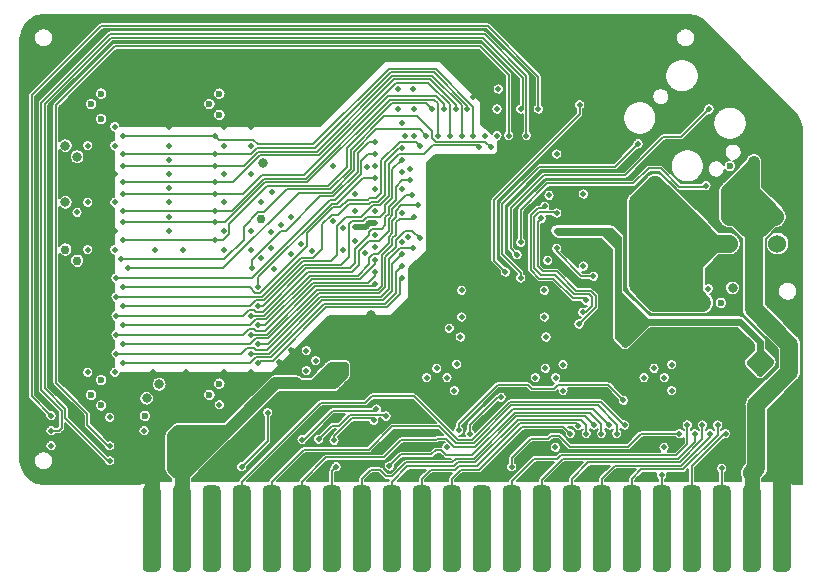
<source format=gbl>
G04 #@! TF.GenerationSoftware,KiCad,Pcbnew,(5.1.10-1-10_14)*
G04 #@! TF.CreationDate,2021-05-31T18:25:56-04:00*
G04 #@! TF.ProjectId,RAM2GS,52414d32-4753-42e6-9b69-6361645f7063,2.0*
G04 #@! TF.SameCoordinates,Original*
G04 #@! TF.FileFunction,Copper,L4,Bot*
G04 #@! TF.FilePolarity,Positive*
%FSLAX46Y46*%
G04 Gerber Fmt 4.6, Leading zero omitted, Abs format (unit mm)*
G04 Created by KiCad (PCBNEW (5.1.10-1-10_14)) date 2021-05-31 18:25:56*
%MOMM*%
%LPD*%
G01*
G04 APERTURE LIST*
G04 #@! TA.AperFunction,ComponentPad*
%ADD10C,2.000000*%
G04 #@! TD*
G04 #@! TA.AperFunction,ViaPad*
%ADD11C,0.500000*%
G04 #@! TD*
G04 #@! TA.AperFunction,ViaPad*
%ADD12C,0.600000*%
G04 #@! TD*
G04 #@! TA.AperFunction,ViaPad*
%ADD13C,0.800000*%
G04 #@! TD*
G04 #@! TA.AperFunction,ViaPad*
%ADD14C,0.762000*%
G04 #@! TD*
G04 #@! TA.AperFunction,ViaPad*
%ADD15C,1.524000*%
G04 #@! TD*
G04 #@! TA.AperFunction,ViaPad*
%ADD16C,1.000000*%
G04 #@! TD*
G04 #@! TA.AperFunction,ViaPad*
%ADD17C,0.508000*%
G04 #@! TD*
G04 #@! TA.AperFunction,Conductor*
%ADD18C,1.270000*%
G04 #@! TD*
G04 #@! TA.AperFunction,Conductor*
%ADD19C,1.524000*%
G04 #@! TD*
G04 #@! TA.AperFunction,Conductor*
%ADD20C,0.500000*%
G04 #@! TD*
G04 #@! TA.AperFunction,Conductor*
%ADD21C,0.150000*%
G04 #@! TD*
G04 #@! TA.AperFunction,Conductor*
%ADD22C,0.508000*%
G04 #@! TD*
G04 #@! TA.AperFunction,Conductor*
%ADD23C,1.000000*%
G04 #@! TD*
G04 #@! TA.AperFunction,Conductor*
%ADD24C,0.600000*%
G04 #@! TD*
G04 #@! TA.AperFunction,Conductor*
%ADD25C,0.100000*%
G04 #@! TD*
G04 APERTURE END LIST*
G04 #@! TA.AperFunction,SMDPad,CuDef*
G36*
G01*
X110236000Y-138571000D02*
X110236000Y-131993000D01*
G75*
G02*
X110617000Y-131612000I381000J0D01*
G01*
X111379000Y-131612000D01*
G75*
G02*
X111760000Y-131993000I0J-381000D01*
G01*
X111760000Y-138571000D01*
G75*
G02*
X111379000Y-138952000I-381000J0D01*
G01*
X110617000Y-138952000D01*
G75*
G02*
X110236000Y-138571000I0J381000D01*
G01*
G37*
G04 #@! TD.AperFunction*
G04 #@! TA.AperFunction,SMDPad,CuDef*
G36*
G01*
X107696000Y-138571000D02*
X107696000Y-131993000D01*
G75*
G02*
X108077000Y-131612000I381000J0D01*
G01*
X108839000Y-131612000D01*
G75*
G02*
X109220000Y-131993000I0J-381000D01*
G01*
X109220000Y-138571000D01*
G75*
G02*
X108839000Y-138952000I-381000J0D01*
G01*
X108077000Y-138952000D01*
G75*
G02*
X107696000Y-138571000I0J381000D01*
G01*
G37*
G04 #@! TD.AperFunction*
G04 #@! TA.AperFunction,SMDPad,CuDef*
G36*
G01*
X105156000Y-138571000D02*
X105156000Y-131993000D01*
G75*
G02*
X105537000Y-131612000I381000J0D01*
G01*
X106299000Y-131612000D01*
G75*
G02*
X106680000Y-131993000I0J-381000D01*
G01*
X106680000Y-138571000D01*
G75*
G02*
X106299000Y-138952000I-381000J0D01*
G01*
X105537000Y-138952000D01*
G75*
G02*
X105156000Y-138571000I0J381000D01*
G01*
G37*
G04 #@! TD.AperFunction*
G04 #@! TA.AperFunction,SMDPad,CuDef*
G36*
G01*
X102616000Y-138571000D02*
X102616000Y-131993000D01*
G75*
G02*
X102997000Y-131612000I381000J0D01*
G01*
X103759000Y-131612000D01*
G75*
G02*
X104140000Y-131993000I0J-381000D01*
G01*
X104140000Y-138571000D01*
G75*
G02*
X103759000Y-138952000I-381000J0D01*
G01*
X102997000Y-138952000D01*
G75*
G02*
X102616000Y-138571000I0J381000D01*
G01*
G37*
G04 #@! TD.AperFunction*
G04 #@! TA.AperFunction,SMDPad,CuDef*
G36*
G01*
X100076000Y-138571000D02*
X100076000Y-131993000D01*
G75*
G02*
X100457000Y-131612000I381000J0D01*
G01*
X101219000Y-131612000D01*
G75*
G02*
X101600000Y-131993000I0J-381000D01*
G01*
X101600000Y-138571000D01*
G75*
G02*
X101219000Y-138952000I-381000J0D01*
G01*
X100457000Y-138952000D01*
G75*
G02*
X100076000Y-138571000I0J381000D01*
G01*
G37*
G04 #@! TD.AperFunction*
G04 #@! TA.AperFunction,SMDPad,CuDef*
G36*
G01*
X97536000Y-138571000D02*
X97536000Y-131993000D01*
G75*
G02*
X97917000Y-131612000I381000J0D01*
G01*
X98679000Y-131612000D01*
G75*
G02*
X99060000Y-131993000I0J-381000D01*
G01*
X99060000Y-138571000D01*
G75*
G02*
X98679000Y-138952000I-381000J0D01*
G01*
X97917000Y-138952000D01*
G75*
G02*
X97536000Y-138571000I0J381000D01*
G01*
G37*
G04 #@! TD.AperFunction*
G04 #@! TA.AperFunction,SMDPad,CuDef*
G36*
G01*
X94996000Y-138571000D02*
X94996000Y-131993000D01*
G75*
G02*
X95377000Y-131612000I381000J0D01*
G01*
X96139000Y-131612000D01*
G75*
G02*
X96520000Y-131993000I0J-381000D01*
G01*
X96520000Y-138571000D01*
G75*
G02*
X96139000Y-138952000I-381000J0D01*
G01*
X95377000Y-138952000D01*
G75*
G02*
X94996000Y-138571000I0J381000D01*
G01*
G37*
G04 #@! TD.AperFunction*
G04 #@! TA.AperFunction,SMDPad,CuDef*
G36*
G01*
X92456000Y-138571000D02*
X92456000Y-131993000D01*
G75*
G02*
X92837000Y-131612000I381000J0D01*
G01*
X93599000Y-131612000D01*
G75*
G02*
X93980000Y-131993000I0J-381000D01*
G01*
X93980000Y-138571000D01*
G75*
G02*
X93599000Y-138952000I-381000J0D01*
G01*
X92837000Y-138952000D01*
G75*
G02*
X92456000Y-138571000I0J381000D01*
G01*
G37*
G04 #@! TD.AperFunction*
G04 #@! TA.AperFunction,SMDPad,CuDef*
G36*
G01*
X89916000Y-138571000D02*
X89916000Y-131993000D01*
G75*
G02*
X90297000Y-131612000I381000J0D01*
G01*
X91059000Y-131612000D01*
G75*
G02*
X91440000Y-131993000I0J-381000D01*
G01*
X91440000Y-138571000D01*
G75*
G02*
X91059000Y-138952000I-381000J0D01*
G01*
X90297000Y-138952000D01*
G75*
G02*
X89916000Y-138571000I0J381000D01*
G01*
G37*
G04 #@! TD.AperFunction*
G04 #@! TA.AperFunction,SMDPad,CuDef*
G36*
G01*
X87376000Y-138571000D02*
X87376000Y-131993000D01*
G75*
G02*
X87757000Y-131612000I381000J0D01*
G01*
X88519000Y-131612000D01*
G75*
G02*
X88900000Y-131993000I0J-381000D01*
G01*
X88900000Y-138571000D01*
G75*
G02*
X88519000Y-138952000I-381000J0D01*
G01*
X87757000Y-138952000D01*
G75*
G02*
X87376000Y-138571000I0J381000D01*
G01*
G37*
G04 #@! TD.AperFunction*
G04 #@! TA.AperFunction,SMDPad,CuDef*
G36*
G01*
X84836000Y-138571000D02*
X84836000Y-131993000D01*
G75*
G02*
X85217000Y-131612000I381000J0D01*
G01*
X85979000Y-131612000D01*
G75*
G02*
X86360000Y-131993000I0J-381000D01*
G01*
X86360000Y-138571000D01*
G75*
G02*
X85979000Y-138952000I-381000J0D01*
G01*
X85217000Y-138952000D01*
G75*
G02*
X84836000Y-138571000I0J381000D01*
G01*
G37*
G04 #@! TD.AperFunction*
G04 #@! TA.AperFunction,SMDPad,CuDef*
G36*
G01*
X82296000Y-138571000D02*
X82296000Y-131993000D01*
G75*
G02*
X82677000Y-131612000I381000J0D01*
G01*
X83439000Y-131612000D01*
G75*
G02*
X83820000Y-131993000I0J-381000D01*
G01*
X83820000Y-138571000D01*
G75*
G02*
X83439000Y-138952000I-381000J0D01*
G01*
X82677000Y-138952000D01*
G75*
G02*
X82296000Y-138571000I0J381000D01*
G01*
G37*
G04 #@! TD.AperFunction*
G04 #@! TA.AperFunction,SMDPad,CuDef*
G36*
G01*
X79756000Y-138571000D02*
X79756000Y-131993000D01*
G75*
G02*
X80137000Y-131612000I381000J0D01*
G01*
X80899000Y-131612000D01*
G75*
G02*
X81280000Y-131993000I0J-381000D01*
G01*
X81280000Y-138571000D01*
G75*
G02*
X80899000Y-138952000I-381000J0D01*
G01*
X80137000Y-138952000D01*
G75*
G02*
X79756000Y-138571000I0J381000D01*
G01*
G37*
G04 #@! TD.AperFunction*
G04 #@! TA.AperFunction,SMDPad,CuDef*
G36*
G01*
X77216000Y-138571000D02*
X77216000Y-131993000D01*
G75*
G02*
X77597000Y-131612000I381000J0D01*
G01*
X78359000Y-131612000D01*
G75*
G02*
X78740000Y-131993000I0J-381000D01*
G01*
X78740000Y-138571000D01*
G75*
G02*
X78359000Y-138952000I-381000J0D01*
G01*
X77597000Y-138952000D01*
G75*
G02*
X77216000Y-138571000I0J381000D01*
G01*
G37*
G04 #@! TD.AperFunction*
G04 #@! TA.AperFunction,SMDPad,CuDef*
G36*
G01*
X74676000Y-138571000D02*
X74676000Y-131993000D01*
G75*
G02*
X75057000Y-131612000I381000J0D01*
G01*
X75819000Y-131612000D01*
G75*
G02*
X76200000Y-131993000I0J-381000D01*
G01*
X76200000Y-138571000D01*
G75*
G02*
X75819000Y-138952000I-381000J0D01*
G01*
X75057000Y-138952000D01*
G75*
G02*
X74676000Y-138571000I0J381000D01*
G01*
G37*
G04 #@! TD.AperFunction*
G04 #@! TA.AperFunction,SMDPad,CuDef*
G36*
G01*
X72136000Y-138571000D02*
X72136000Y-131993000D01*
G75*
G02*
X72517000Y-131612000I381000J0D01*
G01*
X73279000Y-131612000D01*
G75*
G02*
X73660000Y-131993000I0J-381000D01*
G01*
X73660000Y-138571000D01*
G75*
G02*
X73279000Y-138952000I-381000J0D01*
G01*
X72517000Y-138952000D01*
G75*
G02*
X72136000Y-138571000I0J381000D01*
G01*
G37*
G04 #@! TD.AperFunction*
G04 #@! TA.AperFunction,SMDPad,CuDef*
G36*
G01*
X69596000Y-138571000D02*
X69596000Y-131993000D01*
G75*
G02*
X69977000Y-131612000I381000J0D01*
G01*
X70739000Y-131612000D01*
G75*
G02*
X71120000Y-131993000I0J-381000D01*
G01*
X71120000Y-138571000D01*
G75*
G02*
X70739000Y-138952000I-381000J0D01*
G01*
X69977000Y-138952000D01*
G75*
G02*
X69596000Y-138571000I0J381000D01*
G01*
G37*
G04 #@! TD.AperFunction*
G04 #@! TA.AperFunction,SMDPad,CuDef*
G36*
G01*
X67056000Y-138571000D02*
X67056000Y-131993000D01*
G75*
G02*
X67437000Y-131612000I381000J0D01*
G01*
X68199000Y-131612000D01*
G75*
G02*
X68580000Y-131993000I0J-381000D01*
G01*
X68580000Y-138571000D01*
G75*
G02*
X68199000Y-138952000I-381000J0D01*
G01*
X67437000Y-138952000D01*
G75*
G02*
X67056000Y-138571000I0J381000D01*
G01*
G37*
G04 #@! TD.AperFunction*
G04 #@! TA.AperFunction,SMDPad,CuDef*
G36*
G01*
X64516000Y-138571000D02*
X64516000Y-131993000D01*
G75*
G02*
X64897000Y-131612000I381000J0D01*
G01*
X65659000Y-131612000D01*
G75*
G02*
X66040000Y-131993000I0J-381000D01*
G01*
X66040000Y-138571000D01*
G75*
G02*
X65659000Y-138952000I-381000J0D01*
G01*
X64897000Y-138952000D01*
G75*
G02*
X64516000Y-138571000I0J381000D01*
G01*
G37*
G04 #@! TD.AperFunction*
G04 #@! TA.AperFunction,SMDPad,CuDef*
G36*
G01*
X61976000Y-138571000D02*
X61976000Y-131993000D01*
G75*
G02*
X62357000Y-131612000I381000J0D01*
G01*
X63119000Y-131612000D01*
G75*
G02*
X63500000Y-131993000I0J-381000D01*
G01*
X63500000Y-138571000D01*
G75*
G02*
X63119000Y-138952000I-381000J0D01*
G01*
X62357000Y-138952000D01*
G75*
G02*
X61976000Y-138571000I0J381000D01*
G01*
G37*
G04 #@! TD.AperFunction*
G04 #@! TA.AperFunction,SMDPad,CuDef*
G36*
G01*
X59436000Y-138571000D02*
X59436000Y-131993000D01*
G75*
G02*
X59817000Y-131612000I381000J0D01*
G01*
X60579000Y-131612000D01*
G75*
G02*
X60960000Y-131993000I0J-381000D01*
G01*
X60960000Y-138571000D01*
G75*
G02*
X60579000Y-138952000I-381000J0D01*
G01*
X59817000Y-138952000D01*
G75*
G02*
X59436000Y-138571000I0J381000D01*
G01*
G37*
G04 #@! TD.AperFunction*
G04 #@! TA.AperFunction,SMDPad,CuDef*
G36*
G01*
X56896000Y-138571000D02*
X56896000Y-131993000D01*
G75*
G02*
X57277000Y-131612000I381000J0D01*
G01*
X58039000Y-131612000D01*
G75*
G02*
X58420000Y-131993000I0J-381000D01*
G01*
X58420000Y-138571000D01*
G75*
G02*
X58039000Y-138952000I-381000J0D01*
G01*
X57277000Y-138952000D01*
G75*
G02*
X56896000Y-138571000I0J381000D01*
G01*
G37*
G04 #@! TD.AperFunction*
D10*
X110998000Y-130175000D03*
D11*
X82650000Y-124000000D03*
X102400000Y-123600000D03*
D12*
X99300000Y-124000000D03*
X90100000Y-124000000D03*
D11*
X84000000Y-123600000D03*
X93200000Y-123600000D03*
X101050000Y-124000000D03*
X71750000Y-124000000D03*
X102400000Y-121400000D03*
X91850000Y-124000000D03*
D12*
X80900000Y-124000000D03*
X100200000Y-124850000D03*
X73500000Y-124000000D03*
D11*
X107150000Y-118500000D03*
X49911000Y-131064000D03*
X46990000Y-128143000D03*
X63750000Y-102850000D03*
X66050000Y-102850000D03*
X79950000Y-127250000D03*
X80600000Y-128400000D03*
X74100000Y-127250000D03*
X54550000Y-105250000D03*
D13*
X51350000Y-100400000D03*
D11*
X60060000Y-99799000D03*
X59150000Y-105250000D03*
X59150000Y-101250000D03*
X59150000Y-102850000D03*
X59150000Y-107650000D03*
X59150000Y-110050000D03*
X60350000Y-111650000D03*
X57950000Y-111650000D03*
X51350000Y-109300000D03*
D14*
X51350000Y-105200000D03*
D11*
X63750000Y-111650000D03*
X59150000Y-104050000D03*
X57750000Y-122050000D03*
X59150000Y-106450000D03*
X60550000Y-122050000D03*
X59150000Y-108850000D03*
X63750000Y-107650000D03*
X66050000Y-111650000D03*
X54550000Y-110050000D03*
X52250000Y-110050000D03*
X63750000Y-101250000D03*
X66050000Y-101250000D03*
X98350000Y-127250000D03*
X99000000Y-128400000D03*
X89150000Y-127250000D03*
X89800000Y-128400000D03*
X89150000Y-129550000D03*
X63750000Y-122050000D03*
X66050000Y-122050000D03*
D15*
X57658000Y-130556000D03*
D11*
X104648000Y-130937000D03*
X61722000Y-130937000D03*
X46990000Y-97663000D03*
X112014000Y-100965000D03*
X74168000Y-130937000D03*
X102108000Y-130937000D03*
X64008000Y-130937000D03*
X106680000Y-95377000D03*
X98171000Y-92202000D03*
X93091000Y-92202000D03*
X88011000Y-92202000D03*
X82931000Y-92202000D03*
X77851000Y-92202000D03*
X72771000Y-92202000D03*
X67691000Y-92202000D03*
X62611000Y-92202000D03*
X57531000Y-92202000D03*
X52451000Y-92202000D03*
X112014000Y-112649000D03*
X112014000Y-117729000D03*
X94488000Y-130937000D03*
X99568000Y-130937000D03*
X106807000Y-130937000D03*
X72771000Y-97282000D03*
X79248000Y-130937000D03*
X76708000Y-130937000D03*
X71628000Y-130937000D03*
X81788000Y-130937000D03*
X91948000Y-130937000D03*
X89408000Y-130937000D03*
X97028000Y-130937000D03*
X66548000Y-130937000D03*
X69088000Y-130937000D03*
X84328000Y-130937000D03*
X86868000Y-130937000D03*
X109347000Y-98044000D03*
X81950000Y-129150000D03*
X66950000Y-112400000D03*
X107162600Y-129870200D03*
X112014000Y-127889000D03*
D15*
X106600000Y-113450000D03*
D11*
X82000000Y-128150000D03*
X81500000Y-127250000D03*
X73900000Y-120400000D03*
X54991000Y-94996000D03*
X52451000Y-97282000D03*
X57531000Y-97282000D03*
X95631000Y-94742000D03*
X93091000Y-97282000D03*
D16*
X110350000Y-104200000D03*
X111550000Y-105550000D03*
D13*
X110350000Y-106800000D03*
D16*
X110100000Y-116150000D03*
D11*
X70231000Y-99822000D03*
X50038000Y-99822000D03*
D15*
X110450000Y-113450000D03*
D11*
X50038000Y-94996000D03*
X67850000Y-106750000D03*
X66950000Y-107600000D03*
X69050000Y-124400000D03*
X112014000Y-107569000D03*
X50038000Y-120523000D03*
X50038000Y-115443000D03*
X46990000Y-112903000D03*
X46990000Y-117983000D03*
X46990000Y-102743000D03*
X46990000Y-107823000D03*
X46990000Y-123063000D03*
D13*
X50350000Y-106150000D03*
D14*
X50350000Y-110150000D03*
D13*
X50350000Y-101350000D03*
D11*
X105100000Y-109050000D03*
X103800000Y-98550000D03*
X97000000Y-100400000D03*
X68050000Y-127750000D03*
X91000000Y-127150000D03*
X100550000Y-127750000D03*
D12*
X74500000Y-129800000D03*
D11*
X77200000Y-126750000D03*
X86800000Y-125000000D03*
X73850000Y-109850000D03*
X67800000Y-111550000D03*
X73050000Y-109250000D03*
X69500000Y-108850000D03*
X68650000Y-109550000D03*
D13*
X74650000Y-118750000D03*
D11*
X68450000Y-121200000D03*
X69500000Y-120150000D03*
D12*
X64900000Y-100600000D03*
X54900000Y-98450000D03*
X55750000Y-99350000D03*
X54900000Y-100250000D03*
X64900000Y-98450000D03*
X65750000Y-99350000D03*
X54900000Y-123050000D03*
X55750000Y-123950000D03*
X54900000Y-124850000D03*
D11*
X64900000Y-124800000D03*
D12*
X65750000Y-123950000D03*
X64900000Y-122700000D03*
D13*
X60000000Y-123050000D03*
X61050000Y-124250000D03*
X76250000Y-117200000D03*
D11*
X84900000Y-115100000D03*
X91650000Y-115100000D03*
X91950000Y-116200000D03*
X85900000Y-102000000D03*
X79150000Y-102000000D03*
X91950000Y-106550000D03*
X91950000Y-107550000D03*
X94200000Y-107650000D03*
X84900000Y-117350000D03*
X78850000Y-111050000D03*
X78850000Y-100900000D03*
X85900000Y-99750000D03*
X76600000Y-106550000D03*
X78850000Y-106550000D03*
X85800000Y-98050000D03*
X78550000Y-99750000D03*
X78550000Y-98050000D03*
X85000000Y-119050000D03*
X85950000Y-118200000D03*
X74850000Y-110900000D03*
X73850000Y-111650000D03*
X74850000Y-106950000D03*
X95900000Y-107900000D03*
X94200000Y-111300000D03*
X95900000Y-111400000D03*
X95050000Y-112350000D03*
X92250000Y-117350000D03*
X92250000Y-119050000D03*
X89100000Y-118150000D03*
X75750000Y-111900000D03*
X76600000Y-111400000D03*
X94600000Y-120950000D03*
D12*
X110050000Y-119900000D03*
X108250000Y-119900000D03*
X110100000Y-126400000D03*
D11*
X107550000Y-127300000D03*
D14*
X58350000Y-127550000D03*
D12*
X101536500Y-101536500D03*
X102250000Y-102750000D03*
D11*
X94750000Y-103800000D03*
X94400000Y-102250000D03*
X60000000Y-125400000D03*
X78850000Y-105050000D03*
X75900000Y-104650000D03*
X91950000Y-112550000D03*
X94200000Y-112300000D03*
D12*
X50546000Y-130302000D03*
X52070000Y-129540000D03*
X57086500Y-128905000D03*
D11*
X84850000Y-98750000D03*
X88500000Y-97282000D03*
X89900000Y-97282000D03*
X96200000Y-99600000D03*
X88138000Y-130048000D03*
X102350000Y-127250000D03*
X95750000Y-127250000D03*
X77775000Y-129975000D03*
X65278000Y-130048000D03*
X67500000Y-125450000D03*
X97700000Y-126500000D03*
X97050000Y-127250000D03*
X96400000Y-126500000D03*
X93100000Y-127250000D03*
X95100000Y-126500000D03*
X94450000Y-127250000D03*
X93800000Y-126550000D03*
X103000000Y-126500000D03*
X103650000Y-127250000D03*
X104300000Y-126500000D03*
X104950000Y-127250000D03*
X105600000Y-126500000D03*
X106250000Y-127250000D03*
X105918000Y-130175000D03*
X100838000Y-130746500D03*
X83650000Y-126950000D03*
X97600000Y-124400000D03*
X73100000Y-127800000D03*
X76450000Y-126100000D03*
X73279000Y-130048000D03*
X76700000Y-125150000D03*
X70400000Y-127750000D03*
X77500000Y-125750000D03*
X71800000Y-127700000D03*
X84600000Y-127250000D03*
X87249000Y-124142500D03*
X83500000Y-121350000D03*
X83300000Y-123600000D03*
X91000000Y-121700000D03*
X100200000Y-121700000D03*
X81800000Y-121700000D03*
X80950000Y-122500000D03*
X101700000Y-121400000D03*
X99350000Y-122500000D03*
X92500000Y-121400000D03*
X90150000Y-122500000D03*
X101700000Y-123600000D03*
X92500000Y-123600000D03*
X73050000Y-104600000D03*
X91950000Y-103550000D03*
X104800000Y-114950000D03*
X54550000Y-107650000D03*
X52250000Y-102850000D03*
X52250000Y-107650000D03*
X52250000Y-111650000D03*
X52250000Y-122050000D03*
X54550000Y-122050000D03*
X66050000Y-105250000D03*
X63750000Y-105250000D03*
D14*
X51350000Y-112600000D03*
D11*
X51350000Y-108500000D03*
D17*
X54550000Y-101250000D03*
X54550000Y-111650000D03*
D12*
X63400000Y-123000000D03*
D13*
X51350000Y-103800000D03*
D17*
X54550000Y-102850000D03*
D11*
X82675000Y-122500000D03*
X101075000Y-122500000D03*
X91875000Y-122500000D03*
X63750000Y-110050000D03*
D14*
X66950000Y-109100000D03*
D11*
X66050000Y-110050000D03*
X82650000Y-128400000D03*
D16*
X100300000Y-111650000D03*
D15*
X104150000Y-111150000D03*
D16*
X100300000Y-110150000D03*
D15*
X110650000Y-111150000D03*
D16*
X100300000Y-113150000D03*
X100300000Y-108650000D03*
D15*
X102300000Y-108150000D03*
X102300000Y-114150000D03*
D16*
X100300000Y-116150000D03*
X102300000Y-116150000D03*
X104300000Y-116150000D03*
D12*
X105850000Y-116150000D03*
D13*
X106850000Y-114900000D03*
D11*
X91850000Y-128400000D03*
X101050000Y-128400000D03*
D13*
X50350000Y-107650000D03*
D14*
X50350000Y-111650000D03*
D13*
X50350000Y-102850000D03*
D16*
X100300000Y-114650000D03*
X100300000Y-106150000D03*
D11*
X70350000Y-111150000D03*
X69500000Y-112000000D03*
X71250000Y-111750000D03*
X68050000Y-113300000D03*
X67800000Y-110150000D03*
D15*
X106550000Y-111150000D03*
D11*
X70750000Y-121900000D03*
X70750000Y-120200000D03*
X71550000Y-121050000D03*
D12*
X53400000Y-100600000D03*
X52550000Y-99350000D03*
X53400000Y-98450000D03*
X63400000Y-100250000D03*
X62550000Y-99350000D03*
X63400000Y-98450000D03*
X53400000Y-122700000D03*
X52550000Y-123950000D03*
X53400000Y-124850000D03*
X62550000Y-123950000D03*
D13*
X57250000Y-124250000D03*
X58300000Y-123050000D03*
D11*
X78850000Y-108550000D03*
X83900000Y-115100000D03*
X90900000Y-115100000D03*
X86900000Y-102000000D03*
X79900000Y-102000000D03*
X94200000Y-106950000D03*
X90900000Y-117350000D03*
X83900000Y-117350000D03*
X79350000Y-110550000D03*
X79900000Y-99750000D03*
X87000000Y-98050000D03*
X79750000Y-98050000D03*
X83800000Y-119050000D03*
X86900000Y-99750000D03*
X91050000Y-119050000D03*
X76600000Y-110400000D03*
X82850000Y-118300000D03*
X91300000Y-107050000D03*
D12*
X106625000Y-104575000D03*
D11*
X76600000Y-108400000D03*
X76600000Y-104550000D03*
X79550000Y-104800000D03*
X94200000Y-113050000D03*
X91200000Y-112550000D03*
X49149000Y-128270000D03*
X54102000Y-125857000D03*
D13*
X67100000Y-104300000D03*
D11*
X74850000Y-108400000D03*
X63400000Y-124800000D03*
X57023000Y-127000000D03*
D12*
X57086500Y-125730000D03*
D11*
X90650000Y-109000000D03*
X93850000Y-117950000D03*
X91950000Y-108550000D03*
X94150000Y-116950000D03*
X90950000Y-108000000D03*
X94450000Y-115950000D03*
X91950000Y-111550000D03*
X95050000Y-113900000D03*
D17*
X55250000Y-102050000D03*
X63050000Y-102050000D03*
D11*
X84900000Y-102000000D03*
X63050000Y-104550000D03*
X55250000Y-104550000D03*
X83900000Y-102000000D03*
D17*
X63050000Y-103550000D03*
X55250000Y-103550000D03*
D11*
X84400000Y-99750000D03*
X83400000Y-99750000D03*
D17*
X55250000Y-105950000D03*
D11*
X63050000Y-105950000D03*
X81400000Y-99750000D03*
D17*
X55250000Y-110850000D03*
D11*
X63050000Y-110850000D03*
X63050000Y-108350000D03*
D17*
X55250000Y-108350000D03*
D11*
X82400000Y-99750000D03*
X81900000Y-102000000D03*
X63050000Y-109350000D03*
X55250000Y-109350000D03*
X82900000Y-102000000D03*
X55250000Y-106950000D03*
X63050000Y-106950000D03*
X66150000Y-113250000D03*
X76600000Y-102550000D03*
X76600000Y-105550000D03*
X66650000Y-114850000D03*
X66700000Y-116450000D03*
X78850000Y-104050000D03*
X79700000Y-107050000D03*
X66100000Y-117250000D03*
X76600000Y-112550000D03*
X66700000Y-118050000D03*
X76600000Y-114550000D03*
X66100000Y-118850000D03*
X66700000Y-119650000D03*
X80350000Y-110700000D03*
X78850000Y-112050000D03*
X66100000Y-120450000D03*
X78850000Y-114050000D03*
X66700000Y-121250000D03*
X78850000Y-113050000D03*
X55200000Y-121250000D03*
X54650000Y-120450000D03*
X79800000Y-111550000D03*
X55200000Y-119650000D03*
X79900000Y-108850000D03*
X76600000Y-113550000D03*
X54650000Y-118850000D03*
X55200000Y-118050000D03*
X80200000Y-107900000D03*
X79500000Y-105800000D03*
X54650000Y-117250000D03*
X55200000Y-116450000D03*
X85400000Y-103000000D03*
X78850000Y-103050000D03*
X54650000Y-115650000D03*
X55200000Y-114850000D03*
X80400000Y-102900000D03*
X76600000Y-103550000D03*
X54650000Y-114050000D03*
X55650000Y-113250000D03*
X80900000Y-102000000D03*
D17*
X55100000Y-112450000D03*
D11*
X86400000Y-103000000D03*
X104600000Y-106250000D03*
X88900000Y-111050000D03*
X98850000Y-102700000D03*
X88900000Y-114050000D03*
X104850000Y-99750000D03*
X88600000Y-112100000D03*
X87600000Y-113550000D03*
X93900000Y-99400000D03*
X73475000Y-122500000D03*
D15*
X108458000Y-130556000D03*
X60198000Y-130556000D03*
D11*
X72600000Y-121650000D03*
D15*
X106600000Y-108850000D03*
X108650000Y-107150000D03*
X110450000Y-108850000D03*
D16*
X108650000Y-104200000D03*
X107500000Y-105550000D03*
D11*
X74100000Y-121400000D03*
D13*
X59750000Y-127550000D03*
D11*
X49149000Y-127000000D03*
X89400000Y-102000000D03*
X88900000Y-99750000D03*
X54102000Y-129540000D03*
X87900000Y-102000000D03*
X54102000Y-128270000D03*
X49149000Y-125730000D03*
X90400000Y-99750000D03*
X94200000Y-110050000D03*
X74850000Y-109700000D03*
X76600000Y-109400000D03*
X95900000Y-110200000D03*
X91950000Y-110050000D03*
D12*
X109150000Y-122100000D03*
D11*
X108300000Y-121200000D03*
D12*
X110050000Y-121100000D03*
X97750000Y-119650000D03*
D18*
X57658000Y-130556000D02*
X57658000Y-135382000D01*
D19*
X110998000Y-135382000D02*
X110998000Y-130175000D01*
D20*
X69500000Y-120150000D02*
X69650000Y-120300000D01*
X68450000Y-121200000D02*
X68600000Y-121350000D01*
D21*
X99100000Y-127250000D02*
X102350000Y-127250000D01*
X98016500Y-128333500D02*
X99100000Y-127250000D01*
X91500000Y-127400000D02*
X92150000Y-127400000D01*
X91250000Y-127650000D02*
X91500000Y-127400000D01*
X89764000Y-127650000D02*
X91250000Y-127650000D01*
X88138000Y-129276000D02*
X89764000Y-127650000D01*
X93083500Y-128333500D02*
X98016500Y-128333500D01*
X92150000Y-127400000D02*
X93083500Y-128333500D01*
X88138000Y-130048000D02*
X88138000Y-129276000D01*
X95750000Y-126450000D02*
X95750000Y-127250000D01*
X94749990Y-125449990D02*
X95750000Y-126450000D01*
X88400010Y-125449990D02*
X94749990Y-125449990D01*
X84800000Y-129050000D02*
X88400010Y-125449990D01*
X82599981Y-129050000D02*
X84800000Y-129050000D01*
X82199981Y-128650000D02*
X82599981Y-129050000D01*
X81700000Y-128650000D02*
X82199981Y-128650000D01*
X81350000Y-129000000D02*
X81700000Y-128650000D01*
X78750000Y-129000000D02*
X81350000Y-129000000D01*
X77775000Y-129975000D02*
X78750000Y-129000000D01*
X65302000Y-130048000D02*
X65278000Y-130048000D01*
X67500000Y-127850000D02*
X65302000Y-130048000D01*
X67500000Y-125450000D02*
X67500000Y-127850000D01*
X87990928Y-124549960D02*
X84790898Y-127749990D01*
X75750000Y-124600000D02*
X71996000Y-124600000D01*
X76300000Y-124050000D02*
X75750000Y-124600000D01*
X79874278Y-124050000D02*
X76300000Y-124050000D01*
X83574268Y-127749990D02*
X79874278Y-124050000D01*
X84790898Y-127749990D02*
X83574268Y-127749990D01*
X65278000Y-131318000D02*
X65278000Y-135382000D01*
X95699960Y-124549960D02*
X87990928Y-124549960D01*
X71996000Y-124600000D02*
X65278000Y-131318000D01*
X97700000Y-126550000D02*
X95699960Y-124549960D01*
X67818000Y-131318000D02*
X67818000Y-135382000D01*
X82000000Y-126600000D02*
X78050000Y-126600000D01*
X78050000Y-126600000D02*
X76050000Y-128600000D01*
X88115196Y-124849970D02*
X84915166Y-128050000D01*
X84915166Y-128050000D02*
X83450000Y-128050000D01*
X95437470Y-124849970D02*
X88115196Y-124849970D01*
X83450000Y-128050000D02*
X82000000Y-126600000D01*
X76050000Y-128600000D02*
X70536000Y-128600000D01*
X97050000Y-126462500D02*
X95437470Y-124849970D01*
X97050000Y-127250000D02*
X97050000Y-126462500D01*
X70536000Y-128600000D02*
X67818000Y-131318000D01*
X70358000Y-135382000D02*
X70358000Y-131318000D01*
X95049980Y-125149980D02*
X96400000Y-126500000D01*
X72426000Y-129250000D02*
X77300000Y-129250000D01*
X83300000Y-128350000D02*
X85052305Y-128350000D01*
X77300000Y-129250000D02*
X78800000Y-127750000D01*
X81700000Y-127750000D02*
X81800000Y-127650000D01*
X88252325Y-125149980D02*
X95049980Y-125149980D01*
X85052305Y-128350000D02*
X88252325Y-125149980D01*
X82600000Y-127650000D02*
X83300000Y-128350000D01*
X81800000Y-127650000D02*
X82600000Y-127650000D01*
X78800000Y-127750000D02*
X81700000Y-127750000D01*
X70358000Y-131318000D02*
X72426000Y-129250000D01*
X83058000Y-131064000D02*
X83058000Y-135382000D01*
X83820000Y-130302000D02*
X83058000Y-131064000D01*
X85398000Y-130302000D02*
X83820000Y-130302000D01*
X89050000Y-126650000D02*
X85398000Y-130302000D01*
X92500000Y-126650000D02*
X89050000Y-126650000D01*
X93100000Y-127250000D02*
X92500000Y-126650000D01*
X94350000Y-125750000D02*
X95100000Y-126500000D01*
X84950000Y-129350000D02*
X88550000Y-125750000D01*
X83438500Y-129350000D02*
X84950000Y-129350000D01*
X83121500Y-129667000D02*
X83438500Y-129350000D01*
X79203000Y-129667000D02*
X83121500Y-129667000D01*
X88550000Y-125750000D02*
X94350000Y-125750000D01*
X78020000Y-130850000D02*
X79203000Y-129667000D01*
X76993750Y-130302000D02*
X77541750Y-130850000D01*
X76200000Y-130302000D02*
X76993750Y-130302000D01*
X75438000Y-131064000D02*
X76200000Y-130302000D01*
X77541750Y-130850000D02*
X78020000Y-130850000D01*
X75438000Y-135382000D02*
X75438000Y-131064000D01*
X77978000Y-131322000D02*
X77978000Y-135382000D01*
X83248500Y-129984500D02*
X79315500Y-129984500D01*
X83566000Y-129667000D02*
X83248500Y-129984500D01*
X85083000Y-129667000D02*
X83566000Y-129667000D01*
X94000000Y-126050000D02*
X88700000Y-126050000D01*
X88700000Y-126050000D02*
X85083000Y-129667000D01*
X79315500Y-129984500D02*
X77978000Y-131322000D01*
X94450000Y-126500000D02*
X94000000Y-126050000D01*
X94450000Y-127250000D02*
X94450000Y-126500000D01*
X81280000Y-130302000D02*
X80518000Y-131064000D01*
X83375500Y-130302000D02*
X81280000Y-130302000D01*
X83693000Y-129984500D02*
X83375500Y-130302000D01*
X88850000Y-126350000D02*
X85215500Y-129984500D01*
X85215500Y-129984500D02*
X83693000Y-129984500D01*
X80518000Y-131064000D02*
X80518000Y-135382000D01*
X93800000Y-126550000D02*
X93600000Y-126350000D01*
X93600000Y-126350000D02*
X88850000Y-126350000D01*
X103000000Y-126500000D02*
X103000000Y-128140000D01*
X103000000Y-128140000D02*
X102090000Y-129050000D01*
X92000000Y-129350000D02*
X90050000Y-129350000D01*
X102090000Y-129050000D02*
X92300000Y-129050000D01*
X92300000Y-129050000D02*
X92000000Y-129350000D01*
X90050000Y-129350000D02*
X88138000Y-131262000D01*
X88138000Y-131262000D02*
X88138000Y-135382000D01*
X90678000Y-131122000D02*
X90678000Y-135382000D01*
X92450000Y-129350000D02*
X90678000Y-131122000D01*
X102234500Y-129350000D02*
X92450000Y-129350000D01*
X103650000Y-127934500D02*
X102234500Y-129350000D01*
X103650000Y-127250000D02*
X103650000Y-127934500D01*
X93218000Y-131082000D02*
X93218000Y-135382000D01*
X94650000Y-129650000D02*
X93218000Y-131082000D01*
X102379000Y-129650000D02*
X94650000Y-129650000D01*
X104300000Y-126500000D02*
X104300000Y-127729000D01*
X104300000Y-127729000D02*
X102379000Y-129650000D01*
X102523500Y-129950000D02*
X96875000Y-129950000D01*
X96875000Y-129950000D02*
X95758000Y-131067000D01*
X104950000Y-127523500D02*
X102523500Y-129950000D01*
X95758000Y-131067000D02*
X95758000Y-135382000D01*
X104950000Y-127250000D02*
X104950000Y-127523500D01*
X98298000Y-131064000D02*
X98298000Y-135382000D01*
X102668000Y-130250000D02*
X99112000Y-130250000D01*
X99112000Y-130250000D02*
X98298000Y-131064000D01*
X105600000Y-127318000D02*
X102668000Y-130250000D01*
X105600000Y-126500000D02*
X105600000Y-127318000D01*
X103378000Y-129984500D02*
X103378000Y-135382000D01*
X106112500Y-127250000D02*
X103378000Y-129984500D01*
X106250000Y-127250000D02*
X106112500Y-127250000D01*
X105918000Y-130175000D02*
X105918000Y-135382000D01*
X100838000Y-130746500D02*
X100838000Y-135382000D01*
X92050000Y-123100000D02*
X96300000Y-123100000D01*
X89850000Y-123450000D02*
X91700000Y-123450000D01*
X86975000Y-123100000D02*
X89500000Y-123100000D01*
X83650000Y-126425000D02*
X86975000Y-123100000D01*
X91700000Y-123450000D02*
X92050000Y-123100000D01*
X89500000Y-123100000D02*
X89850000Y-123450000D01*
X96300000Y-123100000D02*
X97600000Y-124400000D01*
X83650000Y-126950000D02*
X83650000Y-126425000D01*
X73100000Y-127450000D02*
X73100000Y-127800000D01*
X74600000Y-125950000D02*
X73100000Y-127450000D01*
X76300000Y-125950000D02*
X74600000Y-125950000D01*
X76450000Y-126100000D02*
X76300000Y-125950000D01*
X73279000Y-130048000D02*
X72898000Y-130429000D01*
X72898000Y-130429000D02*
X72898000Y-135382000D01*
X76550000Y-125300000D02*
X76700000Y-125150000D01*
X73000000Y-125300000D02*
X76550000Y-125300000D01*
X70550000Y-127750000D02*
X73000000Y-125300000D01*
X70400000Y-127750000D02*
X70550000Y-127750000D01*
X74475000Y-125625000D02*
X73550000Y-126550000D01*
X72950000Y-126550000D02*
X71800000Y-127700000D01*
X77375000Y-125625000D02*
X74475000Y-125625000D01*
X73550000Y-126550000D02*
X72950000Y-126550000D01*
X77500000Y-125750000D02*
X77375000Y-125625000D01*
X84600000Y-126500000D02*
X84600000Y-127250000D01*
X86957500Y-124142500D02*
X84600000Y-126500000D01*
X87249000Y-124142500D02*
X86957500Y-124142500D01*
D19*
X100300000Y-106150000D02*
X100300000Y-116150000D01*
X104300000Y-116150000D02*
X100300000Y-116150000D01*
X102300000Y-116150000D02*
X102300000Y-114150000D01*
X102300000Y-108150000D02*
X102300000Y-114150000D01*
X102300000Y-114150000D02*
X100300000Y-114150000D01*
X102300000Y-108150000D02*
X100300000Y-106150000D01*
X100300000Y-108150000D02*
X102300000Y-108150000D01*
X100300000Y-116150000D02*
X102300000Y-114150000D01*
X104300000Y-116150000D02*
X102300000Y-114150000D01*
X102300000Y-114150000D02*
X100300000Y-112150000D01*
X100300000Y-110150000D02*
X102300000Y-108150000D01*
X101300000Y-111150000D02*
X100300000Y-112150000D01*
X104150000Y-111150000D02*
X101300000Y-111150000D01*
X101300000Y-111150000D02*
X100300000Y-110150000D01*
X102300000Y-112150000D02*
X100300000Y-110150000D01*
X102300000Y-114150000D02*
X102300000Y-112150000D01*
X102300000Y-110150000D02*
X100300000Y-112150000D01*
X102300000Y-108150000D02*
X102300000Y-110150000D01*
X102300000Y-113000000D02*
X104150000Y-111150000D01*
X102300000Y-114150000D02*
X102300000Y-113000000D01*
X102300000Y-109300000D02*
X104150000Y-111150000D01*
X102300000Y-108150000D02*
X102300000Y-109300000D01*
X104150000Y-110000000D02*
X104150000Y-111150000D01*
X102300000Y-108150000D02*
X104150000Y-110000000D01*
X102300000Y-108150000D02*
X105300000Y-111150000D01*
X102300000Y-114150000D02*
X105300000Y-111150000D01*
X104300000Y-116150000D02*
X103600000Y-115450000D01*
X103600000Y-111700000D02*
X104150000Y-111150000D01*
X103600000Y-115450000D02*
X103600000Y-111700000D01*
X105300000Y-111150000D02*
X106550000Y-111150000D01*
X106550000Y-111150000D02*
X104150000Y-111150000D01*
X100300000Y-106150000D02*
X98800000Y-107650000D01*
X98800000Y-114650000D02*
X100300000Y-116150000D01*
X98800000Y-107650000D02*
X98800000Y-114650000D01*
D21*
X95250000Y-116550000D02*
X93850000Y-117950000D01*
X95250000Y-115550000D02*
X95250000Y-116550000D01*
X94850000Y-115150000D02*
X95250000Y-115550000D01*
X93600000Y-115150000D02*
X94850000Y-115150000D01*
X91950000Y-113500000D02*
X93600000Y-115150000D01*
X90800000Y-113500000D02*
X91950000Y-113500000D01*
X90350000Y-113050000D02*
X90800000Y-113500000D01*
X90350000Y-109300000D02*
X90350000Y-113050000D01*
X90650000Y-109000000D02*
X90350000Y-109300000D01*
X91900000Y-108500000D02*
X91950000Y-108550000D01*
X90450000Y-108500000D02*
X91900000Y-108500000D01*
X90050000Y-108900000D02*
X90450000Y-108500000D01*
X90050000Y-113200000D02*
X90050000Y-108900000D01*
X90650000Y-113800000D02*
X90050000Y-113200000D01*
X91800000Y-113800000D02*
X90650000Y-113800000D01*
X93450000Y-115450000D02*
X91800000Y-113800000D01*
X94950000Y-115700000D02*
X94700000Y-115450000D01*
X94700000Y-115450000D02*
X93450000Y-115450000D01*
X94950000Y-116400000D02*
X94950000Y-115700000D01*
X94400000Y-116950000D02*
X94950000Y-116400000D01*
X94150000Y-116950000D02*
X94400000Y-116950000D01*
X90800000Y-108150000D02*
X90950000Y-108000000D01*
X90362500Y-108150000D02*
X90800000Y-108150000D01*
X89750000Y-113350000D02*
X89750000Y-108762500D01*
X89750000Y-108762500D02*
X90362500Y-108150000D01*
X91650000Y-114100000D02*
X90500000Y-114100000D01*
X90500000Y-114100000D02*
X89750000Y-113350000D01*
X93300000Y-115750000D02*
X91650000Y-114100000D01*
X94250000Y-115750000D02*
X93300000Y-115750000D01*
X94450000Y-115950000D02*
X94250000Y-115750000D01*
X91950000Y-111800000D02*
X91950000Y-111550000D01*
X94050000Y-113900000D02*
X91950000Y-111800000D01*
X95050000Y-113900000D02*
X94050000Y-113900000D01*
X55250000Y-102050000D02*
X63050000Y-102050000D01*
X63350000Y-102350000D02*
X63050000Y-102050000D01*
X66250000Y-102350000D02*
X63350000Y-102350000D01*
X66650000Y-102750000D02*
X66250000Y-102350000D01*
X71350000Y-102750000D02*
X66650000Y-102750000D01*
X77750000Y-96350000D02*
X71350000Y-102750000D01*
X81700000Y-96350000D02*
X77750000Y-96350000D01*
X84900000Y-99550000D02*
X81700000Y-96350000D01*
X84900000Y-102000000D02*
X84900000Y-99550000D01*
X63050000Y-104550000D02*
X63150000Y-104450000D01*
X55250000Y-104550000D02*
X63050000Y-104550000D01*
X65500000Y-104550000D02*
X63050000Y-104550000D01*
X66700000Y-103350000D02*
X65500000Y-104550000D01*
X83900000Y-102000000D02*
X83900000Y-99450000D01*
X83900000Y-99450000D02*
X81400000Y-96950000D01*
X71650000Y-103350000D02*
X66700000Y-103350000D01*
X78050000Y-96950000D02*
X71650000Y-103350000D01*
X81400000Y-96950000D02*
X78050000Y-96950000D01*
X63050000Y-103550000D02*
X59399998Y-103550000D01*
X59399998Y-103550000D02*
X55250000Y-103550000D01*
X84400000Y-99500000D02*
X84400000Y-99750000D01*
X81550000Y-96650000D02*
X84400000Y-99500000D01*
X77900000Y-96650000D02*
X81550000Y-96650000D01*
X66550000Y-103050000D02*
X71500000Y-103050000D01*
X71500000Y-103050000D02*
X77900000Y-96650000D01*
X66050000Y-103550000D02*
X66550000Y-103050000D01*
X63050000Y-103550000D02*
X66050000Y-103550000D01*
X63050000Y-105950000D02*
X56909338Y-105950000D01*
X56909338Y-105950000D02*
X55250000Y-105950000D01*
X64550000Y-105950000D02*
X63050000Y-105950000D01*
X66850000Y-103650000D02*
X64550000Y-105950000D01*
X83400000Y-99400000D02*
X81250000Y-97250000D01*
X81250000Y-97250000D02*
X78200000Y-97250000D01*
X78200000Y-97250000D02*
X71800000Y-103650000D01*
X71800000Y-103650000D02*
X66850000Y-103650000D01*
X83400000Y-99750000D02*
X83400000Y-99400000D01*
X55250000Y-110850000D02*
X63050000Y-110850000D01*
X78000000Y-99250000D02*
X80900000Y-99250000D01*
X80900000Y-99250000D02*
X81400000Y-99750000D01*
X72600000Y-106250000D02*
X74200000Y-104650000D01*
X74200000Y-103050000D02*
X78000000Y-99250000D01*
X64250000Y-109450000D02*
X67450000Y-106250000D01*
X67450000Y-106250000D02*
X72600000Y-106250000D01*
X63700000Y-110850000D02*
X64250000Y-110300000D01*
X64250000Y-110300000D02*
X64250000Y-109450000D01*
X63100000Y-110850000D02*
X63700000Y-110850000D01*
X74200000Y-104650000D02*
X74200000Y-103050000D01*
X55250000Y-108350000D02*
X63050000Y-108350000D01*
X64450000Y-108350000D02*
X63100000Y-108350000D01*
X67150000Y-105650000D02*
X64450000Y-108350000D01*
X70700000Y-105650000D02*
X67150000Y-105650000D01*
X77700000Y-98650000D02*
X70700000Y-105650000D01*
X81750000Y-98650000D02*
X77700000Y-98650000D01*
X82400000Y-99300000D02*
X81750000Y-98650000D01*
X82400000Y-99750000D02*
X82400000Y-99300000D01*
X63050000Y-109350000D02*
X55250000Y-109350000D01*
X81900000Y-99250000D02*
X81900000Y-102000000D01*
X81600000Y-98950000D02*
X81900000Y-99250000D01*
X77850000Y-98950000D02*
X81600000Y-98950000D01*
X70850000Y-105950000D02*
X77850000Y-98950000D01*
X67300000Y-105950000D02*
X70850000Y-105950000D01*
X63900000Y-109350000D02*
X67300000Y-105950000D01*
X63050000Y-109350000D02*
X63900000Y-109350000D01*
X61499998Y-106950000D02*
X55250000Y-106950000D01*
X63050000Y-106950000D02*
X61499998Y-106950000D01*
X67000000Y-105350000D02*
X65400000Y-106950000D01*
X82900000Y-99350000D02*
X81100000Y-97550000D01*
X78350000Y-97550000D02*
X70550000Y-105350000D01*
X81100000Y-97550000D02*
X78350000Y-97550000D01*
X65400000Y-106950000D02*
X63050000Y-106950000D01*
X70550000Y-105350000D02*
X67000000Y-105350000D01*
X82900000Y-102000000D02*
X82900000Y-99350000D01*
X68600000Y-110050000D02*
X66150000Y-112500000D01*
X69000000Y-110050000D02*
X68600000Y-110050000D01*
X71900000Y-107150000D02*
X69000000Y-110050000D01*
X73050000Y-107150000D02*
X71900000Y-107150000D01*
X75100000Y-105100000D02*
X73050000Y-107150000D01*
X66150000Y-112500000D02*
X66150000Y-113250000D01*
X75100000Y-103475000D02*
X75100000Y-105100000D01*
X76025000Y-102550000D02*
X75100000Y-103475000D01*
X76600000Y-102550000D02*
X76025000Y-102550000D01*
X66650000Y-114850000D02*
X66800000Y-114850000D01*
X72900000Y-107750000D02*
X66650000Y-114000000D01*
X66650000Y-114000000D02*
X66650000Y-114850000D01*
X73350000Y-107750000D02*
X72900000Y-107750000D01*
X75550000Y-105550000D02*
X73350000Y-107750000D01*
X76600000Y-105550000D02*
X75550000Y-105550000D01*
X78050000Y-104850000D02*
X78850000Y-104050000D01*
X78050000Y-107300000D02*
X78050000Y-104850000D01*
X77450000Y-107900000D02*
X78050000Y-107300000D01*
X75900000Y-108900000D02*
X77000000Y-108900000D01*
X77450000Y-108450000D02*
X77450000Y-107900000D01*
X74350000Y-112300000D02*
X74350000Y-109500000D01*
X75600000Y-109200000D02*
X75900000Y-108900000D01*
X77000000Y-108900000D02*
X77450000Y-108450000D01*
X73700000Y-112950000D02*
X74350000Y-112300000D01*
X74350000Y-109500000D02*
X74650000Y-109200000D01*
X67100000Y-116450000D02*
X70600000Y-112950000D01*
X70600000Y-112950000D02*
X73700000Y-112950000D01*
X74650000Y-109200000D02*
X75600000Y-109200000D01*
X66700000Y-116450000D02*
X67100000Y-116450000D01*
X79200000Y-107050000D02*
X79700000Y-107050000D01*
X78050000Y-108200000D02*
X79200000Y-107050000D01*
X66100000Y-117250000D02*
X67200000Y-117250000D01*
X77750000Y-109050000D02*
X78050000Y-108750000D01*
X78050000Y-108750000D02*
X78050000Y-108200000D01*
X77750000Y-110100000D02*
X77750000Y-109050000D01*
X76050000Y-110900000D02*
X76950000Y-110900000D01*
X75200000Y-111750000D02*
X76050000Y-110900000D01*
X74600000Y-113550000D02*
X75200000Y-112950000D01*
X70900000Y-113550000D02*
X74600000Y-113550000D01*
X76950000Y-110900000D02*
X77750000Y-110100000D01*
X67200000Y-117250000D02*
X70900000Y-113550000D01*
X75200000Y-112950000D02*
X75200000Y-111750000D01*
X67300000Y-118050000D02*
X66700000Y-118050000D01*
X76600000Y-112850000D02*
X75300000Y-114150000D01*
X71200000Y-114150000D02*
X67300000Y-118050000D01*
X75300000Y-114150000D02*
X71200000Y-114150000D01*
X76600000Y-112550000D02*
X76600000Y-112850000D01*
X71500000Y-114750000D02*
X76400000Y-114750000D01*
X76400000Y-114750000D02*
X76600000Y-114550000D01*
X67400000Y-118850000D02*
X71500000Y-114750000D01*
X66100000Y-118850000D02*
X67400000Y-118850000D01*
X67500000Y-119650000D02*
X66700000Y-119650000D01*
X71800000Y-115350000D02*
X67500000Y-119650000D01*
X80350000Y-110700000D02*
X79700000Y-110050000D01*
X77450000Y-114850000D02*
X76950000Y-115350000D01*
X78350000Y-111400000D02*
X77450000Y-112300000D01*
X76950000Y-115350000D02*
X71800000Y-115350000D01*
X78350000Y-110850000D02*
X78350000Y-111400000D01*
X79150000Y-110050000D02*
X78350000Y-110850000D01*
X79700000Y-110050000D02*
X79150000Y-110050000D01*
X77450000Y-112300000D02*
X77450000Y-114850000D01*
X78050000Y-112850000D02*
X78850000Y-112050000D01*
X78050000Y-115150000D02*
X78050000Y-112850000D01*
X77250000Y-115950000D02*
X78050000Y-115150000D01*
X72100000Y-115950000D02*
X77250000Y-115950000D01*
X67600000Y-120450000D02*
X72100000Y-115950000D01*
X66100000Y-120450000D02*
X67600000Y-120450000D01*
X78650000Y-115450000D02*
X78650000Y-114250000D01*
X77550000Y-116550000D02*
X78650000Y-115450000D01*
X67900000Y-121050000D02*
X72400000Y-116550000D01*
X72400000Y-116550000D02*
X77550000Y-116550000D01*
X78650000Y-114250000D02*
X78850000Y-114050000D01*
X66900000Y-121050000D02*
X67900000Y-121050000D01*
X66700000Y-121250000D02*
X66900000Y-121050000D01*
X78350000Y-113550000D02*
X78850000Y-113050000D01*
X78350000Y-115300000D02*
X78350000Y-113550000D01*
X77400000Y-116250000D02*
X78350000Y-115300000D01*
X72250000Y-116250000D02*
X77400000Y-116250000D01*
X67750000Y-120750000D02*
X72250000Y-116250000D01*
X66500000Y-120750000D02*
X67750000Y-120750000D01*
X66000000Y-121250000D02*
X66500000Y-120750000D01*
X55200000Y-121250000D02*
X66000000Y-121250000D01*
X78650000Y-111550000D02*
X79800000Y-111550000D01*
X77750000Y-112450000D02*
X78650000Y-111550000D01*
X77750000Y-115000000D02*
X77750000Y-112450000D01*
X77100000Y-115650000D02*
X77750000Y-115000000D01*
X71950000Y-115650000D02*
X77100000Y-115650000D01*
X67450000Y-120150000D02*
X71950000Y-115650000D01*
X66500000Y-120150000D02*
X67450000Y-120150000D01*
X66300000Y-119950000D02*
X66500000Y-120150000D01*
X65700000Y-119950000D02*
X66300000Y-119950000D01*
X65200000Y-120450000D02*
X65700000Y-119950000D01*
X54650000Y-120450000D02*
X65200000Y-120450000D01*
X76800000Y-115050000D02*
X77150000Y-114700000D01*
X66500000Y-119150000D02*
X67550000Y-119150000D01*
X66000000Y-119650000D02*
X66500000Y-119150000D01*
X71650000Y-115050000D02*
X76800000Y-115050000D01*
X67550000Y-119150000D02*
X71650000Y-115050000D01*
X55200000Y-119650000D02*
X66000000Y-119650000D01*
X79700000Y-109050000D02*
X78650000Y-109050000D01*
X78650000Y-109050000D02*
X78350000Y-109350000D01*
X78350000Y-109350000D02*
X78350000Y-110400000D01*
X78350000Y-110400000D02*
X78050000Y-110700000D01*
X78050000Y-110700000D02*
X78050000Y-111250000D01*
X77150000Y-112150000D02*
X77150000Y-114700000D01*
X78050000Y-111250000D02*
X77150000Y-112150000D01*
X79900000Y-108850000D02*
X79700000Y-109050000D01*
X65400000Y-118850000D02*
X54650000Y-118850000D01*
X66300000Y-118350000D02*
X65900000Y-118350000D01*
X76000000Y-114450000D02*
X71350000Y-114450000D01*
X65900000Y-118350000D02*
X65400000Y-118850000D01*
X67250000Y-118550000D02*
X66500000Y-118550000D01*
X66500000Y-118550000D02*
X66300000Y-118350000D01*
X76600000Y-113550000D02*
X76600000Y-113850000D01*
X71350000Y-114450000D02*
X67250000Y-118550000D01*
X76600000Y-113850000D02*
X76000000Y-114450000D01*
X66000000Y-118050000D02*
X55200000Y-118050000D01*
X66500000Y-117550000D02*
X66000000Y-118050000D01*
X67350000Y-117550000D02*
X66500000Y-117550000D01*
X71050000Y-113850000D02*
X67350000Y-117550000D01*
X76100000Y-112350000D02*
X76100000Y-112900000D01*
X77750000Y-111100000D02*
X76800000Y-112050000D01*
X78350000Y-108350000D02*
X78350000Y-108900000D01*
X76400000Y-112050000D02*
X76100000Y-112350000D01*
X78050000Y-110250000D02*
X77750000Y-110550000D01*
X77750000Y-110550000D02*
X77750000Y-111100000D01*
X80200000Y-107900000D02*
X78800000Y-107900000D01*
X76100000Y-112900000D02*
X75150000Y-113850000D01*
X76800000Y-112050000D02*
X76400000Y-112050000D01*
X78800000Y-107900000D02*
X78350000Y-108350000D01*
X78350000Y-108900000D02*
X78050000Y-109200000D01*
X78050000Y-109200000D02*
X78050000Y-110250000D01*
X75150000Y-113850000D02*
X71050000Y-113850000D01*
X78900000Y-105800000D02*
X79500000Y-105800000D01*
X78350000Y-107450000D02*
X78350000Y-106350000D01*
X77750000Y-108050000D02*
X78350000Y-107450000D01*
X77450000Y-108900000D02*
X77750000Y-108600000D01*
X76100000Y-110150000D02*
X76350000Y-109900000D01*
X70750000Y-113250000D02*
X74450000Y-113250000D01*
X76100000Y-110400000D02*
X76100000Y-110150000D01*
X77750000Y-108600000D02*
X77750000Y-108050000D01*
X74900000Y-112800000D02*
X74900000Y-111600000D01*
X67050000Y-116950000D02*
X70750000Y-113250000D01*
X74900000Y-111600000D02*
X76100000Y-110400000D01*
X66300000Y-116750000D02*
X66500000Y-116950000D01*
X66500000Y-116950000D02*
X67050000Y-116950000D01*
X77150000Y-109900000D02*
X77450000Y-109600000D01*
X76350000Y-109900000D02*
X77150000Y-109900000D01*
X65900000Y-116750000D02*
X66300000Y-116750000D01*
X77450000Y-109600000D02*
X77450000Y-108900000D01*
X74450000Y-113250000D02*
X74900000Y-112800000D01*
X65400000Y-117250000D02*
X65900000Y-116750000D01*
X78350000Y-106350000D02*
X78900000Y-105800000D01*
X54650000Y-117250000D02*
X65400000Y-117250000D01*
X85200000Y-102800000D02*
X85400000Y-103000000D01*
X81500000Y-102800000D02*
X85200000Y-102800000D01*
X80750000Y-103550000D02*
X81500000Y-102800000D01*
X78600000Y-103550000D02*
X80750000Y-103550000D01*
X77750000Y-104400000D02*
X78600000Y-103550000D01*
X77750000Y-107150000D02*
X77750000Y-104400000D01*
X77000000Y-107900000D02*
X77750000Y-107150000D01*
X76400000Y-107900000D02*
X77000000Y-107900000D01*
X75400000Y-108900000D02*
X76400000Y-107900000D01*
X74100000Y-108900000D02*
X75400000Y-108900000D01*
X73350000Y-112125000D02*
X73350000Y-109650000D01*
X73350000Y-109650000D02*
X74100000Y-108900000D01*
X72825000Y-112650000D02*
X73350000Y-112125000D01*
X70450000Y-112650000D02*
X72825000Y-112650000D01*
X67150000Y-115950000D02*
X70450000Y-112650000D01*
X66500000Y-115950000D02*
X67150000Y-115950000D01*
X66000000Y-116450000D02*
X66500000Y-115950000D01*
X55200000Y-116450000D02*
X66000000Y-116450000D01*
X72100000Y-111600000D02*
X71350000Y-112350000D01*
X72100000Y-109500000D02*
X72100000Y-111600000D01*
X77450000Y-107000000D02*
X76850000Y-107600000D01*
X74350000Y-107800000D02*
X73450000Y-108700000D01*
X76050000Y-107800000D02*
X74350000Y-107800000D01*
X73450000Y-108700000D02*
X72900000Y-108700000D01*
X76250000Y-107600000D02*
X76050000Y-107800000D01*
X70300000Y-112350000D02*
X67000000Y-115650000D01*
X72900000Y-108700000D02*
X72100000Y-109500000D01*
X76850000Y-107600000D02*
X76250000Y-107600000D01*
X77450000Y-104200000D02*
X77450000Y-107000000D01*
X67000000Y-115650000D02*
X54650000Y-115650000D01*
X71350000Y-112350000D02*
X70300000Y-112350000D01*
X78600000Y-103050000D02*
X77450000Y-104200000D01*
X78850000Y-103050000D02*
X78600000Y-103050000D01*
X80400000Y-102900000D02*
X80350000Y-102950000D01*
X80050000Y-102550000D02*
X80400000Y-102900000D01*
X78650000Y-102550000D02*
X80050000Y-102550000D01*
X77100000Y-106900000D02*
X77100000Y-104100000D01*
X76700000Y-107300000D02*
X77100000Y-106900000D01*
X77100000Y-104100000D02*
X78650000Y-102550000D01*
X55200000Y-114850000D02*
X65950000Y-114850000D01*
X76100000Y-107300000D02*
X76700000Y-107300000D01*
X73650000Y-108050000D02*
X74250000Y-107450000D01*
X74250000Y-107450000D02*
X75950000Y-107450000D01*
X73050000Y-108050000D02*
X73650000Y-108050000D01*
X66450000Y-115350000D02*
X66850000Y-115350000D01*
X70850000Y-110250000D02*
X73050000Y-108050000D01*
X65950000Y-114850000D02*
X66450000Y-115350000D01*
X75950000Y-107450000D02*
X76100000Y-107300000D01*
X70850000Y-111350000D02*
X70850000Y-110250000D01*
X66850000Y-115350000D02*
X70850000Y-111350000D01*
X76000000Y-103550000D02*
X76600000Y-103550000D01*
X73200000Y-107450000D02*
X75400000Y-105250000D01*
X66150000Y-114050000D02*
X72750000Y-107450000D01*
X75400000Y-105250000D02*
X75400000Y-104150000D01*
X75400000Y-104150000D02*
X76000000Y-103550000D01*
X72750000Y-107450000D02*
X73200000Y-107450000D01*
X54650000Y-114050000D02*
X66150000Y-114050000D01*
X63700000Y-113250000D02*
X55650000Y-113250000D01*
X70100000Y-106850000D02*
X63700000Y-113250000D01*
X72900000Y-106850000D02*
X70100000Y-106850000D01*
X74800000Y-103350000D02*
X74800000Y-104950000D01*
X76700000Y-101450000D02*
X74800000Y-103350000D01*
X80350000Y-101450000D02*
X76700000Y-101450000D01*
X74800000Y-104950000D02*
X72900000Y-106850000D01*
X80900000Y-102000000D02*
X80350000Y-101450000D01*
X63650000Y-112450000D02*
X63625000Y-112450000D01*
X55100000Y-112450000D02*
X63650000Y-112450000D01*
X81700000Y-102500000D02*
X85900000Y-102500000D01*
X81400000Y-101650000D02*
X81400000Y-102200000D01*
X74500000Y-104800000D02*
X74500000Y-103200000D01*
X77350000Y-100350000D02*
X80100000Y-100350000D01*
X85900000Y-102500000D02*
X86400000Y-103000000D01*
X74500000Y-103200000D02*
X77350000Y-100350000D01*
X72750000Y-106550000D02*
X74500000Y-104800000D01*
X65450000Y-109700000D02*
X66700000Y-108450000D01*
X63800000Y-112450000D02*
X65450000Y-110800000D01*
X66700000Y-108450000D02*
X67200000Y-108450000D01*
X69100000Y-106550000D02*
X72750000Y-106550000D01*
X80100000Y-100350000D02*
X81400000Y-101650000D01*
X67200000Y-108450000D02*
X69100000Y-106550000D01*
X65450000Y-110800000D02*
X65450000Y-109700000D01*
X81400000Y-102200000D02*
X81700000Y-102500000D01*
X63650000Y-112450000D02*
X63800000Y-112450000D01*
X104500000Y-106350000D02*
X104600000Y-106250000D01*
X102350000Y-106350000D02*
X104500000Y-106350000D01*
X100750000Y-104750000D02*
X102350000Y-106350000D01*
X99750000Y-104750000D02*
X100750000Y-104750000D01*
X98450000Y-106050000D02*
X99750000Y-104750000D01*
X91150000Y-106050000D02*
X98450000Y-106050000D01*
X88900000Y-108300000D02*
X91150000Y-106050000D01*
X88900000Y-111050000D02*
X88900000Y-108300000D01*
X90500000Y-104650000D02*
X96900000Y-104650000D01*
X87350000Y-107800000D02*
X90500000Y-104650000D01*
X87350000Y-112050000D02*
X87350000Y-107800000D01*
X88900000Y-113600000D02*
X87350000Y-112050000D01*
X96900000Y-104650000D02*
X98850000Y-102700000D01*
X88900000Y-114050000D02*
X88900000Y-113600000D01*
X102500000Y-102100000D02*
X104850000Y-99750000D01*
X101000000Y-102100000D02*
X102500000Y-102100000D01*
X97750000Y-105350000D02*
X101000000Y-102100000D01*
X88050000Y-111550000D02*
X88050000Y-108150000D01*
X88050000Y-108150000D02*
X90850000Y-105350000D01*
X88600000Y-112100000D02*
X88050000Y-111550000D01*
X90850000Y-105350000D02*
X97750000Y-105350000D01*
X93900000Y-100200000D02*
X93900000Y-99400000D01*
X86650000Y-112600000D02*
X86650000Y-107450000D01*
X86650000Y-107450000D02*
X93900000Y-100200000D01*
X87600000Y-113550000D02*
X86650000Y-112600000D01*
D18*
X108458000Y-130556000D02*
X108458000Y-135382000D01*
X60198000Y-130556000D02*
X60198000Y-135382000D01*
D20*
X71750000Y-122500000D02*
X72600000Y-121650000D01*
D22*
X73450000Y-122500000D02*
X72600000Y-121650000D01*
X73475000Y-122500000D02*
X73450000Y-122500000D01*
D20*
X72600000Y-121650000D02*
X73100000Y-121650000D01*
X73475000Y-122025000D02*
X73475000Y-122500000D01*
X73100000Y-121650000D02*
X73475000Y-122025000D01*
D19*
X108300000Y-107150000D02*
X108650000Y-107150000D01*
X106600000Y-108850000D02*
X108300000Y-107150000D01*
X107150000Y-108850000D02*
X106600000Y-108850000D01*
X108650000Y-110350000D02*
X107150000Y-108850000D01*
X108750000Y-107150000D02*
X110450000Y-108850000D01*
X108650000Y-107150000D02*
X108750000Y-107150000D01*
X110150000Y-108850000D02*
X110450000Y-108850000D01*
X108650000Y-110350000D02*
X110150000Y-108850000D01*
X108650000Y-107150000D02*
X107500000Y-106000000D01*
X107500000Y-107950000D02*
X106600000Y-108850000D01*
D20*
X74100000Y-121875000D02*
X73475000Y-122500000D01*
X74100000Y-121400000D02*
X74100000Y-121875000D01*
X74100000Y-122250000D02*
X73600000Y-122750000D01*
X73850000Y-121650000D02*
X72600000Y-121650000D01*
X74100000Y-121400000D02*
X73850000Y-121650000D01*
X74100000Y-121400000D02*
X73475000Y-122025000D01*
X74100000Y-121400000D02*
X74100000Y-122250000D01*
X72850000Y-121400000D02*
X72600000Y-121650000D01*
X73600000Y-122750000D02*
X71950000Y-122750000D01*
X74100000Y-121400000D02*
X72850000Y-121400000D01*
D19*
X59750000Y-130108000D02*
X59750000Y-127550000D01*
X60198000Y-130556000D02*
X59750000Y-130108000D01*
X60198000Y-127998000D02*
X59750000Y-127550000D01*
X60198000Y-130556000D02*
X60198000Y-127998000D01*
D23*
X60198000Y-130556000D02*
X59450000Y-129808000D01*
X59450000Y-129808000D02*
X59450000Y-127450000D01*
X59450000Y-127450000D02*
X59650000Y-127250000D01*
X60198000Y-130556000D02*
X60198000Y-129752000D01*
X60198000Y-130556000D02*
X59806000Y-130556000D01*
X59450000Y-130200000D02*
X59450000Y-127450000D01*
X59806000Y-130556000D02*
X59450000Y-130200000D01*
X72900000Y-121700000D02*
X71650000Y-122950000D01*
X72100000Y-122500000D02*
X73475000Y-122500000D01*
X71650000Y-122950000D02*
X72100000Y-122500000D01*
X73025000Y-122950000D02*
X73475000Y-122500000D01*
X71650000Y-122950000D02*
X73025000Y-122950000D01*
D20*
X74100000Y-122250000D02*
X73150000Y-123200000D01*
X68050000Y-123200000D02*
X67800000Y-122950000D01*
X73150000Y-123200000D02*
X68050000Y-123200000D01*
X70950000Y-122950000D02*
X71650000Y-122950000D01*
X67800000Y-122950000D02*
X70950000Y-122950000D01*
X70200000Y-122950000D02*
X70950000Y-122950000D01*
X69950000Y-122700000D02*
X70200000Y-122950000D01*
X68050000Y-122700000D02*
X69950000Y-122700000D01*
X67800000Y-122950000D02*
X68050000Y-122700000D01*
X70200000Y-122950000D02*
X71300000Y-122950000D01*
X71300000Y-122950000D02*
X72600000Y-121650000D01*
D23*
X63850000Y-127250000D02*
X63500000Y-127250000D01*
X67800000Y-123300000D02*
X63850000Y-127250000D01*
D22*
X59750000Y-127550000D02*
X60300000Y-127000000D01*
X63750000Y-127000000D02*
X68050000Y-122700000D01*
X73150000Y-123200000D02*
X68250000Y-123200000D01*
X64200000Y-127250000D02*
X63500000Y-127250000D01*
X68250000Y-123200000D02*
X64200000Y-127250000D01*
D19*
X111650000Y-122000000D02*
X111650000Y-119700000D01*
X108650000Y-116700000D02*
X108650000Y-107150000D01*
X108850000Y-124800000D02*
X111650000Y-122000000D01*
X108458000Y-130556000D02*
X108850000Y-130164000D01*
X108850000Y-130164000D02*
X108850000Y-124800000D01*
X111650000Y-119700000D02*
X108650000Y-116700000D01*
D23*
X60198000Y-130902000D02*
X60198000Y-135282000D01*
X63850000Y-127250000D02*
X60198000Y-130902000D01*
X107500000Y-105550000D02*
X106350000Y-106700000D01*
X106350000Y-108600000D02*
X106600000Y-108850000D01*
X106350000Y-106700000D02*
X106350000Y-108600000D01*
X107500000Y-107950000D02*
X107500000Y-105550000D01*
X106600000Y-106450000D02*
X106600000Y-108850000D01*
X107500000Y-105550000D02*
X106600000Y-106450000D01*
X108650000Y-104400000D02*
X107500000Y-105550000D01*
X108650000Y-104200000D02*
X108650000Y-104400000D01*
X108650000Y-104200000D02*
X108650000Y-107150000D01*
X61150000Y-127850000D02*
X60300000Y-127000000D01*
X59900000Y-127000000D02*
X59450000Y-127450000D01*
X60300000Y-127000000D02*
X59900000Y-127000000D01*
X62150000Y-127850000D02*
X61150000Y-127850000D01*
X60198000Y-129802000D02*
X60198000Y-130556000D01*
X62150000Y-127850000D02*
X60198000Y-129802000D01*
X60198000Y-128802000D02*
X61150000Y-127850000D01*
X60198000Y-130556000D02*
X60198000Y-128802000D01*
X62750000Y-127250000D02*
X62150000Y-127850000D01*
X63500000Y-127250000D02*
X62750000Y-127250000D01*
X60300000Y-127000000D02*
X64100000Y-127000000D01*
D21*
X50038000Y-126746000D02*
X50038000Y-125285500D01*
X49784000Y-127000000D02*
X49149000Y-127000000D01*
X50038000Y-126746000D02*
X49784000Y-127000000D01*
X48300000Y-123547500D02*
X50038000Y-125285500D01*
X48300000Y-99200000D02*
X48300000Y-123550000D01*
X85850000Y-93400000D02*
X54100000Y-93400000D01*
X89400000Y-96950000D02*
X85850000Y-93400000D01*
X54100000Y-93400000D02*
X48300000Y-99200000D01*
X89400000Y-102000000D02*
X89400000Y-96950000D01*
X50355500Y-125158500D02*
X48600000Y-123403000D01*
X50355500Y-125920500D02*
X50355500Y-125158500D01*
X54102000Y-129540000D02*
X53975000Y-129540000D01*
X53975000Y-129540000D02*
X50355500Y-125920500D01*
X89100000Y-99550000D02*
X88900000Y-99750000D01*
X89100000Y-97100000D02*
X89100000Y-99550000D01*
X85700000Y-93700000D02*
X89100000Y-97100000D01*
X54250000Y-93700000D02*
X85700000Y-93700000D01*
X48600000Y-99350000D02*
X54250000Y-93700000D01*
X48600000Y-123400000D02*
X48600000Y-99350000D01*
X52197000Y-126492000D02*
X52197000Y-125552000D01*
X52197000Y-125552000D02*
X49550000Y-122905000D01*
X53975000Y-128270000D02*
X52197000Y-126492000D01*
X54102000Y-128270000D02*
X53975000Y-128270000D01*
X49550000Y-99450000D02*
X49550000Y-122900000D01*
X54550000Y-94450000D02*
X49550000Y-99450000D01*
X85500000Y-94450000D02*
X54550000Y-94450000D01*
X87900000Y-96850000D02*
X85500000Y-94450000D01*
X87900000Y-102000000D02*
X87900000Y-96850000D01*
X90400000Y-97000000D02*
X90400000Y-99750000D01*
X53400000Y-92700000D02*
X86100000Y-92700000D01*
X47500000Y-98600000D02*
X53400000Y-92700000D01*
X47500000Y-124081000D02*
X47500000Y-98600000D01*
X86100000Y-92700000D02*
X90400000Y-97000000D01*
X49149000Y-125730000D02*
X47500000Y-124081000D01*
D24*
X95750000Y-110050000D02*
X95900000Y-110200000D01*
X94200000Y-110050000D02*
X95750000Y-110050000D01*
X94350000Y-110200000D02*
X94200000Y-110050000D01*
X95900000Y-110200000D02*
X94350000Y-110200000D01*
X91950000Y-110050000D02*
X94200000Y-110050000D01*
X109150000Y-122100000D02*
X109150000Y-119700000D01*
X110050000Y-121200000D02*
X109150000Y-122100000D01*
X110050000Y-121100000D02*
X110050000Y-121200000D01*
X108300000Y-121250000D02*
X109150000Y-122100000D01*
X108300000Y-121200000D02*
X108300000Y-121250000D01*
X108400000Y-121100000D02*
X110050000Y-121100000D01*
X108300000Y-121200000D02*
X108400000Y-121100000D01*
X109150000Y-120200000D02*
X110050000Y-121100000D01*
X109150000Y-119700000D02*
X109150000Y-120200000D01*
X109150000Y-120350000D02*
X108300000Y-121200000D01*
X109150000Y-119700000D02*
X109150000Y-120350000D01*
X97150000Y-111450000D02*
X95900000Y-110200000D01*
X97150000Y-116100000D02*
X97150000Y-111450000D01*
X94200000Y-110050000D02*
X96550000Y-110050000D01*
X97150000Y-110650000D02*
X97150000Y-111450000D01*
X96550000Y-110050000D02*
X97150000Y-110650000D01*
X92100000Y-110200000D02*
X91950000Y-110050000D01*
X95900000Y-110200000D02*
X92100000Y-110200000D01*
X97150000Y-119050000D02*
X97750000Y-119650000D01*
X97150000Y-116100000D02*
X97150000Y-119050000D01*
X97750000Y-119650000D02*
X99650000Y-117750000D01*
X99650000Y-117750000D02*
X98900000Y-117750000D01*
X97750000Y-118900000D02*
X97750000Y-119650000D01*
X98900000Y-117750000D02*
X97750000Y-118900000D01*
X97150000Y-116100000D02*
X97700000Y-116650000D01*
X97700000Y-119600000D02*
X97750000Y-119650000D01*
X97700000Y-116650000D02*
X97700000Y-119600000D01*
X97700000Y-116650000D02*
X98200000Y-117150000D01*
X98200000Y-119200000D02*
X97750000Y-119650000D01*
X98200000Y-117150000D02*
X98200000Y-119200000D01*
X99650000Y-117750000D02*
X99600000Y-117750000D01*
X97150000Y-115300000D02*
X97150000Y-111450000D01*
X99600000Y-117750000D02*
X97150000Y-115300000D01*
D20*
X76600000Y-109400000D02*
X76100000Y-109400000D01*
X75800000Y-109700000D02*
X74850000Y-109700000D01*
X76100000Y-109400000D02*
X75800000Y-109700000D01*
D24*
X107450000Y-117750000D02*
X98800000Y-117750000D01*
X109150000Y-119450000D02*
X107450000Y-117750000D01*
X98800000Y-117750000D02*
X97150000Y-116100000D01*
X109150000Y-119700000D02*
X109150000Y-119450000D01*
D21*
X103734444Y-91892575D02*
X104222573Y-92136639D01*
X112333361Y-100247427D01*
X112577425Y-100735556D01*
X112701000Y-101353429D01*
X112701000Y-131497000D01*
X111953656Y-131497000D01*
X111947986Y-131486392D01*
X111919869Y-131452131D01*
X111885608Y-131424014D01*
X111846521Y-131403121D01*
X111804108Y-131390255D01*
X111760000Y-131385911D01*
X111200000Y-131386878D01*
X111200000Y-131318000D01*
X111198559Y-131303368D01*
X111194291Y-131289299D01*
X111187360Y-131276332D01*
X111178033Y-131264967D01*
X111166668Y-131255640D01*
X111153701Y-131248709D01*
X111139632Y-131244441D01*
X111125000Y-131243000D01*
X109318000Y-131243000D01*
X109318000Y-131091828D01*
X109513622Y-130896205D01*
X109551291Y-130865291D01*
X109674631Y-130715001D01*
X109766281Y-130543536D01*
X109822718Y-130357486D01*
X109837000Y-130212481D01*
X109837000Y-130212480D01*
X109841775Y-130164000D01*
X109837000Y-130115520D01*
X109837000Y-125208828D01*
X112313632Y-122732197D01*
X112351291Y-122701291D01*
X112474631Y-122551001D01*
X112541980Y-122425000D01*
X112566281Y-122379537D01*
X112622718Y-122193486D01*
X112632746Y-122091668D01*
X112637000Y-122048481D01*
X112637000Y-122048480D01*
X112641775Y-122000000D01*
X112637000Y-121951520D01*
X112637000Y-119748480D01*
X112641775Y-119700000D01*
X112631758Y-119598292D01*
X112622718Y-119506514D01*
X112566281Y-119320464D01*
X112474631Y-119148999D01*
X112351291Y-118998709D01*
X112313626Y-118967798D01*
X109637000Y-116291172D01*
X109637000Y-115110108D01*
X110705000Y-115110108D01*
X110705000Y-115267892D01*
X110735782Y-115422643D01*
X110796163Y-115568416D01*
X110883822Y-115699608D01*
X110995392Y-115811178D01*
X111126584Y-115898837D01*
X111272357Y-115959218D01*
X111427108Y-115990000D01*
X111584892Y-115990000D01*
X111739643Y-115959218D01*
X111885416Y-115898837D01*
X112016608Y-115811178D01*
X112128178Y-115699608D01*
X112215837Y-115568416D01*
X112276218Y-115422643D01*
X112307000Y-115267892D01*
X112307000Y-115110108D01*
X112276218Y-114955357D01*
X112215837Y-114809584D01*
X112128178Y-114678392D01*
X112016608Y-114566822D01*
X111885416Y-114479163D01*
X111739643Y-114418782D01*
X111584892Y-114388000D01*
X111427108Y-114388000D01*
X111272357Y-114418782D01*
X111126584Y-114479163D01*
X110995392Y-114566822D01*
X110883822Y-114678392D01*
X110796163Y-114809584D01*
X110735782Y-114955357D01*
X110705000Y-115110108D01*
X109637000Y-115110108D01*
X109637000Y-111052789D01*
X109663000Y-111052789D01*
X109663000Y-111247211D01*
X109700930Y-111437897D01*
X109775332Y-111617520D01*
X109883347Y-111779176D01*
X110020824Y-111916653D01*
X110182480Y-112024668D01*
X110362103Y-112099070D01*
X110552789Y-112137000D01*
X110747211Y-112137000D01*
X110937897Y-112099070D01*
X111117520Y-112024668D01*
X111279176Y-111916653D01*
X111416653Y-111779176D01*
X111524668Y-111617520D01*
X111599070Y-111437897D01*
X111637000Y-111247211D01*
X111637000Y-111052789D01*
X111599070Y-110862103D01*
X111524668Y-110682480D01*
X111416653Y-110520824D01*
X111279176Y-110383347D01*
X111117520Y-110275332D01*
X110937897Y-110200930D01*
X110747211Y-110163000D01*
X110552789Y-110163000D01*
X110362103Y-110200930D01*
X110182480Y-110275332D01*
X110020824Y-110383347D01*
X109883347Y-110520824D01*
X109775332Y-110682480D01*
X109700930Y-110862103D01*
X109663000Y-111052789D01*
X109637000Y-111052789D01*
X109637000Y-110758828D01*
X110561714Y-109834115D01*
X110595006Y-109827493D01*
X110643486Y-109822718D01*
X110690105Y-109808577D01*
X110737897Y-109799070D01*
X110782914Y-109780424D01*
X110829536Y-109766281D01*
X110872504Y-109743314D01*
X110917520Y-109724668D01*
X110958035Y-109697597D01*
X111001001Y-109674631D01*
X111038661Y-109643724D01*
X111079176Y-109616653D01*
X111113634Y-109582195D01*
X111151291Y-109551291D01*
X111182197Y-109513632D01*
X111216653Y-109479176D01*
X111243724Y-109438661D01*
X111274631Y-109401001D01*
X111297597Y-109358035D01*
X111324668Y-109317520D01*
X111343314Y-109272504D01*
X111366281Y-109229536D01*
X111380424Y-109182914D01*
X111399070Y-109137897D01*
X111408577Y-109090105D01*
X111422718Y-109043486D01*
X111427493Y-108995006D01*
X111437000Y-108947211D01*
X111437000Y-108898481D01*
X111441775Y-108850000D01*
X111437000Y-108801519D01*
X111437000Y-108752789D01*
X111427493Y-108704994D01*
X111422718Y-108656514D01*
X111413159Y-108625003D01*
X111408577Y-108609895D01*
X111399070Y-108562103D01*
X111380424Y-108517086D01*
X111366281Y-108470464D01*
X111343314Y-108427496D01*
X111324668Y-108382480D01*
X111297597Y-108341965D01*
X111274631Y-108298999D01*
X111243724Y-108261339D01*
X111216653Y-108220824D01*
X111182195Y-108186366D01*
X111151291Y-108148709D01*
X111113632Y-108117803D01*
X111079176Y-108083347D01*
X109482201Y-106486373D01*
X109451291Y-106448709D01*
X109375000Y-106386099D01*
X109375000Y-104435600D01*
X109378506Y-104400000D01*
X109375000Y-104364400D01*
X109375000Y-104128594D01*
X109368016Y-104093482D01*
X109364509Y-104057875D01*
X109354123Y-104023637D01*
X109347139Y-103988525D01*
X109333439Y-103955451D01*
X109323053Y-103921212D01*
X109306187Y-103889658D01*
X109292487Y-103856584D01*
X109272597Y-103826816D01*
X109255731Y-103795263D01*
X109233036Y-103767609D01*
X109213144Y-103737839D01*
X109187823Y-103712518D01*
X109165131Y-103684868D01*
X109137482Y-103662177D01*
X109112161Y-103636856D01*
X109082387Y-103616962D01*
X109054736Y-103594269D01*
X109023188Y-103577406D01*
X108993416Y-103557513D01*
X108960338Y-103543812D01*
X108928787Y-103526947D01*
X108894552Y-103516562D01*
X108861475Y-103502861D01*
X108826360Y-103495876D01*
X108792124Y-103485491D01*
X108756518Y-103481984D01*
X108721406Y-103475000D01*
X108685607Y-103475000D01*
X108650000Y-103471493D01*
X108614393Y-103475000D01*
X108578594Y-103475000D01*
X108543483Y-103481984D01*
X108507875Y-103485491D01*
X108473637Y-103495877D01*
X108438525Y-103502861D01*
X108405451Y-103516561D01*
X108371212Y-103526947D01*
X108339658Y-103543813D01*
X108306584Y-103557513D01*
X108276816Y-103577403D01*
X108245263Y-103594269D01*
X108217609Y-103616964D01*
X108187839Y-103636856D01*
X108162518Y-103662177D01*
X108134868Y-103684869D01*
X108112177Y-103712518D01*
X108086856Y-103737839D01*
X108066962Y-103767613D01*
X108044269Y-103795264D01*
X108027406Y-103826812D01*
X108007513Y-103856584D01*
X107993812Y-103889662D01*
X107976947Y-103921213D01*
X107966562Y-103955448D01*
X107952861Y-103988525D01*
X107945876Y-104023640D01*
X107935491Y-104057876D01*
X107932068Y-104092627D01*
X107037842Y-104986854D01*
X107037839Y-104986856D01*
X107012518Y-105012177D01*
X106984869Y-105034868D01*
X106962178Y-105062517D01*
X106112523Y-105912173D01*
X106084868Y-105934869D01*
X106062173Y-105962522D01*
X105862524Y-106162172D01*
X105834868Y-106184869D01*
X105812172Y-106212524D01*
X105812170Y-106212526D01*
X105777853Y-106254342D01*
X105744269Y-106295264D01*
X105676947Y-106421213D01*
X105635491Y-106557876D01*
X105625000Y-106664394D01*
X105625000Y-106664403D01*
X105621494Y-106700000D01*
X105625000Y-106735597D01*
X105625001Y-108564393D01*
X105621494Y-108600000D01*
X105625001Y-108635607D01*
X105627171Y-108657640D01*
X105622507Y-108704994D01*
X105613000Y-108752789D01*
X105613000Y-108801519D01*
X105608225Y-108850000D01*
X105613000Y-108898481D01*
X105613000Y-108947211D01*
X105622507Y-108995006D01*
X105627282Y-109043486D01*
X105641423Y-109090105D01*
X105650930Y-109137897D01*
X105669576Y-109182914D01*
X105683719Y-109229536D01*
X105706686Y-109272504D01*
X105725332Y-109317520D01*
X105752403Y-109358035D01*
X105775369Y-109401001D01*
X105806276Y-109438661D01*
X105833347Y-109479176D01*
X105867803Y-109513632D01*
X105898709Y-109551291D01*
X105936366Y-109582195D01*
X105970824Y-109616653D01*
X106011339Y-109643724D01*
X106048999Y-109674631D01*
X106091965Y-109697597D01*
X106132480Y-109724668D01*
X106177496Y-109743314D01*
X106220464Y-109766281D01*
X106267086Y-109780424D01*
X106312103Y-109799070D01*
X106359895Y-109808577D01*
X106406514Y-109822718D01*
X106454994Y-109827493D01*
X106502789Y-109837000D01*
X106551520Y-109837000D01*
X106600000Y-109841775D01*
X106648480Y-109837000D01*
X106741172Y-109837000D01*
X107663001Y-110758829D01*
X107663000Y-116651520D01*
X107658225Y-116700000D01*
X107663319Y-116751715D01*
X107677282Y-116893485D01*
X107733719Y-117079535D01*
X107825369Y-117251001D01*
X107948709Y-117401291D01*
X107986374Y-117432202D01*
X110663001Y-120108829D01*
X110663000Y-121591171D01*
X108186369Y-124067803D01*
X108148710Y-124098709D01*
X108025370Y-124248999D01*
X107954021Y-124382483D01*
X107933720Y-124420464D01*
X107877282Y-124606515D01*
X107858225Y-124800000D01*
X107863001Y-124848490D01*
X107863000Y-129755172D01*
X107828828Y-129789345D01*
X107828824Y-129789347D01*
X107691347Y-129926824D01*
X107664269Y-129967350D01*
X107633370Y-130005000D01*
X107610410Y-130047955D01*
X107583332Y-130088480D01*
X107564682Y-130133506D01*
X107541720Y-130176464D01*
X107527579Y-130223079D01*
X107508930Y-130268103D01*
X107499423Y-130315900D01*
X107485282Y-130362515D01*
X107480507Y-130410993D01*
X107471000Y-130458789D01*
X107471000Y-130507520D01*
X107466225Y-130556000D01*
X107471000Y-130604480D01*
X107471000Y-130653211D01*
X107480507Y-130701007D01*
X107485282Y-130749485D01*
X107499423Y-130796100D01*
X107508930Y-130843897D01*
X107527579Y-130888921D01*
X107541720Y-130935536D01*
X107564682Y-130978494D01*
X107583332Y-131023520D01*
X107598000Y-131045472D01*
X107598000Y-131243000D01*
X106218000Y-131243000D01*
X106218000Y-130545824D01*
X106220795Y-130543956D01*
X106286956Y-130477795D01*
X106338939Y-130399997D01*
X106374746Y-130313552D01*
X106393000Y-130221783D01*
X106393000Y-130128217D01*
X106374746Y-130036448D01*
X106338939Y-129950003D01*
X106286956Y-129872205D01*
X106220795Y-129806044D01*
X106142997Y-129754061D01*
X106056552Y-129718254D01*
X105964783Y-129700000D01*
X105871217Y-129700000D01*
X105779448Y-129718254D01*
X105693003Y-129754061D01*
X105615205Y-129806044D01*
X105549044Y-129872205D01*
X105497061Y-129950003D01*
X105461254Y-130036448D01*
X105443000Y-130128217D01*
X105443000Y-130221783D01*
X105461254Y-130313552D01*
X105497061Y-130399997D01*
X105549044Y-130477795D01*
X105615205Y-130543956D01*
X105618000Y-130545824D01*
X105618000Y-131243000D01*
X103678000Y-131243000D01*
X103678000Y-130108763D01*
X106089224Y-127697540D01*
X106111448Y-127706746D01*
X106203217Y-127725000D01*
X106296783Y-127725000D01*
X106388552Y-127706746D01*
X106474997Y-127670939D01*
X106552795Y-127618956D01*
X106618956Y-127552795D01*
X106670939Y-127474997D01*
X106706746Y-127388552D01*
X106725000Y-127296783D01*
X106725000Y-127203217D01*
X106706746Y-127111448D01*
X106670939Y-127025003D01*
X106618956Y-126947205D01*
X106552795Y-126881044D01*
X106474997Y-126829061D01*
X106388552Y-126793254D01*
X106296783Y-126775000D01*
X106203217Y-126775000D01*
X106111448Y-126793254D01*
X106025003Y-126829061D01*
X105947205Y-126881044D01*
X105900000Y-126928249D01*
X105900000Y-126870824D01*
X105902795Y-126868956D01*
X105968956Y-126802795D01*
X106020939Y-126724997D01*
X106056746Y-126638552D01*
X106075000Y-126546783D01*
X106075000Y-126453217D01*
X106056746Y-126361448D01*
X106020939Y-126275003D01*
X105968956Y-126197205D01*
X105902795Y-126131044D01*
X105824997Y-126079061D01*
X105738552Y-126043254D01*
X105646783Y-126025000D01*
X105553217Y-126025000D01*
X105461448Y-126043254D01*
X105375003Y-126079061D01*
X105297205Y-126131044D01*
X105231044Y-126197205D01*
X105179061Y-126275003D01*
X105143254Y-126361448D01*
X105125000Y-126453217D01*
X105125000Y-126546783D01*
X105143254Y-126638552D01*
X105179061Y-126724997D01*
X105231044Y-126802795D01*
X105297205Y-126868956D01*
X105300000Y-126870824D01*
X105300001Y-126928250D01*
X105252795Y-126881044D01*
X105174997Y-126829061D01*
X105088552Y-126793254D01*
X104996783Y-126775000D01*
X104903217Y-126775000D01*
X104811448Y-126793254D01*
X104725003Y-126829061D01*
X104647205Y-126881044D01*
X104600000Y-126928249D01*
X104600000Y-126870824D01*
X104602795Y-126868956D01*
X104668956Y-126802795D01*
X104720939Y-126724997D01*
X104756746Y-126638552D01*
X104775000Y-126546783D01*
X104775000Y-126453217D01*
X104756746Y-126361448D01*
X104720939Y-126275003D01*
X104668956Y-126197205D01*
X104602795Y-126131044D01*
X104524997Y-126079061D01*
X104438552Y-126043254D01*
X104346783Y-126025000D01*
X104253217Y-126025000D01*
X104161448Y-126043254D01*
X104075003Y-126079061D01*
X103997205Y-126131044D01*
X103931044Y-126197205D01*
X103879061Y-126275003D01*
X103843254Y-126361448D01*
X103825000Y-126453217D01*
X103825000Y-126546783D01*
X103843254Y-126638552D01*
X103879061Y-126724997D01*
X103931044Y-126802795D01*
X103997205Y-126868956D01*
X104000000Y-126870824D01*
X104000000Y-126928249D01*
X103952795Y-126881044D01*
X103874997Y-126829061D01*
X103788552Y-126793254D01*
X103696783Y-126775000D01*
X103603217Y-126775000D01*
X103511448Y-126793254D01*
X103425003Y-126829061D01*
X103347205Y-126881044D01*
X103300000Y-126928249D01*
X103300000Y-126870824D01*
X103302795Y-126868956D01*
X103368956Y-126802795D01*
X103420939Y-126724997D01*
X103456746Y-126638552D01*
X103475000Y-126546783D01*
X103475000Y-126453217D01*
X103456746Y-126361448D01*
X103420939Y-126275003D01*
X103368956Y-126197205D01*
X103302795Y-126131044D01*
X103224997Y-126079061D01*
X103138552Y-126043254D01*
X103046783Y-126025000D01*
X102953217Y-126025000D01*
X102861448Y-126043254D01*
X102775003Y-126079061D01*
X102697205Y-126131044D01*
X102631044Y-126197205D01*
X102579061Y-126275003D01*
X102543254Y-126361448D01*
X102525000Y-126453217D01*
X102525000Y-126546783D01*
X102543254Y-126638552D01*
X102579061Y-126724997D01*
X102631044Y-126802795D01*
X102697205Y-126868956D01*
X102700000Y-126870824D01*
X102700000Y-126928249D01*
X102652795Y-126881044D01*
X102574997Y-126829061D01*
X102488552Y-126793254D01*
X102396783Y-126775000D01*
X102303217Y-126775000D01*
X102211448Y-126793254D01*
X102125003Y-126829061D01*
X102047205Y-126881044D01*
X101981044Y-126947205D01*
X101979176Y-126950000D01*
X99114722Y-126950000D01*
X99099999Y-126948550D01*
X99085276Y-126950000D01*
X99085267Y-126950000D01*
X99041190Y-126954341D01*
X98984640Y-126971496D01*
X98963875Y-126982595D01*
X98932522Y-126999353D01*
X98901876Y-127024504D01*
X98886842Y-127036842D01*
X98877451Y-127048285D01*
X97892237Y-128033500D01*
X93207764Y-128033500D01*
X92372553Y-127198290D01*
X92363158Y-127186842D01*
X92317477Y-127149353D01*
X92265360Y-127121496D01*
X92208810Y-127104341D01*
X92164733Y-127100000D01*
X92164723Y-127100000D01*
X92150000Y-127098550D01*
X92135277Y-127100000D01*
X91514722Y-127100000D01*
X91499999Y-127098550D01*
X91485276Y-127100000D01*
X91485267Y-127100000D01*
X91441190Y-127104341D01*
X91384640Y-127121496D01*
X91360379Y-127134464D01*
X91332522Y-127149353D01*
X91306799Y-127170464D01*
X91286842Y-127186842D01*
X91277451Y-127198285D01*
X91125737Y-127350000D01*
X89778722Y-127350000D01*
X89763999Y-127348550D01*
X89749276Y-127350000D01*
X89749267Y-127350000D01*
X89705190Y-127354341D01*
X89648640Y-127371496D01*
X89634487Y-127379061D01*
X89596522Y-127399353D01*
X89574437Y-127417478D01*
X89550842Y-127436842D01*
X89541451Y-127448285D01*
X87936285Y-129053452D01*
X87924843Y-129062842D01*
X87915452Y-129074285D01*
X87915451Y-129074286D01*
X87887353Y-129108523D01*
X87859497Y-129160640D01*
X87842342Y-129217190D01*
X87836550Y-129276000D01*
X87838001Y-129290733D01*
X87838000Y-129677176D01*
X87835205Y-129679044D01*
X87769044Y-129745205D01*
X87717061Y-129823003D01*
X87681254Y-129909448D01*
X87663000Y-130001217D01*
X87663000Y-130094783D01*
X87681254Y-130186552D01*
X87717061Y-130272997D01*
X87769044Y-130350795D01*
X87835205Y-130416956D01*
X87913003Y-130468939D01*
X87999448Y-130504746D01*
X88091217Y-130523000D01*
X88184783Y-130523000D01*
X88276552Y-130504746D01*
X88362997Y-130468939D01*
X88440795Y-130416956D01*
X88506956Y-130350795D01*
X88558939Y-130272997D01*
X88594746Y-130186552D01*
X88613000Y-130094783D01*
X88613000Y-130001217D01*
X88594746Y-129909448D01*
X88558939Y-129823003D01*
X88506956Y-129745205D01*
X88440795Y-129679044D01*
X88438000Y-129677176D01*
X88438000Y-129400263D01*
X89485046Y-128353217D01*
X91375000Y-128353217D01*
X91375000Y-128446783D01*
X91393254Y-128538552D01*
X91429061Y-128624997D01*
X91481044Y-128702795D01*
X91547205Y-128768956D01*
X91625003Y-128820939D01*
X91711448Y-128856746D01*
X91803217Y-128875000D01*
X91896783Y-128875000D01*
X91988552Y-128856746D01*
X92074997Y-128820939D01*
X92152795Y-128768956D01*
X92218956Y-128702795D01*
X92270939Y-128624997D01*
X92306746Y-128538552D01*
X92325000Y-128446783D01*
X92325000Y-128353217D01*
X92306746Y-128261448D01*
X92270939Y-128175003D01*
X92218956Y-128097205D01*
X92152795Y-128031044D01*
X92074997Y-127979061D01*
X91988552Y-127943254D01*
X91896783Y-127925000D01*
X91803217Y-127925000D01*
X91711448Y-127943254D01*
X91625003Y-127979061D01*
X91547205Y-128031044D01*
X91481044Y-128097205D01*
X91429061Y-128175003D01*
X91393254Y-128261448D01*
X91375000Y-128353217D01*
X89485046Y-128353217D01*
X89888264Y-127950000D01*
X91235277Y-127950000D01*
X91250000Y-127951450D01*
X91264723Y-127950000D01*
X91264733Y-127950000D01*
X91308810Y-127945659D01*
X91365360Y-127928504D01*
X91417477Y-127900647D01*
X91463158Y-127863158D01*
X91472553Y-127851710D01*
X91624264Y-127700000D01*
X92025737Y-127700000D01*
X92860951Y-128535215D01*
X92870342Y-128546658D01*
X92881785Y-128556049D01*
X92916022Y-128584147D01*
X92943879Y-128599036D01*
X92968140Y-128612004D01*
X93024690Y-128629159D01*
X93068767Y-128633500D01*
X93068776Y-128633500D01*
X93083499Y-128634950D01*
X93098222Y-128633500D01*
X98001777Y-128633500D01*
X98016500Y-128634950D01*
X98031223Y-128633500D01*
X98031233Y-128633500D01*
X98075310Y-128629159D01*
X98131860Y-128612004D01*
X98183977Y-128584147D01*
X98229658Y-128546658D01*
X98239053Y-128535210D01*
X99224264Y-127550000D01*
X101979176Y-127550000D01*
X101981044Y-127552795D01*
X102047205Y-127618956D01*
X102125003Y-127670939D01*
X102211448Y-127706746D01*
X102303217Y-127725000D01*
X102396783Y-127725000D01*
X102488552Y-127706746D01*
X102574997Y-127670939D01*
X102652795Y-127618956D01*
X102700001Y-127571750D01*
X102700001Y-128015735D01*
X101965737Y-128750000D01*
X101371751Y-128750000D01*
X101418956Y-128702795D01*
X101470939Y-128624997D01*
X101506746Y-128538552D01*
X101525000Y-128446783D01*
X101525000Y-128353217D01*
X101506746Y-128261448D01*
X101470939Y-128175003D01*
X101418956Y-128097205D01*
X101352795Y-128031044D01*
X101274997Y-127979061D01*
X101188552Y-127943254D01*
X101096783Y-127925000D01*
X101003217Y-127925000D01*
X100911448Y-127943254D01*
X100825003Y-127979061D01*
X100747205Y-128031044D01*
X100681044Y-128097205D01*
X100629061Y-128175003D01*
X100593254Y-128261448D01*
X100575000Y-128353217D01*
X100575000Y-128446783D01*
X100593254Y-128538552D01*
X100629061Y-128624997D01*
X100681044Y-128702795D01*
X100728249Y-128750000D01*
X92314722Y-128750000D01*
X92299999Y-128748550D01*
X92285276Y-128750000D01*
X92285267Y-128750000D01*
X92241190Y-128754341D01*
X92184640Y-128771496D01*
X92173499Y-128777451D01*
X92132522Y-128799353D01*
X92098285Y-128827451D01*
X92086842Y-128836842D01*
X92077451Y-128848285D01*
X91875737Y-129050000D01*
X90064722Y-129050000D01*
X90049999Y-129048550D01*
X90035276Y-129050000D01*
X90035267Y-129050000D01*
X89991190Y-129054341D01*
X89934640Y-129071496D01*
X89920700Y-129078947D01*
X89882522Y-129099353D01*
X89861964Y-129116225D01*
X89836842Y-129136842D01*
X89827451Y-129148285D01*
X87936290Y-131039447D01*
X87924842Y-131048842D01*
X87906550Y-131071132D01*
X87887353Y-131094523D01*
X87880541Y-131107268D01*
X87859496Y-131146641D01*
X87842341Y-131203191D01*
X87838420Y-131243000D01*
X83358000Y-131243000D01*
X83358000Y-131188263D01*
X83944265Y-130602000D01*
X85383277Y-130602000D01*
X85398000Y-130603450D01*
X85412723Y-130602000D01*
X85412733Y-130602000D01*
X85456810Y-130597659D01*
X85513360Y-130580504D01*
X85565477Y-130552647D01*
X85611158Y-130515158D01*
X85620553Y-130503710D01*
X89174264Y-126950000D01*
X92375737Y-126950000D01*
X92625656Y-127199919D01*
X92625000Y-127203217D01*
X92625000Y-127296783D01*
X92643254Y-127388552D01*
X92679061Y-127474997D01*
X92731044Y-127552795D01*
X92797205Y-127618956D01*
X92875003Y-127670939D01*
X92961448Y-127706746D01*
X93053217Y-127725000D01*
X93146783Y-127725000D01*
X93238552Y-127706746D01*
X93324997Y-127670939D01*
X93402795Y-127618956D01*
X93468956Y-127552795D01*
X93520939Y-127474997D01*
X93556746Y-127388552D01*
X93575000Y-127296783D01*
X93575000Y-127203217D01*
X93556746Y-127111448D01*
X93520939Y-127025003D01*
X93468956Y-126947205D01*
X93402795Y-126881044D01*
X93324997Y-126829061D01*
X93238552Y-126793254D01*
X93146783Y-126775000D01*
X93053217Y-126775000D01*
X93049919Y-126775656D01*
X92924263Y-126650000D01*
X93335586Y-126650000D01*
X93343254Y-126688552D01*
X93379061Y-126774997D01*
X93431044Y-126852795D01*
X93497205Y-126918956D01*
X93575003Y-126970939D01*
X93661448Y-127006746D01*
X93753217Y-127025000D01*
X93846783Y-127025000D01*
X93938552Y-127006746D01*
X94024997Y-126970939D01*
X94102795Y-126918956D01*
X94150001Y-126871750D01*
X94150000Y-126879176D01*
X94147205Y-126881044D01*
X94081044Y-126947205D01*
X94029061Y-127025003D01*
X93993254Y-127111448D01*
X93975000Y-127203217D01*
X93975000Y-127296783D01*
X93993254Y-127388552D01*
X94029061Y-127474997D01*
X94081044Y-127552795D01*
X94147205Y-127618956D01*
X94225003Y-127670939D01*
X94311448Y-127706746D01*
X94403217Y-127725000D01*
X94496783Y-127725000D01*
X94588552Y-127706746D01*
X94674997Y-127670939D01*
X94752795Y-127618956D01*
X94818956Y-127552795D01*
X94870939Y-127474997D01*
X94906746Y-127388552D01*
X94925000Y-127296783D01*
X94925000Y-127203217D01*
X94906746Y-127111448D01*
X94870939Y-127025003D01*
X94818956Y-126947205D01*
X94752795Y-126881044D01*
X94750000Y-126879176D01*
X94750000Y-126821751D01*
X94797205Y-126868956D01*
X94875003Y-126920939D01*
X94961448Y-126956746D01*
X95053217Y-126975000D01*
X95146783Y-126975000D01*
X95238552Y-126956746D01*
X95324997Y-126920939D01*
X95402795Y-126868956D01*
X95450000Y-126821751D01*
X95450001Y-126879176D01*
X95447205Y-126881044D01*
X95381044Y-126947205D01*
X95329061Y-127025003D01*
X95293254Y-127111448D01*
X95275000Y-127203217D01*
X95275000Y-127296783D01*
X95293254Y-127388552D01*
X95329061Y-127474997D01*
X95381044Y-127552795D01*
X95447205Y-127618956D01*
X95525003Y-127670939D01*
X95611448Y-127706746D01*
X95703217Y-127725000D01*
X95796783Y-127725000D01*
X95888552Y-127706746D01*
X95974997Y-127670939D01*
X96052795Y-127618956D01*
X96118956Y-127552795D01*
X96170939Y-127474997D01*
X96206746Y-127388552D01*
X96225000Y-127296783D01*
X96225000Y-127203217D01*
X96206746Y-127111448D01*
X96170939Y-127025003D01*
X96118956Y-126947205D01*
X96052795Y-126881044D01*
X96050000Y-126879176D01*
X96050000Y-126821751D01*
X96097205Y-126868956D01*
X96175003Y-126920939D01*
X96261448Y-126956746D01*
X96353217Y-126975000D01*
X96446783Y-126975000D01*
X96538552Y-126956746D01*
X96624997Y-126920939D01*
X96702795Y-126868956D01*
X96750001Y-126821750D01*
X96750000Y-126879176D01*
X96747205Y-126881044D01*
X96681044Y-126947205D01*
X96629061Y-127025003D01*
X96593254Y-127111448D01*
X96575000Y-127203217D01*
X96575000Y-127296783D01*
X96593254Y-127388552D01*
X96629061Y-127474997D01*
X96681044Y-127552795D01*
X96747205Y-127618956D01*
X96825003Y-127670939D01*
X96911448Y-127706746D01*
X97003217Y-127725000D01*
X97096783Y-127725000D01*
X97188552Y-127706746D01*
X97274997Y-127670939D01*
X97352795Y-127618956D01*
X97418956Y-127552795D01*
X97470939Y-127474997D01*
X97506746Y-127388552D01*
X97525000Y-127296783D01*
X97525000Y-127203217D01*
X97506746Y-127111448D01*
X97470939Y-127025003D01*
X97418956Y-126947205D01*
X97352795Y-126881044D01*
X97350000Y-126879176D01*
X97350000Y-126821751D01*
X97397205Y-126868956D01*
X97475003Y-126920939D01*
X97561448Y-126956746D01*
X97653217Y-126975000D01*
X97746783Y-126975000D01*
X97838552Y-126956746D01*
X97924997Y-126920939D01*
X98002795Y-126868956D01*
X98068956Y-126802795D01*
X98120939Y-126724997D01*
X98156746Y-126638552D01*
X98175000Y-126546783D01*
X98175000Y-126453217D01*
X98156746Y-126361448D01*
X98120939Y-126275003D01*
X98068956Y-126197205D01*
X98002795Y-126131044D01*
X97924997Y-126079061D01*
X97838552Y-126043254D01*
X97746783Y-126025000D01*
X97653217Y-126025000D01*
X97608216Y-126033951D01*
X95922513Y-124348250D01*
X95913118Y-124336802D01*
X95867437Y-124299313D01*
X95815320Y-124271456D01*
X95758770Y-124254301D01*
X95714693Y-124249960D01*
X95714683Y-124249960D01*
X95699960Y-124248510D01*
X95685237Y-124249960D01*
X88005658Y-124249960D01*
X87990928Y-124248509D01*
X87976198Y-124249960D01*
X87976195Y-124249960D01*
X87932118Y-124254301D01*
X87888729Y-124267463D01*
X87875567Y-124271456D01*
X87823450Y-124299313D01*
X87792151Y-124325000D01*
X87777770Y-124336802D01*
X87768379Y-124348245D01*
X85041642Y-127074983D01*
X85020939Y-127025003D01*
X84968956Y-126947205D01*
X84902795Y-126881044D01*
X84900000Y-126879176D01*
X84900000Y-126624263D01*
X86986131Y-124538133D01*
X87024003Y-124563439D01*
X87110448Y-124599246D01*
X87202217Y-124617500D01*
X87295783Y-124617500D01*
X87387552Y-124599246D01*
X87473997Y-124563439D01*
X87551795Y-124511456D01*
X87617956Y-124445295D01*
X87669939Y-124367497D01*
X87705746Y-124281052D01*
X87724000Y-124189283D01*
X87724000Y-124095717D01*
X87705746Y-124003948D01*
X87669939Y-123917503D01*
X87617956Y-123839705D01*
X87551795Y-123773544D01*
X87473997Y-123721561D01*
X87387552Y-123685754D01*
X87295783Y-123667500D01*
X87202217Y-123667500D01*
X87110448Y-123685754D01*
X87024003Y-123721561D01*
X86946205Y-123773544D01*
X86880044Y-123839705D01*
X86869323Y-123855750D01*
X86842140Y-123863996D01*
X86834945Y-123867842D01*
X86790022Y-123891853D01*
X86758768Y-123917503D01*
X86744342Y-123929342D01*
X86734951Y-123940785D01*
X84398290Y-126277447D01*
X84386842Y-126286842D01*
X84372481Y-126304342D01*
X84349353Y-126332523D01*
X84340928Y-126348286D01*
X84321496Y-126384641D01*
X84304341Y-126441191D01*
X84300000Y-126485268D01*
X84300000Y-126485277D01*
X84298550Y-126500000D01*
X84300000Y-126514723D01*
X84300001Y-126879176D01*
X84297205Y-126881044D01*
X84231044Y-126947205D01*
X84179061Y-127025003D01*
X84143254Y-127111448D01*
X84125000Y-127203217D01*
X84125000Y-127296783D01*
X84143254Y-127388552D01*
X84168703Y-127449990D01*
X83698532Y-127449990D01*
X83673542Y-127425000D01*
X83696783Y-127425000D01*
X83788552Y-127406746D01*
X83874997Y-127370939D01*
X83952795Y-127318956D01*
X84018956Y-127252795D01*
X84070939Y-127174997D01*
X84106746Y-127088552D01*
X84125000Y-126996783D01*
X84125000Y-126903217D01*
X84106746Y-126811448D01*
X84070939Y-126725003D01*
X84018956Y-126647205D01*
X83952795Y-126581044D01*
X83950000Y-126579176D01*
X83950000Y-126549263D01*
X87099264Y-123400000D01*
X89375736Y-123400000D01*
X89627456Y-123651720D01*
X89636842Y-123663158D01*
X89648279Y-123672544D01*
X89648285Y-123672550D01*
X89682522Y-123700647D01*
X89734639Y-123728504D01*
X89747801Y-123732497D01*
X89791190Y-123745659D01*
X89835267Y-123750000D01*
X89835270Y-123750000D01*
X89850000Y-123751451D01*
X89864730Y-123750000D01*
X91685277Y-123750000D01*
X91700000Y-123751450D01*
X91714723Y-123750000D01*
X91714733Y-123750000D01*
X91758810Y-123745659D01*
X91815360Y-123728504D01*
X91867477Y-123700647D01*
X91913158Y-123663158D01*
X91922553Y-123651710D01*
X92025982Y-123548282D01*
X92025000Y-123553217D01*
X92025000Y-123646783D01*
X92043254Y-123738552D01*
X92079061Y-123824997D01*
X92131044Y-123902795D01*
X92197205Y-123968956D01*
X92275003Y-124020939D01*
X92361448Y-124056746D01*
X92453217Y-124075000D01*
X92546783Y-124075000D01*
X92638552Y-124056746D01*
X92724997Y-124020939D01*
X92802795Y-123968956D01*
X92868956Y-123902795D01*
X92920939Y-123824997D01*
X92956746Y-123738552D01*
X92975000Y-123646783D01*
X92975000Y-123553217D01*
X92956746Y-123461448D01*
X92931293Y-123400000D01*
X96175737Y-123400000D01*
X97125656Y-124349920D01*
X97125000Y-124353217D01*
X97125000Y-124446783D01*
X97143254Y-124538552D01*
X97179061Y-124624997D01*
X97231044Y-124702795D01*
X97297205Y-124768956D01*
X97375003Y-124820939D01*
X97461448Y-124856746D01*
X97553217Y-124875000D01*
X97646783Y-124875000D01*
X97738552Y-124856746D01*
X97824997Y-124820939D01*
X97902795Y-124768956D01*
X97968956Y-124702795D01*
X98020939Y-124624997D01*
X98056746Y-124538552D01*
X98075000Y-124446783D01*
X98075000Y-124353217D01*
X98056746Y-124261448D01*
X98020939Y-124175003D01*
X97968956Y-124097205D01*
X97902795Y-124031044D01*
X97824997Y-123979061D01*
X97738552Y-123943254D01*
X97646783Y-123925000D01*
X97553217Y-123925000D01*
X97549920Y-123925656D01*
X97177481Y-123553217D01*
X101225000Y-123553217D01*
X101225000Y-123646783D01*
X101243254Y-123738552D01*
X101279061Y-123824997D01*
X101331044Y-123902795D01*
X101397205Y-123968956D01*
X101475003Y-124020939D01*
X101561448Y-124056746D01*
X101653217Y-124075000D01*
X101746783Y-124075000D01*
X101838552Y-124056746D01*
X101924997Y-124020939D01*
X102002795Y-123968956D01*
X102068956Y-123902795D01*
X102120939Y-123824997D01*
X102156746Y-123738552D01*
X102175000Y-123646783D01*
X102175000Y-123553217D01*
X102156746Y-123461448D01*
X102120939Y-123375003D01*
X102068956Y-123297205D01*
X102002795Y-123231044D01*
X101924997Y-123179061D01*
X101838552Y-123143254D01*
X101746783Y-123125000D01*
X101653217Y-123125000D01*
X101561448Y-123143254D01*
X101475003Y-123179061D01*
X101397205Y-123231044D01*
X101331044Y-123297205D01*
X101279061Y-123375003D01*
X101243254Y-123461448D01*
X101225000Y-123553217D01*
X97177481Y-123553217D01*
X96522553Y-122898290D01*
X96513158Y-122886842D01*
X96467477Y-122849353D01*
X96415360Y-122821496D01*
X96358810Y-122804341D01*
X96314733Y-122800000D01*
X96314723Y-122800000D01*
X96300000Y-122798550D01*
X96285277Y-122800000D01*
X92245824Y-122800000D01*
X92295939Y-122724997D01*
X92331746Y-122638552D01*
X92350000Y-122546783D01*
X92350000Y-122453217D01*
X98875000Y-122453217D01*
X98875000Y-122546783D01*
X98893254Y-122638552D01*
X98929061Y-122724997D01*
X98981044Y-122802795D01*
X99047205Y-122868956D01*
X99125003Y-122920939D01*
X99211448Y-122956746D01*
X99303217Y-122975000D01*
X99396783Y-122975000D01*
X99488552Y-122956746D01*
X99574997Y-122920939D01*
X99652795Y-122868956D01*
X99718956Y-122802795D01*
X99770939Y-122724997D01*
X99806746Y-122638552D01*
X99825000Y-122546783D01*
X99825000Y-122453217D01*
X100600000Y-122453217D01*
X100600000Y-122546783D01*
X100618254Y-122638552D01*
X100654061Y-122724997D01*
X100706044Y-122802795D01*
X100772205Y-122868956D01*
X100850003Y-122920939D01*
X100936448Y-122956746D01*
X101028217Y-122975000D01*
X101121783Y-122975000D01*
X101213552Y-122956746D01*
X101299997Y-122920939D01*
X101377795Y-122868956D01*
X101443956Y-122802795D01*
X101495939Y-122724997D01*
X101531746Y-122638552D01*
X101550000Y-122546783D01*
X101550000Y-122453217D01*
X101531746Y-122361448D01*
X101495939Y-122275003D01*
X101443956Y-122197205D01*
X101377795Y-122131044D01*
X101299997Y-122079061D01*
X101213552Y-122043254D01*
X101121783Y-122025000D01*
X101028217Y-122025000D01*
X100936448Y-122043254D01*
X100850003Y-122079061D01*
X100772205Y-122131044D01*
X100706044Y-122197205D01*
X100654061Y-122275003D01*
X100618254Y-122361448D01*
X100600000Y-122453217D01*
X99825000Y-122453217D01*
X99806746Y-122361448D01*
X99770939Y-122275003D01*
X99718956Y-122197205D01*
X99652795Y-122131044D01*
X99574997Y-122079061D01*
X99488552Y-122043254D01*
X99396783Y-122025000D01*
X99303217Y-122025000D01*
X99211448Y-122043254D01*
X99125003Y-122079061D01*
X99047205Y-122131044D01*
X98981044Y-122197205D01*
X98929061Y-122275003D01*
X98893254Y-122361448D01*
X98875000Y-122453217D01*
X92350000Y-122453217D01*
X92331746Y-122361448D01*
X92295939Y-122275003D01*
X92243956Y-122197205D01*
X92177795Y-122131044D01*
X92099997Y-122079061D01*
X92013552Y-122043254D01*
X91921783Y-122025000D01*
X91828217Y-122025000D01*
X91736448Y-122043254D01*
X91650003Y-122079061D01*
X91572205Y-122131044D01*
X91506044Y-122197205D01*
X91454061Y-122275003D01*
X91418254Y-122361448D01*
X91400000Y-122453217D01*
X91400000Y-122546783D01*
X91418254Y-122638552D01*
X91454061Y-122724997D01*
X91506044Y-122802795D01*
X91572205Y-122868956D01*
X91650003Y-122920939D01*
X91736448Y-122956746D01*
X91763590Y-122962145D01*
X91575736Y-123150000D01*
X89974264Y-123150000D01*
X89722553Y-122898290D01*
X89713158Y-122886842D01*
X89667477Y-122849353D01*
X89615360Y-122821496D01*
X89558810Y-122804341D01*
X89514733Y-122800000D01*
X89514723Y-122800000D01*
X89500000Y-122798550D01*
X89485277Y-122800000D01*
X86989722Y-122800000D01*
X86974999Y-122798550D01*
X86960276Y-122800000D01*
X86960267Y-122800000D01*
X86916190Y-122804341D01*
X86859640Y-122821496D01*
X86853775Y-122824631D01*
X86807522Y-122849353D01*
X86798346Y-122856884D01*
X86761842Y-122886842D01*
X86752451Y-122898285D01*
X83448286Y-126202451D01*
X83436843Y-126211842D01*
X83427452Y-126223285D01*
X83427451Y-126223286D01*
X83399353Y-126257523D01*
X83371497Y-126309640D01*
X83354342Y-126366190D01*
X83348550Y-126425000D01*
X83350001Y-126439732D01*
X83350001Y-126579176D01*
X83347205Y-126581044D01*
X83281044Y-126647205D01*
X83229061Y-126725003D01*
X83193254Y-126811448D01*
X83175000Y-126903217D01*
X83175000Y-126926458D01*
X80096831Y-123848290D01*
X80087436Y-123836842D01*
X80041755Y-123799353D01*
X79989638Y-123771496D01*
X79933088Y-123754341D01*
X79889011Y-123750000D01*
X79889001Y-123750000D01*
X79874278Y-123748550D01*
X79859555Y-123750000D01*
X76314719Y-123750000D01*
X76299999Y-123748550D01*
X76285279Y-123750000D01*
X76285267Y-123750000D01*
X76241190Y-123754341D01*
X76184640Y-123771496D01*
X76169572Y-123779550D01*
X76132522Y-123799353D01*
X76121712Y-123808225D01*
X76086842Y-123836842D01*
X76077451Y-123848285D01*
X75625737Y-124300000D01*
X72010730Y-124300000D01*
X71996000Y-124298549D01*
X71981270Y-124300000D01*
X71981267Y-124300000D01*
X71937190Y-124304341D01*
X71893801Y-124317503D01*
X71880639Y-124321496D01*
X71828522Y-124349353D01*
X71794285Y-124377450D01*
X71794279Y-124377456D01*
X71782842Y-124386842D01*
X71773456Y-124398279D01*
X65076290Y-131095447D01*
X65064842Y-131104842D01*
X65050097Y-131122810D01*
X65027353Y-131150523D01*
X65018312Y-131167439D01*
X64999496Y-131202641D01*
X64987253Y-131243000D01*
X61058000Y-131243000D01*
X61058000Y-131067304D01*
X62124087Y-130001217D01*
X64803000Y-130001217D01*
X64803000Y-130094783D01*
X64821254Y-130186552D01*
X64857061Y-130272997D01*
X64909044Y-130350795D01*
X64975205Y-130416956D01*
X65053003Y-130468939D01*
X65139448Y-130504746D01*
X65231217Y-130523000D01*
X65324783Y-130523000D01*
X65416552Y-130504746D01*
X65502997Y-130468939D01*
X65580795Y-130416956D01*
X65646956Y-130350795D01*
X65698939Y-130272997D01*
X65734746Y-130186552D01*
X65753000Y-130094783D01*
X65753000Y-130021263D01*
X67701715Y-128072549D01*
X67713158Y-128063158D01*
X67723965Y-128049990D01*
X67750647Y-128017478D01*
X67770867Y-127979647D01*
X67778504Y-127965360D01*
X67795659Y-127908810D01*
X67800000Y-127864733D01*
X67800000Y-127864724D01*
X67801450Y-127850001D01*
X67800000Y-127835278D01*
X67800000Y-125820824D01*
X67802795Y-125818956D01*
X67868956Y-125752795D01*
X67920939Y-125674997D01*
X67956746Y-125588552D01*
X67975000Y-125496783D01*
X67975000Y-125403217D01*
X67956746Y-125311448D01*
X67920939Y-125225003D01*
X67868956Y-125147205D01*
X67802795Y-125081044D01*
X67724997Y-125029061D01*
X67638552Y-124993254D01*
X67546783Y-124975000D01*
X67453217Y-124975000D01*
X67361448Y-124993254D01*
X67275003Y-125029061D01*
X67197205Y-125081044D01*
X67131044Y-125147205D01*
X67079061Y-125225003D01*
X67043254Y-125311448D01*
X67025000Y-125403217D01*
X67025000Y-125496783D01*
X67043254Y-125588552D01*
X67079061Y-125674997D01*
X67131044Y-125752795D01*
X67197205Y-125818956D01*
X67200000Y-125820824D01*
X67200001Y-127725735D01*
X65348099Y-129577638D01*
X65324783Y-129573000D01*
X65231217Y-129573000D01*
X65139448Y-129591254D01*
X65053003Y-129627061D01*
X64975205Y-129679044D01*
X64909044Y-129745205D01*
X64857061Y-129823003D01*
X64821254Y-129909448D01*
X64803000Y-130001217D01*
X62124087Y-130001217D01*
X64337477Y-127787828D01*
X64365132Y-127765132D01*
X64387831Y-127737474D01*
X64387835Y-127737469D01*
X64510334Y-127614970D01*
X64540343Y-127590343D01*
X64555347Y-127572060D01*
X64599200Y-127528207D01*
X64615132Y-127515132D01*
X64628207Y-127499200D01*
X68448408Y-123679000D01*
X73173526Y-123679000D01*
X73243900Y-123672069D01*
X73334192Y-123644679D01*
X73417405Y-123600200D01*
X73474655Y-123553217D01*
X82825000Y-123553217D01*
X82825000Y-123646783D01*
X82843254Y-123738552D01*
X82879061Y-123824997D01*
X82931044Y-123902795D01*
X82997205Y-123968956D01*
X83075003Y-124020939D01*
X83161448Y-124056746D01*
X83253217Y-124075000D01*
X83346783Y-124075000D01*
X83438552Y-124056746D01*
X83524997Y-124020939D01*
X83602795Y-123968956D01*
X83668956Y-123902795D01*
X83720939Y-123824997D01*
X83756746Y-123738552D01*
X83775000Y-123646783D01*
X83775000Y-123553217D01*
X83756746Y-123461448D01*
X83720939Y-123375003D01*
X83668956Y-123297205D01*
X83602795Y-123231044D01*
X83524997Y-123179061D01*
X83438552Y-123143254D01*
X83346783Y-123125000D01*
X83253217Y-123125000D01*
X83161448Y-123143254D01*
X83075003Y-123179061D01*
X82997205Y-123231044D01*
X82931044Y-123297205D01*
X82879061Y-123375003D01*
X82843254Y-123461448D01*
X82825000Y-123553217D01*
X73474655Y-123553217D01*
X73490343Y-123540343D01*
X73531232Y-123490518D01*
X73919371Y-123102380D01*
X73937501Y-123087501D01*
X73952379Y-123069372D01*
X74419377Y-122602375D01*
X74437501Y-122587501D01*
X74496859Y-122515173D01*
X74529975Y-122453217D01*
X80475000Y-122453217D01*
X80475000Y-122546783D01*
X80493254Y-122638552D01*
X80529061Y-122724997D01*
X80581044Y-122802795D01*
X80647205Y-122868956D01*
X80725003Y-122920939D01*
X80811448Y-122956746D01*
X80903217Y-122975000D01*
X80996783Y-122975000D01*
X81088552Y-122956746D01*
X81174997Y-122920939D01*
X81252795Y-122868956D01*
X81318956Y-122802795D01*
X81370939Y-122724997D01*
X81406746Y-122638552D01*
X81425000Y-122546783D01*
X81425000Y-122453217D01*
X82200000Y-122453217D01*
X82200000Y-122546783D01*
X82218254Y-122638552D01*
X82254061Y-122724997D01*
X82306044Y-122802795D01*
X82372205Y-122868956D01*
X82450003Y-122920939D01*
X82536448Y-122956746D01*
X82628217Y-122975000D01*
X82721783Y-122975000D01*
X82813552Y-122956746D01*
X82899997Y-122920939D01*
X82977795Y-122868956D01*
X83043956Y-122802795D01*
X83095939Y-122724997D01*
X83131746Y-122638552D01*
X83150000Y-122546783D01*
X83150000Y-122453217D01*
X89675000Y-122453217D01*
X89675000Y-122546783D01*
X89693254Y-122638552D01*
X89729061Y-122724997D01*
X89781044Y-122802795D01*
X89847205Y-122868956D01*
X89925003Y-122920939D01*
X90011448Y-122956746D01*
X90103217Y-122975000D01*
X90196783Y-122975000D01*
X90288552Y-122956746D01*
X90374997Y-122920939D01*
X90452795Y-122868956D01*
X90518956Y-122802795D01*
X90570939Y-122724997D01*
X90606746Y-122638552D01*
X90625000Y-122546783D01*
X90625000Y-122453217D01*
X90606746Y-122361448D01*
X90570939Y-122275003D01*
X90518956Y-122197205D01*
X90452795Y-122131044D01*
X90374997Y-122079061D01*
X90288552Y-122043254D01*
X90196783Y-122025000D01*
X90103217Y-122025000D01*
X90011448Y-122043254D01*
X89925003Y-122079061D01*
X89847205Y-122131044D01*
X89781044Y-122197205D01*
X89729061Y-122275003D01*
X89693254Y-122361448D01*
X89675000Y-122453217D01*
X83150000Y-122453217D01*
X83131746Y-122361448D01*
X83095939Y-122275003D01*
X83043956Y-122197205D01*
X82977795Y-122131044D01*
X82899997Y-122079061D01*
X82813552Y-122043254D01*
X82721783Y-122025000D01*
X82628217Y-122025000D01*
X82536448Y-122043254D01*
X82450003Y-122079061D01*
X82372205Y-122131044D01*
X82306044Y-122197205D01*
X82254061Y-122275003D01*
X82218254Y-122361448D01*
X82200000Y-122453217D01*
X81425000Y-122453217D01*
X81406746Y-122361448D01*
X81370939Y-122275003D01*
X81318956Y-122197205D01*
X81252795Y-122131044D01*
X81174997Y-122079061D01*
X81088552Y-122043254D01*
X80996783Y-122025000D01*
X80903217Y-122025000D01*
X80811448Y-122043254D01*
X80725003Y-122079061D01*
X80647205Y-122131044D01*
X80581044Y-122197205D01*
X80529061Y-122275003D01*
X80493254Y-122361448D01*
X80475000Y-122453217D01*
X74529975Y-122453217D01*
X74540966Y-122432655D01*
X74568127Y-122343116D01*
X74577298Y-122250000D01*
X74575000Y-122226668D01*
X74575000Y-121898331D01*
X74577298Y-121875001D01*
X74575000Y-121851671D01*
X74575000Y-121653217D01*
X81325000Y-121653217D01*
X81325000Y-121746783D01*
X81343254Y-121838552D01*
X81379061Y-121924997D01*
X81431044Y-122002795D01*
X81497205Y-122068956D01*
X81575003Y-122120939D01*
X81661448Y-122156746D01*
X81753217Y-122175000D01*
X81846783Y-122175000D01*
X81938552Y-122156746D01*
X82024997Y-122120939D01*
X82102795Y-122068956D01*
X82168956Y-122002795D01*
X82220939Y-121924997D01*
X82256746Y-121838552D01*
X82275000Y-121746783D01*
X82275000Y-121653217D01*
X82256746Y-121561448D01*
X82220939Y-121475003D01*
X82168956Y-121397205D01*
X82102795Y-121331044D01*
X82061149Y-121303217D01*
X83025000Y-121303217D01*
X83025000Y-121396783D01*
X83043254Y-121488552D01*
X83079061Y-121574997D01*
X83131044Y-121652795D01*
X83197205Y-121718956D01*
X83275003Y-121770939D01*
X83361448Y-121806746D01*
X83453217Y-121825000D01*
X83546783Y-121825000D01*
X83638552Y-121806746D01*
X83724997Y-121770939D01*
X83802795Y-121718956D01*
X83868534Y-121653217D01*
X90525000Y-121653217D01*
X90525000Y-121746783D01*
X90543254Y-121838552D01*
X90579061Y-121924997D01*
X90631044Y-122002795D01*
X90697205Y-122068956D01*
X90775003Y-122120939D01*
X90861448Y-122156746D01*
X90953217Y-122175000D01*
X91046783Y-122175000D01*
X91138552Y-122156746D01*
X91224997Y-122120939D01*
X91302795Y-122068956D01*
X91368956Y-122002795D01*
X91420939Y-121924997D01*
X91456746Y-121838552D01*
X91475000Y-121746783D01*
X91475000Y-121653217D01*
X91456746Y-121561448D01*
X91420939Y-121475003D01*
X91368956Y-121397205D01*
X91324968Y-121353217D01*
X92025000Y-121353217D01*
X92025000Y-121446783D01*
X92043254Y-121538552D01*
X92079061Y-121624997D01*
X92131044Y-121702795D01*
X92197205Y-121768956D01*
X92275003Y-121820939D01*
X92361448Y-121856746D01*
X92453217Y-121875000D01*
X92546783Y-121875000D01*
X92638552Y-121856746D01*
X92724997Y-121820939D01*
X92802795Y-121768956D01*
X92868956Y-121702795D01*
X92902082Y-121653217D01*
X99725000Y-121653217D01*
X99725000Y-121746783D01*
X99743254Y-121838552D01*
X99779061Y-121924997D01*
X99831044Y-122002795D01*
X99897205Y-122068956D01*
X99975003Y-122120939D01*
X100061448Y-122156746D01*
X100153217Y-122175000D01*
X100246783Y-122175000D01*
X100338552Y-122156746D01*
X100424997Y-122120939D01*
X100502795Y-122068956D01*
X100568956Y-122002795D01*
X100620939Y-121924997D01*
X100656746Y-121838552D01*
X100675000Y-121746783D01*
X100675000Y-121653217D01*
X100656746Y-121561448D01*
X100620939Y-121475003D01*
X100568956Y-121397205D01*
X100524968Y-121353217D01*
X101225000Y-121353217D01*
X101225000Y-121446783D01*
X101243254Y-121538552D01*
X101279061Y-121624997D01*
X101331044Y-121702795D01*
X101397205Y-121768956D01*
X101475003Y-121820939D01*
X101561448Y-121856746D01*
X101653217Y-121875000D01*
X101746783Y-121875000D01*
X101838552Y-121856746D01*
X101924997Y-121820939D01*
X102002795Y-121768956D01*
X102068956Y-121702795D01*
X102120939Y-121624997D01*
X102156746Y-121538552D01*
X102175000Y-121446783D01*
X102175000Y-121353217D01*
X102156746Y-121261448D01*
X102120939Y-121175003D01*
X102068956Y-121097205D01*
X102002795Y-121031044D01*
X101924997Y-120979061D01*
X101838552Y-120943254D01*
X101746783Y-120925000D01*
X101653217Y-120925000D01*
X101561448Y-120943254D01*
X101475003Y-120979061D01*
X101397205Y-121031044D01*
X101331044Y-121097205D01*
X101279061Y-121175003D01*
X101243254Y-121261448D01*
X101225000Y-121353217D01*
X100524968Y-121353217D01*
X100502795Y-121331044D01*
X100424997Y-121279061D01*
X100338552Y-121243254D01*
X100246783Y-121225000D01*
X100153217Y-121225000D01*
X100061448Y-121243254D01*
X99975003Y-121279061D01*
X99897205Y-121331044D01*
X99831044Y-121397205D01*
X99779061Y-121475003D01*
X99743254Y-121561448D01*
X99725000Y-121653217D01*
X92902082Y-121653217D01*
X92920939Y-121624997D01*
X92956746Y-121538552D01*
X92975000Y-121446783D01*
X92975000Y-121353217D01*
X92956746Y-121261448D01*
X92920939Y-121175003D01*
X92868956Y-121097205D01*
X92802795Y-121031044D01*
X92724997Y-120979061D01*
X92638552Y-120943254D01*
X92546783Y-120925000D01*
X92453217Y-120925000D01*
X92361448Y-120943254D01*
X92275003Y-120979061D01*
X92197205Y-121031044D01*
X92131044Y-121097205D01*
X92079061Y-121175003D01*
X92043254Y-121261448D01*
X92025000Y-121353217D01*
X91324968Y-121353217D01*
X91302795Y-121331044D01*
X91224997Y-121279061D01*
X91138552Y-121243254D01*
X91046783Y-121225000D01*
X90953217Y-121225000D01*
X90861448Y-121243254D01*
X90775003Y-121279061D01*
X90697205Y-121331044D01*
X90631044Y-121397205D01*
X90579061Y-121475003D01*
X90543254Y-121561448D01*
X90525000Y-121653217D01*
X83868534Y-121653217D01*
X83868956Y-121652795D01*
X83920939Y-121574997D01*
X83956746Y-121488552D01*
X83975000Y-121396783D01*
X83975000Y-121303217D01*
X83956746Y-121211448D01*
X83920939Y-121125003D01*
X83868956Y-121047205D01*
X83802795Y-120981044D01*
X83724997Y-120929061D01*
X83638552Y-120893254D01*
X83546783Y-120875000D01*
X83453217Y-120875000D01*
X83361448Y-120893254D01*
X83275003Y-120929061D01*
X83197205Y-120981044D01*
X83131044Y-121047205D01*
X83079061Y-121125003D01*
X83043254Y-121211448D01*
X83025000Y-121303217D01*
X82061149Y-121303217D01*
X82024997Y-121279061D01*
X81938552Y-121243254D01*
X81846783Y-121225000D01*
X81753217Y-121225000D01*
X81661448Y-121243254D01*
X81575003Y-121279061D01*
X81497205Y-121331044D01*
X81431044Y-121397205D01*
X81379061Y-121475003D01*
X81343254Y-121561448D01*
X81325000Y-121653217D01*
X74575000Y-121653217D01*
X74575000Y-121423333D01*
X74577298Y-121400001D01*
X74575000Y-121376668D01*
X74575000Y-121353217D01*
X74570425Y-121330218D01*
X74568127Y-121306884D01*
X74561321Y-121284447D01*
X74556746Y-121261448D01*
X74547773Y-121239785D01*
X74540966Y-121217346D01*
X74529911Y-121196664D01*
X74520939Y-121175003D01*
X74507914Y-121155510D01*
X74496859Y-121134827D01*
X74481980Y-121116697D01*
X74468956Y-121097205D01*
X74452379Y-121080628D01*
X74437501Y-121062499D01*
X74419372Y-121047621D01*
X74402795Y-121031044D01*
X74383303Y-121018020D01*
X74365173Y-121003141D01*
X74344490Y-120992086D01*
X74324997Y-120979061D01*
X74303336Y-120970089D01*
X74282654Y-120959034D01*
X74260215Y-120952227D01*
X74238552Y-120943254D01*
X74215553Y-120938679D01*
X74193116Y-120931873D01*
X74169783Y-120929575D01*
X74146783Y-120925000D01*
X74123332Y-120925000D01*
X74100000Y-120922702D01*
X74099999Y-120922702D01*
X74076667Y-120925000D01*
X72873331Y-120925000D01*
X72849999Y-120922702D01*
X72756883Y-120931873D01*
X72747762Y-120934640D01*
X72667346Y-120959034D01*
X72584827Y-121003141D01*
X72512499Y-121062499D01*
X72497616Y-121080634D01*
X72432349Y-121145901D01*
X72412525Y-121162170D01*
X72289655Y-121285040D01*
X72259658Y-121309658D01*
X72235040Y-121339656D01*
X71612526Y-121962170D01*
X71584868Y-121984868D01*
X71562168Y-122012528D01*
X71162528Y-122412168D01*
X71134868Y-122434868D01*
X71101932Y-122475000D01*
X70396750Y-122475000D01*
X70302384Y-122380634D01*
X70287501Y-122362499D01*
X70215173Y-122303141D01*
X70132654Y-122259034D01*
X70043116Y-122231873D01*
X69973332Y-122225000D01*
X69950000Y-122222702D01*
X69926668Y-122225000D01*
X68114126Y-122225000D01*
X68049999Y-122218683D01*
X67956099Y-122227933D01*
X67865807Y-122255322D01*
X67782593Y-122299800D01*
X67727931Y-122344661D01*
X63797593Y-126275000D01*
X60335597Y-126275000D01*
X60300000Y-126271494D01*
X60264403Y-126275000D01*
X59935596Y-126275000D01*
X59899999Y-126271494D01*
X59864402Y-126275000D01*
X59864393Y-126275000D01*
X59757875Y-126285491D01*
X59621212Y-126326947D01*
X59495263Y-126394269D01*
X59384868Y-126484868D01*
X59362168Y-126512528D01*
X58962524Y-126912172D01*
X58934869Y-126934868D01*
X58912173Y-126962523D01*
X58912170Y-126962526D01*
X58844269Y-127045264D01*
X58776947Y-127171213D01*
X58754566Y-127244997D01*
X58735492Y-127307875D01*
X58730109Y-127362526D01*
X58721494Y-127450000D01*
X58725001Y-127485607D01*
X58725001Y-128822630D01*
X58725000Y-129772401D01*
X58721494Y-129808000D01*
X58725000Y-129843598D01*
X58725000Y-130164403D01*
X58721494Y-130200000D01*
X58725000Y-130235597D01*
X58725000Y-130235606D01*
X58735491Y-130342124D01*
X58763840Y-130435578D01*
X58776947Y-130478787D01*
X58844269Y-130604736D01*
X58895350Y-130666978D01*
X58934868Y-130715131D01*
X58962524Y-130737828D01*
X59268168Y-131043472D01*
X59290868Y-131071132D01*
X59338000Y-131109812D01*
X59338000Y-131243000D01*
X57277000Y-131243000D01*
X57262368Y-131244441D01*
X57248299Y-131248709D01*
X57235332Y-131255640D01*
X57223967Y-131264967D01*
X57214640Y-131276332D01*
X57207709Y-131289299D01*
X57203441Y-131303368D01*
X57202000Y-131318000D01*
X57202000Y-131386439D01*
X56896000Y-131385911D01*
X56851892Y-131390255D01*
X56809479Y-131403121D01*
X56770392Y-131424014D01*
X56736131Y-131452131D01*
X56708014Y-131486392D01*
X56702344Y-131497000D01*
X48521429Y-131497000D01*
X47903556Y-131373425D01*
X47415427Y-131129361D01*
X46924639Y-130638573D01*
X46680575Y-130150444D01*
X46557000Y-129532571D01*
X46557000Y-129461108D01*
X47713000Y-129461108D01*
X47713000Y-129618892D01*
X47743782Y-129773643D01*
X47804163Y-129919416D01*
X47891822Y-130050608D01*
X48003392Y-130162178D01*
X48134584Y-130249837D01*
X48280357Y-130310218D01*
X48435108Y-130341000D01*
X48592892Y-130341000D01*
X48747643Y-130310218D01*
X48893416Y-130249837D01*
X49024608Y-130162178D01*
X49136178Y-130050608D01*
X49223837Y-129919416D01*
X49284218Y-129773643D01*
X49315000Y-129618892D01*
X49315000Y-129461108D01*
X49284218Y-129306357D01*
X49223837Y-129160584D01*
X49136178Y-129029392D01*
X49024608Y-128917822D01*
X48893416Y-128830163D01*
X48747643Y-128769782D01*
X48592892Y-128739000D01*
X48435108Y-128739000D01*
X48280357Y-128769782D01*
X48134584Y-128830163D01*
X48003392Y-128917822D01*
X47891822Y-129029392D01*
X47804163Y-129160584D01*
X47743782Y-129306357D01*
X47713000Y-129461108D01*
X46557000Y-129461108D01*
X46557000Y-128223217D01*
X48674000Y-128223217D01*
X48674000Y-128316783D01*
X48692254Y-128408552D01*
X48728061Y-128494997D01*
X48780044Y-128572795D01*
X48846205Y-128638956D01*
X48924003Y-128690939D01*
X49010448Y-128726746D01*
X49102217Y-128745000D01*
X49195783Y-128745000D01*
X49287552Y-128726746D01*
X49373997Y-128690939D01*
X49451795Y-128638956D01*
X49517956Y-128572795D01*
X49569939Y-128494997D01*
X49605746Y-128408552D01*
X49624000Y-128316783D01*
X49624000Y-128223217D01*
X49605746Y-128131448D01*
X49569939Y-128045003D01*
X49517956Y-127967205D01*
X49451795Y-127901044D01*
X49373997Y-127849061D01*
X49287552Y-127813254D01*
X49195783Y-127795000D01*
X49102217Y-127795000D01*
X49010448Y-127813254D01*
X48924003Y-127849061D01*
X48846205Y-127901044D01*
X48780044Y-127967205D01*
X48728061Y-128045003D01*
X48692254Y-128131448D01*
X48674000Y-128223217D01*
X46557000Y-128223217D01*
X46557000Y-98600000D01*
X47198550Y-98600000D01*
X47200001Y-98614733D01*
X47200000Y-124066277D01*
X47198550Y-124081000D01*
X47200000Y-124095723D01*
X47200000Y-124095732D01*
X47204341Y-124139809D01*
X47221496Y-124196359D01*
X47224143Y-124201311D01*
X47249353Y-124248477D01*
X47259998Y-124261448D01*
X47286842Y-124294158D01*
X47298290Y-124303553D01*
X48674656Y-125679920D01*
X48674000Y-125683217D01*
X48674000Y-125776783D01*
X48692254Y-125868552D01*
X48728061Y-125954997D01*
X48780044Y-126032795D01*
X48846205Y-126098956D01*
X48924003Y-126150939D01*
X49010448Y-126186746D01*
X49102217Y-126205000D01*
X49195783Y-126205000D01*
X49287552Y-126186746D01*
X49373997Y-126150939D01*
X49451795Y-126098956D01*
X49517956Y-126032795D01*
X49569939Y-125954997D01*
X49605746Y-125868552D01*
X49624000Y-125776783D01*
X49624000Y-125683217D01*
X49605746Y-125591448D01*
X49569939Y-125505003D01*
X49517956Y-125427205D01*
X49451795Y-125361044D01*
X49373997Y-125309061D01*
X49287552Y-125273254D01*
X49195783Y-125255000D01*
X49102217Y-125255000D01*
X49098920Y-125255656D01*
X47800000Y-123956737D01*
X47800000Y-99200000D01*
X47998550Y-99200000D01*
X48000000Y-99214723D01*
X48000001Y-123532767D01*
X47998550Y-123547500D01*
X48000001Y-123562233D01*
X48000001Y-123564733D01*
X48004342Y-123608810D01*
X48021497Y-123665360D01*
X48049354Y-123717477D01*
X48086843Y-123763158D01*
X48112226Y-123783989D01*
X49738001Y-125409765D01*
X49738000Y-126621736D01*
X49659737Y-126700000D01*
X49519824Y-126700000D01*
X49517956Y-126697205D01*
X49451795Y-126631044D01*
X49373997Y-126579061D01*
X49287552Y-126543254D01*
X49195783Y-126525000D01*
X49102217Y-126525000D01*
X49010448Y-126543254D01*
X48924003Y-126579061D01*
X48846205Y-126631044D01*
X48780044Y-126697205D01*
X48728061Y-126775003D01*
X48692254Y-126861448D01*
X48674000Y-126953217D01*
X48674000Y-127046783D01*
X48692254Y-127138552D01*
X48728061Y-127224997D01*
X48780044Y-127302795D01*
X48846205Y-127368956D01*
X48924003Y-127420939D01*
X49010448Y-127456746D01*
X49102217Y-127475000D01*
X49195783Y-127475000D01*
X49287552Y-127456746D01*
X49373997Y-127420939D01*
X49451795Y-127368956D01*
X49517956Y-127302795D01*
X49519824Y-127300000D01*
X49769277Y-127300000D01*
X49784000Y-127301450D01*
X49798723Y-127300000D01*
X49798733Y-127300000D01*
X49842810Y-127295659D01*
X49899360Y-127278504D01*
X49951477Y-127250647D01*
X49997158Y-127213158D01*
X50006553Y-127201710D01*
X50239716Y-126968548D01*
X50251158Y-126959158D01*
X50260549Y-126947715D01*
X50288647Y-126913478D01*
X50315543Y-126863158D01*
X50316504Y-126861360D01*
X50333659Y-126804810D01*
X50338000Y-126760733D01*
X50338000Y-126760724D01*
X50339450Y-126746001D01*
X50338000Y-126731278D01*
X50338000Y-126327263D01*
X53634320Y-129623584D01*
X53645254Y-129678552D01*
X53681061Y-129764997D01*
X53733044Y-129842795D01*
X53799205Y-129908956D01*
X53877003Y-129960939D01*
X53963448Y-129996746D01*
X54055217Y-130015000D01*
X54148783Y-130015000D01*
X54240552Y-129996746D01*
X54326997Y-129960939D01*
X54404795Y-129908956D01*
X54470956Y-129842795D01*
X54522939Y-129764997D01*
X54558746Y-129678552D01*
X54577000Y-129586783D01*
X54577000Y-129493217D01*
X54558746Y-129401448D01*
X54522939Y-129315003D01*
X54470956Y-129237205D01*
X54404795Y-129171044D01*
X54326997Y-129119061D01*
X54240552Y-129083254D01*
X54148783Y-129065000D01*
X54055217Y-129065000D01*
X53963448Y-129083254D01*
X53948648Y-129089384D01*
X50655500Y-125796237D01*
X50655500Y-125173223D01*
X50656950Y-125158500D01*
X50655500Y-125143777D01*
X50655500Y-125143767D01*
X50651159Y-125099690D01*
X50634004Y-125043140D01*
X50612622Y-125003137D01*
X50606147Y-124991022D01*
X50578049Y-124956785D01*
X50568658Y-124945342D01*
X50557215Y-124935951D01*
X48900000Y-123278737D01*
X48900000Y-99474263D01*
X48924263Y-99450000D01*
X49248550Y-99450000D01*
X49250000Y-99464723D01*
X49250001Y-122890267D01*
X49248550Y-122905000D01*
X49254342Y-122963810D01*
X49271497Y-123020360D01*
X49299353Y-123072477D01*
X49327451Y-123106714D01*
X51897001Y-125676265D01*
X51897000Y-126477277D01*
X51895550Y-126492000D01*
X51897000Y-126506723D01*
X51897000Y-126506732D01*
X51901341Y-126550809D01*
X51918496Y-126607359D01*
X51918497Y-126607360D01*
X51946353Y-126659477D01*
X51952919Y-126667477D01*
X51983842Y-126705158D01*
X51995290Y-126714553D01*
X53634320Y-128353585D01*
X53645254Y-128408552D01*
X53681061Y-128494997D01*
X53733044Y-128572795D01*
X53799205Y-128638956D01*
X53877003Y-128690939D01*
X53963448Y-128726746D01*
X54055217Y-128745000D01*
X54148783Y-128745000D01*
X54240552Y-128726746D01*
X54326997Y-128690939D01*
X54404795Y-128638956D01*
X54470956Y-128572795D01*
X54522939Y-128494997D01*
X54558746Y-128408552D01*
X54577000Y-128316783D01*
X54577000Y-128223217D01*
X54558746Y-128131448D01*
X54522939Y-128045003D01*
X54470956Y-127967205D01*
X54404795Y-127901044D01*
X54326997Y-127849061D01*
X54240552Y-127813254D01*
X54148783Y-127795000D01*
X54055217Y-127795000D01*
X53963448Y-127813254D01*
X53948649Y-127819384D01*
X53082481Y-126953217D01*
X56548000Y-126953217D01*
X56548000Y-127046783D01*
X56566254Y-127138552D01*
X56602061Y-127224997D01*
X56654044Y-127302795D01*
X56720205Y-127368956D01*
X56798003Y-127420939D01*
X56884448Y-127456746D01*
X56976217Y-127475000D01*
X57069783Y-127475000D01*
X57161552Y-127456746D01*
X57247997Y-127420939D01*
X57325795Y-127368956D01*
X57391956Y-127302795D01*
X57443939Y-127224997D01*
X57479746Y-127138552D01*
X57498000Y-127046783D01*
X57498000Y-126953217D01*
X57479746Y-126861448D01*
X57443939Y-126775003D01*
X57391956Y-126697205D01*
X57325795Y-126631044D01*
X57247997Y-126579061D01*
X57161552Y-126543254D01*
X57069783Y-126525000D01*
X56976217Y-126525000D01*
X56884448Y-126543254D01*
X56798003Y-126579061D01*
X56720205Y-126631044D01*
X56654044Y-126697205D01*
X56602061Y-126775003D01*
X56566254Y-126861448D01*
X56548000Y-126953217D01*
X53082481Y-126953217D01*
X52497000Y-126367737D01*
X52497000Y-125810217D01*
X53627000Y-125810217D01*
X53627000Y-125903783D01*
X53645254Y-125995552D01*
X53681061Y-126081997D01*
X53733044Y-126159795D01*
X53799205Y-126225956D01*
X53877003Y-126277939D01*
X53963448Y-126313746D01*
X54055217Y-126332000D01*
X54148783Y-126332000D01*
X54240552Y-126313746D01*
X54326997Y-126277939D01*
X54404795Y-126225956D01*
X54470956Y-126159795D01*
X54522939Y-126081997D01*
X54558746Y-125995552D01*
X54577000Y-125903783D01*
X54577000Y-125810217D01*
X54558746Y-125718448D01*
X54542113Y-125678292D01*
X56561500Y-125678292D01*
X56561500Y-125781708D01*
X56581676Y-125883137D01*
X56621251Y-125978681D01*
X56678706Y-126064668D01*
X56751832Y-126137794D01*
X56837819Y-126195249D01*
X56933363Y-126234824D01*
X57034792Y-126255000D01*
X57138208Y-126255000D01*
X57239637Y-126234824D01*
X57335181Y-126195249D01*
X57421168Y-126137794D01*
X57494294Y-126064668D01*
X57551749Y-125978681D01*
X57591324Y-125883137D01*
X57611500Y-125781708D01*
X57611500Y-125678292D01*
X57591324Y-125576863D01*
X57551749Y-125481319D01*
X57494294Y-125395332D01*
X57421168Y-125322206D01*
X57335181Y-125264751D01*
X57239637Y-125225176D01*
X57138208Y-125205000D01*
X57034792Y-125205000D01*
X56933363Y-125225176D01*
X56837819Y-125264751D01*
X56751832Y-125322206D01*
X56678706Y-125395332D01*
X56621251Y-125481319D01*
X56581676Y-125576863D01*
X56561500Y-125678292D01*
X54542113Y-125678292D01*
X54522939Y-125632003D01*
X54470956Y-125554205D01*
X54404795Y-125488044D01*
X54326997Y-125436061D01*
X54240552Y-125400254D01*
X54148783Y-125382000D01*
X54055217Y-125382000D01*
X53963448Y-125400254D01*
X53877003Y-125436061D01*
X53799205Y-125488044D01*
X53733044Y-125554205D01*
X53681061Y-125632003D01*
X53645254Y-125718448D01*
X53627000Y-125810217D01*
X52497000Y-125810217D01*
X52497000Y-125566722D01*
X52498450Y-125551999D01*
X52497000Y-125537276D01*
X52497000Y-125537267D01*
X52492659Y-125493190D01*
X52475504Y-125436640D01*
X52456255Y-125400627D01*
X52447647Y-125384522D01*
X52419549Y-125350285D01*
X52410158Y-125338842D01*
X52398715Y-125329451D01*
X51867556Y-124798292D01*
X52875000Y-124798292D01*
X52875000Y-124901708D01*
X52895176Y-125003137D01*
X52934751Y-125098681D01*
X52992206Y-125184668D01*
X53065332Y-125257794D01*
X53151319Y-125315249D01*
X53246863Y-125354824D01*
X53348292Y-125375000D01*
X53451708Y-125375000D01*
X53553137Y-125354824D01*
X53648681Y-125315249D01*
X53734668Y-125257794D01*
X53807794Y-125184668D01*
X53865249Y-125098681D01*
X53904824Y-125003137D01*
X53925000Y-124901708D01*
X53925000Y-124798292D01*
X53904824Y-124696863D01*
X53865249Y-124601319D01*
X53807794Y-124515332D01*
X53734668Y-124442206D01*
X53648681Y-124384751D01*
X53553137Y-124345176D01*
X53451708Y-124325000D01*
X53348292Y-124325000D01*
X53246863Y-124345176D01*
X53151319Y-124384751D01*
X53065332Y-124442206D01*
X52992206Y-124515332D01*
X52934751Y-124601319D01*
X52895176Y-124696863D01*
X52875000Y-124798292D01*
X51867556Y-124798292D01*
X50967556Y-123898292D01*
X52025000Y-123898292D01*
X52025000Y-124001708D01*
X52045176Y-124103137D01*
X52084751Y-124198681D01*
X52142206Y-124284668D01*
X52215332Y-124357794D01*
X52301319Y-124415249D01*
X52396863Y-124454824D01*
X52498292Y-124475000D01*
X52601708Y-124475000D01*
X52703137Y-124454824D01*
X52798681Y-124415249D01*
X52884668Y-124357794D01*
X52957794Y-124284668D01*
X53015249Y-124198681D01*
X53019489Y-124188443D01*
X56625000Y-124188443D01*
X56625000Y-124311557D01*
X56649019Y-124432306D01*
X56696132Y-124546048D01*
X56764531Y-124648414D01*
X56851586Y-124735469D01*
X56953952Y-124803868D01*
X57067694Y-124850981D01*
X57188443Y-124875000D01*
X57311557Y-124875000D01*
X57432306Y-124850981D01*
X57546048Y-124803868D01*
X57621852Y-124753217D01*
X62925000Y-124753217D01*
X62925000Y-124846783D01*
X62943254Y-124938552D01*
X62979061Y-125024997D01*
X63031044Y-125102795D01*
X63097205Y-125168956D01*
X63175003Y-125220939D01*
X63261448Y-125256746D01*
X63353217Y-125275000D01*
X63446783Y-125275000D01*
X63538552Y-125256746D01*
X63624997Y-125220939D01*
X63702795Y-125168956D01*
X63768956Y-125102795D01*
X63820939Y-125024997D01*
X63856746Y-124938552D01*
X63875000Y-124846783D01*
X63875000Y-124753217D01*
X63856746Y-124661448D01*
X63820939Y-124575003D01*
X63768956Y-124497205D01*
X63702795Y-124431044D01*
X63624997Y-124379061D01*
X63538552Y-124343254D01*
X63446783Y-124325000D01*
X63353217Y-124325000D01*
X63261448Y-124343254D01*
X63175003Y-124379061D01*
X63097205Y-124431044D01*
X63031044Y-124497205D01*
X62979061Y-124575003D01*
X62943254Y-124661448D01*
X62925000Y-124753217D01*
X57621852Y-124753217D01*
X57648414Y-124735469D01*
X57735469Y-124648414D01*
X57803868Y-124546048D01*
X57850981Y-124432306D01*
X57875000Y-124311557D01*
X57875000Y-124188443D01*
X57850981Y-124067694D01*
X57803868Y-123953952D01*
X57766678Y-123898292D01*
X62025000Y-123898292D01*
X62025000Y-124001708D01*
X62045176Y-124103137D01*
X62084751Y-124198681D01*
X62142206Y-124284668D01*
X62215332Y-124357794D01*
X62301319Y-124415249D01*
X62396863Y-124454824D01*
X62498292Y-124475000D01*
X62601708Y-124475000D01*
X62703137Y-124454824D01*
X62798681Y-124415249D01*
X62884668Y-124357794D01*
X62957794Y-124284668D01*
X63015249Y-124198681D01*
X63054824Y-124103137D01*
X63075000Y-124001708D01*
X63075000Y-123898292D01*
X63054824Y-123796863D01*
X63015249Y-123701319D01*
X62957794Y-123615332D01*
X62884668Y-123542206D01*
X62798681Y-123484751D01*
X62703137Y-123445176D01*
X62601708Y-123425000D01*
X62498292Y-123425000D01*
X62396863Y-123445176D01*
X62301319Y-123484751D01*
X62215332Y-123542206D01*
X62142206Y-123615332D01*
X62084751Y-123701319D01*
X62045176Y-123796863D01*
X62025000Y-123898292D01*
X57766678Y-123898292D01*
X57735469Y-123851586D01*
X57648414Y-123764531D01*
X57546048Y-123696132D01*
X57432306Y-123649019D01*
X57311557Y-123625000D01*
X57188443Y-123625000D01*
X57067694Y-123649019D01*
X56953952Y-123696132D01*
X56851586Y-123764531D01*
X56764531Y-123851586D01*
X56696132Y-123953952D01*
X56649019Y-124067694D01*
X56625000Y-124188443D01*
X53019489Y-124188443D01*
X53054824Y-124103137D01*
X53075000Y-124001708D01*
X53075000Y-123898292D01*
X53054824Y-123796863D01*
X53015249Y-123701319D01*
X52957794Y-123615332D01*
X52884668Y-123542206D01*
X52798681Y-123484751D01*
X52703137Y-123445176D01*
X52601708Y-123425000D01*
X52498292Y-123425000D01*
X52396863Y-123445176D01*
X52301319Y-123484751D01*
X52215332Y-123542206D01*
X52142206Y-123615332D01*
X52084751Y-123701319D01*
X52045176Y-123796863D01*
X52025000Y-123898292D01*
X50967556Y-123898292D01*
X49850000Y-122780737D01*
X49850000Y-122648292D01*
X52875000Y-122648292D01*
X52875000Y-122751708D01*
X52895176Y-122853137D01*
X52934751Y-122948681D01*
X52992206Y-123034668D01*
X53065332Y-123107794D01*
X53151319Y-123165249D01*
X53246863Y-123204824D01*
X53348292Y-123225000D01*
X53451708Y-123225000D01*
X53553137Y-123204824D01*
X53648681Y-123165249D01*
X53734668Y-123107794D01*
X53807794Y-123034668D01*
X53838680Y-122988443D01*
X57675000Y-122988443D01*
X57675000Y-123111557D01*
X57699019Y-123232306D01*
X57746132Y-123346048D01*
X57814531Y-123448414D01*
X57901586Y-123535469D01*
X58003952Y-123603868D01*
X58117694Y-123650981D01*
X58238443Y-123675000D01*
X58361557Y-123675000D01*
X58482306Y-123650981D01*
X58596048Y-123603868D01*
X58698414Y-123535469D01*
X58785469Y-123448414D01*
X58853868Y-123346048D01*
X58900981Y-123232306D01*
X58925000Y-123111557D01*
X58925000Y-122988443D01*
X58917014Y-122948292D01*
X62875000Y-122948292D01*
X62875000Y-123051708D01*
X62895176Y-123153137D01*
X62934751Y-123248681D01*
X62992206Y-123334668D01*
X63065332Y-123407794D01*
X63151319Y-123465249D01*
X63246863Y-123504824D01*
X63348292Y-123525000D01*
X63451708Y-123525000D01*
X63553137Y-123504824D01*
X63648681Y-123465249D01*
X63734668Y-123407794D01*
X63807794Y-123334668D01*
X63865249Y-123248681D01*
X63904824Y-123153137D01*
X63925000Y-123051708D01*
X63925000Y-122948292D01*
X63904824Y-122846863D01*
X63865249Y-122751319D01*
X63807794Y-122665332D01*
X63734668Y-122592206D01*
X63648681Y-122534751D01*
X63553137Y-122495176D01*
X63451708Y-122475000D01*
X63348292Y-122475000D01*
X63246863Y-122495176D01*
X63151319Y-122534751D01*
X63065332Y-122592206D01*
X62992206Y-122665332D01*
X62934751Y-122751319D01*
X62895176Y-122846863D01*
X62875000Y-122948292D01*
X58917014Y-122948292D01*
X58900981Y-122867694D01*
X58853868Y-122753952D01*
X58785469Y-122651586D01*
X58698414Y-122564531D01*
X58596048Y-122496132D01*
X58482306Y-122449019D01*
X58361557Y-122425000D01*
X58238443Y-122425000D01*
X58117694Y-122449019D01*
X58003952Y-122496132D01*
X57901586Y-122564531D01*
X57814531Y-122651586D01*
X57746132Y-122753952D01*
X57699019Y-122867694D01*
X57675000Y-122988443D01*
X53838680Y-122988443D01*
X53865249Y-122948681D01*
X53904824Y-122853137D01*
X53925000Y-122751708D01*
X53925000Y-122648292D01*
X53904824Y-122546863D01*
X53865249Y-122451319D01*
X53807794Y-122365332D01*
X53734668Y-122292206D01*
X53648681Y-122234751D01*
X53553137Y-122195176D01*
X53451708Y-122175000D01*
X53348292Y-122175000D01*
X53246863Y-122195176D01*
X53151319Y-122234751D01*
X53065332Y-122292206D01*
X52992206Y-122365332D01*
X52934751Y-122451319D01*
X52895176Y-122546863D01*
X52875000Y-122648292D01*
X49850000Y-122648292D01*
X49850000Y-122003217D01*
X51775000Y-122003217D01*
X51775000Y-122096783D01*
X51793254Y-122188552D01*
X51829061Y-122274997D01*
X51881044Y-122352795D01*
X51947205Y-122418956D01*
X52025003Y-122470939D01*
X52111448Y-122506746D01*
X52203217Y-122525000D01*
X52296783Y-122525000D01*
X52388552Y-122506746D01*
X52474997Y-122470939D01*
X52552795Y-122418956D01*
X52618956Y-122352795D01*
X52670939Y-122274997D01*
X52706746Y-122188552D01*
X52725000Y-122096783D01*
X52725000Y-122003217D01*
X52706746Y-121911448D01*
X52670939Y-121825003D01*
X52618956Y-121747205D01*
X52552795Y-121681044D01*
X52474997Y-121629061D01*
X52388552Y-121593254D01*
X52296783Y-121575000D01*
X52203217Y-121575000D01*
X52111448Y-121593254D01*
X52025003Y-121629061D01*
X51947205Y-121681044D01*
X51881044Y-121747205D01*
X51829061Y-121825003D01*
X51793254Y-121911448D01*
X51775000Y-122003217D01*
X49850000Y-122003217D01*
X49850000Y-112540314D01*
X50744000Y-112540314D01*
X50744000Y-112659686D01*
X50767288Y-112776764D01*
X50812970Y-112887049D01*
X50879289Y-112986302D01*
X50963698Y-113070711D01*
X51062951Y-113137030D01*
X51173236Y-113182712D01*
X51290314Y-113206000D01*
X51409686Y-113206000D01*
X51526764Y-113182712D01*
X51637049Y-113137030D01*
X51736302Y-113070711D01*
X51820711Y-112986302D01*
X51887030Y-112887049D01*
X51932712Y-112776764D01*
X51956000Y-112659686D01*
X51956000Y-112540314D01*
X51932712Y-112423236D01*
X51887030Y-112312951D01*
X51820711Y-112213698D01*
X51736302Y-112129289D01*
X51637049Y-112062970D01*
X51526764Y-112017288D01*
X51409686Y-111994000D01*
X51290314Y-111994000D01*
X51173236Y-112017288D01*
X51062951Y-112062970D01*
X50963698Y-112129289D01*
X50879289Y-112213698D01*
X50812970Y-112312951D01*
X50767288Y-112423236D01*
X50744000Y-112540314D01*
X49850000Y-112540314D01*
X49850000Y-111992468D01*
X49879289Y-112036302D01*
X49963698Y-112120711D01*
X50062951Y-112187030D01*
X50173236Y-112232712D01*
X50290314Y-112256000D01*
X50409686Y-112256000D01*
X50526764Y-112232712D01*
X50637049Y-112187030D01*
X50736302Y-112120711D01*
X50820711Y-112036302D01*
X50887030Y-111937049D01*
X50932712Y-111826764D01*
X50956000Y-111709686D01*
X50956000Y-111603217D01*
X51775000Y-111603217D01*
X51775000Y-111696783D01*
X51793254Y-111788552D01*
X51829061Y-111874997D01*
X51881044Y-111952795D01*
X51947205Y-112018956D01*
X52025003Y-112070939D01*
X52111448Y-112106746D01*
X52203217Y-112125000D01*
X52296783Y-112125000D01*
X52388552Y-112106746D01*
X52474997Y-112070939D01*
X52552795Y-112018956D01*
X52618956Y-111952795D01*
X52670939Y-111874997D01*
X52706746Y-111788552D01*
X52725000Y-111696783D01*
X52725000Y-111603217D01*
X52706746Y-111511448D01*
X52670939Y-111425003D01*
X52618956Y-111347205D01*
X52552795Y-111281044D01*
X52474997Y-111229061D01*
X52388552Y-111193254D01*
X52296783Y-111175000D01*
X52203217Y-111175000D01*
X52111448Y-111193254D01*
X52025003Y-111229061D01*
X51947205Y-111281044D01*
X51881044Y-111347205D01*
X51829061Y-111425003D01*
X51793254Y-111511448D01*
X51775000Y-111603217D01*
X50956000Y-111603217D01*
X50956000Y-111590314D01*
X50932712Y-111473236D01*
X50887030Y-111362951D01*
X50820711Y-111263698D01*
X50736302Y-111179289D01*
X50637049Y-111112970D01*
X50526764Y-111067288D01*
X50409686Y-111044000D01*
X50290314Y-111044000D01*
X50173236Y-111067288D01*
X50062951Y-111112970D01*
X49963698Y-111179289D01*
X49879289Y-111263698D01*
X49850000Y-111307532D01*
X49850000Y-108453217D01*
X50875000Y-108453217D01*
X50875000Y-108546783D01*
X50893254Y-108638552D01*
X50929061Y-108724997D01*
X50981044Y-108802795D01*
X51047205Y-108868956D01*
X51125003Y-108920939D01*
X51211448Y-108956746D01*
X51303217Y-108975000D01*
X51396783Y-108975000D01*
X51488552Y-108956746D01*
X51574997Y-108920939D01*
X51652795Y-108868956D01*
X51718956Y-108802795D01*
X51770939Y-108724997D01*
X51806746Y-108638552D01*
X51825000Y-108546783D01*
X51825000Y-108453217D01*
X51806746Y-108361448D01*
X51770939Y-108275003D01*
X51718956Y-108197205D01*
X51652795Y-108131044D01*
X51574997Y-108079061D01*
X51488552Y-108043254D01*
X51396783Y-108025000D01*
X51303217Y-108025000D01*
X51211448Y-108043254D01*
X51125003Y-108079061D01*
X51047205Y-108131044D01*
X50981044Y-108197205D01*
X50929061Y-108275003D01*
X50893254Y-108361448D01*
X50875000Y-108453217D01*
X49850000Y-108453217D01*
X49850000Y-108026667D01*
X49864531Y-108048414D01*
X49951586Y-108135469D01*
X50053952Y-108203868D01*
X50167694Y-108250981D01*
X50288443Y-108275000D01*
X50411557Y-108275000D01*
X50532306Y-108250981D01*
X50646048Y-108203868D01*
X50748414Y-108135469D01*
X50835469Y-108048414D01*
X50903868Y-107946048D01*
X50950981Y-107832306D01*
X50975000Y-107711557D01*
X50975000Y-107603217D01*
X51775000Y-107603217D01*
X51775000Y-107696783D01*
X51793254Y-107788552D01*
X51829061Y-107874997D01*
X51881044Y-107952795D01*
X51947205Y-108018956D01*
X52025003Y-108070939D01*
X52111448Y-108106746D01*
X52203217Y-108125000D01*
X52296783Y-108125000D01*
X52388552Y-108106746D01*
X52474997Y-108070939D01*
X52552795Y-108018956D01*
X52618956Y-107952795D01*
X52670939Y-107874997D01*
X52706746Y-107788552D01*
X52725000Y-107696783D01*
X52725000Y-107603217D01*
X52706746Y-107511448D01*
X52670939Y-107425003D01*
X52618956Y-107347205D01*
X52552795Y-107281044D01*
X52474997Y-107229061D01*
X52388552Y-107193254D01*
X52296783Y-107175000D01*
X52203217Y-107175000D01*
X52111448Y-107193254D01*
X52025003Y-107229061D01*
X51947205Y-107281044D01*
X51881044Y-107347205D01*
X51829061Y-107425003D01*
X51793254Y-107511448D01*
X51775000Y-107603217D01*
X50975000Y-107603217D01*
X50975000Y-107588443D01*
X50950981Y-107467694D01*
X50903868Y-107353952D01*
X50835469Y-107251586D01*
X50748414Y-107164531D01*
X50646048Y-107096132D01*
X50532306Y-107049019D01*
X50411557Y-107025000D01*
X50288443Y-107025000D01*
X50167694Y-107049019D01*
X50053952Y-107096132D01*
X49951586Y-107164531D01*
X49864531Y-107251586D01*
X49850000Y-107273333D01*
X49850000Y-103738443D01*
X50725000Y-103738443D01*
X50725000Y-103861557D01*
X50749019Y-103982306D01*
X50796132Y-104096048D01*
X50864531Y-104198414D01*
X50951586Y-104285469D01*
X51053952Y-104353868D01*
X51167694Y-104400981D01*
X51288443Y-104425000D01*
X51411557Y-104425000D01*
X51532306Y-104400981D01*
X51646048Y-104353868D01*
X51748414Y-104285469D01*
X51835469Y-104198414D01*
X51903868Y-104096048D01*
X51950981Y-103982306D01*
X51975000Y-103861557D01*
X51975000Y-103738443D01*
X51950981Y-103617694D01*
X51903868Y-103503952D01*
X51835469Y-103401586D01*
X51748414Y-103314531D01*
X51646048Y-103246132D01*
X51532306Y-103199019D01*
X51411557Y-103175000D01*
X51288443Y-103175000D01*
X51167694Y-103199019D01*
X51053952Y-103246132D01*
X50951586Y-103314531D01*
X50864531Y-103401586D01*
X50796132Y-103503952D01*
X50749019Y-103617694D01*
X50725000Y-103738443D01*
X49850000Y-103738443D01*
X49850000Y-103226667D01*
X49864531Y-103248414D01*
X49951586Y-103335469D01*
X50053952Y-103403868D01*
X50167694Y-103450981D01*
X50288443Y-103475000D01*
X50411557Y-103475000D01*
X50532306Y-103450981D01*
X50646048Y-103403868D01*
X50748414Y-103335469D01*
X50835469Y-103248414D01*
X50903868Y-103146048D01*
X50950981Y-103032306D01*
X50975000Y-102911557D01*
X50975000Y-102803217D01*
X51775000Y-102803217D01*
X51775000Y-102896783D01*
X51793254Y-102988552D01*
X51829061Y-103074997D01*
X51881044Y-103152795D01*
X51947205Y-103218956D01*
X52025003Y-103270939D01*
X52111448Y-103306746D01*
X52203217Y-103325000D01*
X52296783Y-103325000D01*
X52388552Y-103306746D01*
X52474997Y-103270939D01*
X52552795Y-103218956D01*
X52618956Y-103152795D01*
X52670939Y-103074997D01*
X52706746Y-102988552D01*
X52725000Y-102896783D01*
X52725000Y-102803217D01*
X52706746Y-102711448D01*
X52670939Y-102625003D01*
X52618956Y-102547205D01*
X52552795Y-102481044D01*
X52474997Y-102429061D01*
X52388552Y-102393254D01*
X52296783Y-102375000D01*
X52203217Y-102375000D01*
X52111448Y-102393254D01*
X52025003Y-102429061D01*
X51947205Y-102481044D01*
X51881044Y-102547205D01*
X51829061Y-102625003D01*
X51793254Y-102711448D01*
X51775000Y-102803217D01*
X50975000Y-102803217D01*
X50975000Y-102788443D01*
X50950981Y-102667694D01*
X50903868Y-102553952D01*
X50835469Y-102451586D01*
X50748414Y-102364531D01*
X50646048Y-102296132D01*
X50532306Y-102249019D01*
X50411557Y-102225000D01*
X50288443Y-102225000D01*
X50167694Y-102249019D01*
X50053952Y-102296132D01*
X49951586Y-102364531D01*
X49864531Y-102451586D01*
X49850000Y-102473333D01*
X49850000Y-101202823D01*
X54071000Y-101202823D01*
X54071000Y-101297177D01*
X54089407Y-101389719D01*
X54125515Y-101476892D01*
X54177936Y-101555345D01*
X54244655Y-101622064D01*
X54323108Y-101674485D01*
X54410281Y-101710593D01*
X54475000Y-101723466D01*
X54475000Y-102376534D01*
X54410281Y-102389407D01*
X54323108Y-102425515D01*
X54244655Y-102477936D01*
X54177936Y-102544655D01*
X54125515Y-102623108D01*
X54089407Y-102710281D01*
X54071000Y-102802823D01*
X54071000Y-102897177D01*
X54089407Y-102989719D01*
X54125515Y-103076892D01*
X54177936Y-103155345D01*
X54244655Y-103222064D01*
X54323108Y-103274485D01*
X54410281Y-103310593D01*
X54475000Y-103323466D01*
X54475000Y-107180613D01*
X54411448Y-107193254D01*
X54325003Y-107229061D01*
X54247205Y-107281044D01*
X54181044Y-107347205D01*
X54129061Y-107425003D01*
X54093254Y-107511448D01*
X54075000Y-107603217D01*
X54075000Y-107696783D01*
X54093254Y-107788552D01*
X54129061Y-107874997D01*
X54181044Y-107952795D01*
X54247205Y-108018956D01*
X54325003Y-108070939D01*
X54411448Y-108106746D01*
X54475000Y-108119387D01*
X54475000Y-111176534D01*
X54410281Y-111189407D01*
X54323108Y-111225515D01*
X54244655Y-111277936D01*
X54177936Y-111344655D01*
X54125515Y-111423108D01*
X54089407Y-111510281D01*
X54071000Y-111602823D01*
X54071000Y-111697177D01*
X54089407Y-111789719D01*
X54125515Y-111876892D01*
X54177936Y-111955345D01*
X54244655Y-112022064D01*
X54323108Y-112074485D01*
X54410281Y-112110593D01*
X54475000Y-112123466D01*
X54475000Y-113608351D01*
X54425003Y-113629061D01*
X54347205Y-113681044D01*
X54281044Y-113747205D01*
X54229061Y-113825003D01*
X54193254Y-113911448D01*
X54175000Y-114003217D01*
X54175000Y-114096783D01*
X54193254Y-114188552D01*
X54229061Y-114274997D01*
X54281044Y-114352795D01*
X54347205Y-114418956D01*
X54425003Y-114470939D01*
X54475000Y-114491649D01*
X54475000Y-115208351D01*
X54425003Y-115229061D01*
X54347205Y-115281044D01*
X54281044Y-115347205D01*
X54229061Y-115425003D01*
X54193254Y-115511448D01*
X54175000Y-115603217D01*
X54175000Y-115696783D01*
X54193254Y-115788552D01*
X54229061Y-115874997D01*
X54281044Y-115952795D01*
X54347205Y-116018956D01*
X54425003Y-116070939D01*
X54475000Y-116091649D01*
X54475000Y-116808351D01*
X54425003Y-116829061D01*
X54347205Y-116881044D01*
X54281044Y-116947205D01*
X54229061Y-117025003D01*
X54193254Y-117111448D01*
X54175000Y-117203217D01*
X54175000Y-117296783D01*
X54193254Y-117388552D01*
X54229061Y-117474997D01*
X54281044Y-117552795D01*
X54347205Y-117618956D01*
X54425003Y-117670939D01*
X54475000Y-117691649D01*
X54475000Y-118408351D01*
X54425003Y-118429061D01*
X54347205Y-118481044D01*
X54281044Y-118547205D01*
X54229061Y-118625003D01*
X54193254Y-118711448D01*
X54175000Y-118803217D01*
X54175000Y-118896783D01*
X54193254Y-118988552D01*
X54229061Y-119074997D01*
X54281044Y-119152795D01*
X54347205Y-119218956D01*
X54425003Y-119270939D01*
X54475000Y-119291649D01*
X54475000Y-120008351D01*
X54425003Y-120029061D01*
X54347205Y-120081044D01*
X54281044Y-120147205D01*
X54229061Y-120225003D01*
X54193254Y-120311448D01*
X54175000Y-120403217D01*
X54175000Y-120496783D01*
X54193254Y-120588552D01*
X54229061Y-120674997D01*
X54281044Y-120752795D01*
X54347205Y-120818956D01*
X54425003Y-120870939D01*
X54475000Y-120891649D01*
X54475000Y-121580613D01*
X54411448Y-121593254D01*
X54325003Y-121629061D01*
X54247205Y-121681044D01*
X54181044Y-121747205D01*
X54129061Y-121825003D01*
X54093254Y-121911448D01*
X54075000Y-122003217D01*
X54075000Y-122096783D01*
X54093254Y-122188552D01*
X54129061Y-122274997D01*
X54181044Y-122352795D01*
X54247205Y-122418956D01*
X54325003Y-122470939D01*
X54411448Y-122506746D01*
X54503217Y-122525000D01*
X54596783Y-122525000D01*
X54688552Y-122506746D01*
X54774997Y-122470939D01*
X54852795Y-122418956D01*
X54918956Y-122352795D01*
X54970939Y-122274997D01*
X55006746Y-122188552D01*
X55019387Y-122125000D01*
X67800000Y-122125000D01*
X67814632Y-122123559D01*
X67828701Y-122119291D01*
X67841668Y-122112360D01*
X67853033Y-122103033D01*
X68102849Y-121853217D01*
X70275000Y-121853217D01*
X70275000Y-121946783D01*
X70293254Y-122038552D01*
X70329061Y-122124997D01*
X70381044Y-122202795D01*
X70447205Y-122268956D01*
X70525003Y-122320939D01*
X70611448Y-122356746D01*
X70703217Y-122375000D01*
X70796783Y-122375000D01*
X70888552Y-122356746D01*
X70974997Y-122320939D01*
X71052795Y-122268956D01*
X71118956Y-122202795D01*
X71170939Y-122124997D01*
X71206746Y-122038552D01*
X71225000Y-121946783D01*
X71225000Y-121853217D01*
X71206746Y-121761448D01*
X71170939Y-121675003D01*
X71118956Y-121597205D01*
X71052795Y-121531044D01*
X70974997Y-121479061D01*
X70888552Y-121443254D01*
X70796783Y-121425000D01*
X70703217Y-121425000D01*
X70611448Y-121443254D01*
X70525003Y-121479061D01*
X70447205Y-121531044D01*
X70381044Y-121597205D01*
X70329061Y-121675003D01*
X70293254Y-121761448D01*
X70275000Y-121853217D01*
X68102849Y-121853217D01*
X68952849Y-121003217D01*
X71075000Y-121003217D01*
X71075000Y-121096783D01*
X71093254Y-121188552D01*
X71129061Y-121274997D01*
X71181044Y-121352795D01*
X71247205Y-121418956D01*
X71325003Y-121470939D01*
X71411448Y-121506746D01*
X71503217Y-121525000D01*
X71596783Y-121525000D01*
X71688552Y-121506746D01*
X71774997Y-121470939D01*
X71852795Y-121418956D01*
X71918956Y-121352795D01*
X71970939Y-121274997D01*
X72006746Y-121188552D01*
X72025000Y-121096783D01*
X72025000Y-121003217D01*
X72006746Y-120911448D01*
X71970939Y-120825003D01*
X71918956Y-120747205D01*
X71852795Y-120681044D01*
X71774997Y-120629061D01*
X71688552Y-120593254D01*
X71596783Y-120575000D01*
X71503217Y-120575000D01*
X71411448Y-120593254D01*
X71325003Y-120629061D01*
X71247205Y-120681044D01*
X71181044Y-120747205D01*
X71129061Y-120825003D01*
X71093254Y-120911448D01*
X71075000Y-121003217D01*
X68952849Y-121003217D01*
X69802849Y-120153217D01*
X70275000Y-120153217D01*
X70275000Y-120246783D01*
X70293254Y-120338552D01*
X70329061Y-120424997D01*
X70381044Y-120502795D01*
X70447205Y-120568956D01*
X70525003Y-120620939D01*
X70611448Y-120656746D01*
X70703217Y-120675000D01*
X70796783Y-120675000D01*
X70888552Y-120656746D01*
X70974997Y-120620939D01*
X71052795Y-120568956D01*
X71118956Y-120502795D01*
X71170939Y-120424997D01*
X71206746Y-120338552D01*
X71225000Y-120246783D01*
X71225000Y-120153217D01*
X71206746Y-120061448D01*
X71170939Y-119975003D01*
X71118956Y-119897205D01*
X71052795Y-119831044D01*
X70974997Y-119779061D01*
X70888552Y-119743254D01*
X70796783Y-119725000D01*
X70703217Y-119725000D01*
X70611448Y-119743254D01*
X70525003Y-119779061D01*
X70447205Y-119831044D01*
X70381044Y-119897205D01*
X70329061Y-119975003D01*
X70293254Y-120061448D01*
X70275000Y-120153217D01*
X69802849Y-120153217D01*
X70952849Y-119003217D01*
X83325000Y-119003217D01*
X83325000Y-119096783D01*
X83343254Y-119188552D01*
X83379061Y-119274997D01*
X83431044Y-119352795D01*
X83497205Y-119418956D01*
X83575003Y-119470939D01*
X83661448Y-119506746D01*
X83753217Y-119525000D01*
X83846783Y-119525000D01*
X83938552Y-119506746D01*
X84024997Y-119470939D01*
X84102795Y-119418956D01*
X84168956Y-119352795D01*
X84220939Y-119274997D01*
X84256746Y-119188552D01*
X84275000Y-119096783D01*
X84275000Y-119003217D01*
X90575000Y-119003217D01*
X90575000Y-119096783D01*
X90593254Y-119188552D01*
X90629061Y-119274997D01*
X90681044Y-119352795D01*
X90747205Y-119418956D01*
X90825003Y-119470939D01*
X90911448Y-119506746D01*
X91003217Y-119525000D01*
X91096783Y-119525000D01*
X91188552Y-119506746D01*
X91274997Y-119470939D01*
X91352795Y-119418956D01*
X91418956Y-119352795D01*
X91470939Y-119274997D01*
X91506746Y-119188552D01*
X91525000Y-119096783D01*
X91525000Y-119003217D01*
X91506746Y-118911448D01*
X91470939Y-118825003D01*
X91418956Y-118747205D01*
X91352795Y-118681044D01*
X91274997Y-118629061D01*
X91188552Y-118593254D01*
X91096783Y-118575000D01*
X91003217Y-118575000D01*
X90911448Y-118593254D01*
X90825003Y-118629061D01*
X90747205Y-118681044D01*
X90681044Y-118747205D01*
X90629061Y-118825003D01*
X90593254Y-118911448D01*
X90575000Y-119003217D01*
X84275000Y-119003217D01*
X84256746Y-118911448D01*
X84220939Y-118825003D01*
X84168956Y-118747205D01*
X84102795Y-118681044D01*
X84024997Y-118629061D01*
X83938552Y-118593254D01*
X83846783Y-118575000D01*
X83753217Y-118575000D01*
X83661448Y-118593254D01*
X83575003Y-118629061D01*
X83497205Y-118681044D01*
X83431044Y-118747205D01*
X83379061Y-118825003D01*
X83343254Y-118911448D01*
X83325000Y-119003217D01*
X70952849Y-119003217D01*
X71702849Y-118253217D01*
X82375000Y-118253217D01*
X82375000Y-118346783D01*
X82393254Y-118438552D01*
X82429061Y-118524997D01*
X82481044Y-118602795D01*
X82547205Y-118668956D01*
X82625003Y-118720939D01*
X82711448Y-118756746D01*
X82803217Y-118775000D01*
X82896783Y-118775000D01*
X82988552Y-118756746D01*
X83074997Y-118720939D01*
X83152795Y-118668956D01*
X83218956Y-118602795D01*
X83270939Y-118524997D01*
X83306746Y-118438552D01*
X83325000Y-118346783D01*
X83325000Y-118253217D01*
X83306746Y-118161448D01*
X83270939Y-118075003D01*
X83218956Y-117997205D01*
X83152795Y-117931044D01*
X83074997Y-117879061D01*
X82988552Y-117843254D01*
X82896783Y-117825000D01*
X82803217Y-117825000D01*
X82711448Y-117843254D01*
X82625003Y-117879061D01*
X82547205Y-117931044D01*
X82481044Y-117997205D01*
X82429061Y-118075003D01*
X82393254Y-118161448D01*
X82375000Y-118253217D01*
X71702849Y-118253217D01*
X72652849Y-117303217D01*
X83425000Y-117303217D01*
X83425000Y-117396783D01*
X83443254Y-117488552D01*
X83479061Y-117574997D01*
X83531044Y-117652795D01*
X83597205Y-117718956D01*
X83675003Y-117770939D01*
X83761448Y-117806746D01*
X83853217Y-117825000D01*
X83946783Y-117825000D01*
X84038552Y-117806746D01*
X84124997Y-117770939D01*
X84202795Y-117718956D01*
X84268956Y-117652795D01*
X84320939Y-117574997D01*
X84356746Y-117488552D01*
X84375000Y-117396783D01*
X84375000Y-117303217D01*
X90425000Y-117303217D01*
X90425000Y-117396783D01*
X90443254Y-117488552D01*
X90479061Y-117574997D01*
X90531044Y-117652795D01*
X90597205Y-117718956D01*
X90675003Y-117770939D01*
X90761448Y-117806746D01*
X90853217Y-117825000D01*
X90946783Y-117825000D01*
X91038552Y-117806746D01*
X91124997Y-117770939D01*
X91202795Y-117718956D01*
X91268956Y-117652795D01*
X91320939Y-117574997D01*
X91356746Y-117488552D01*
X91375000Y-117396783D01*
X91375000Y-117303217D01*
X91356746Y-117211448D01*
X91320939Y-117125003D01*
X91268956Y-117047205D01*
X91202795Y-116981044D01*
X91124997Y-116929061D01*
X91038552Y-116893254D01*
X90946783Y-116875000D01*
X90853217Y-116875000D01*
X90761448Y-116893254D01*
X90675003Y-116929061D01*
X90597205Y-116981044D01*
X90531044Y-117047205D01*
X90479061Y-117125003D01*
X90443254Y-117211448D01*
X90425000Y-117303217D01*
X84375000Y-117303217D01*
X84356746Y-117211448D01*
X84320939Y-117125003D01*
X84268956Y-117047205D01*
X84202795Y-116981044D01*
X84124997Y-116929061D01*
X84038552Y-116893254D01*
X83946783Y-116875000D01*
X83853217Y-116875000D01*
X83761448Y-116893254D01*
X83675003Y-116929061D01*
X83597205Y-116981044D01*
X83531044Y-117047205D01*
X83479061Y-117125003D01*
X83443254Y-117211448D01*
X83425000Y-117303217D01*
X72652849Y-117303217D01*
X72681066Y-117275000D01*
X77900000Y-117275000D01*
X77914632Y-117273559D01*
X77928701Y-117269291D01*
X77941668Y-117262360D01*
X77953033Y-117253033D01*
X79453033Y-115753033D01*
X79462360Y-115741668D01*
X79469291Y-115728701D01*
X79473559Y-115714632D01*
X79475000Y-115700000D01*
X79475000Y-115053217D01*
X83425000Y-115053217D01*
X83425000Y-115146783D01*
X83443254Y-115238552D01*
X83479061Y-115324997D01*
X83531044Y-115402795D01*
X83597205Y-115468956D01*
X83675003Y-115520939D01*
X83761448Y-115556746D01*
X83853217Y-115575000D01*
X83946783Y-115575000D01*
X84038552Y-115556746D01*
X84124997Y-115520939D01*
X84202795Y-115468956D01*
X84268956Y-115402795D01*
X84320939Y-115324997D01*
X84356746Y-115238552D01*
X84375000Y-115146783D01*
X84375000Y-115053217D01*
X90425000Y-115053217D01*
X90425000Y-115146783D01*
X90443254Y-115238552D01*
X90479061Y-115324997D01*
X90531044Y-115402795D01*
X90597205Y-115468956D01*
X90675003Y-115520939D01*
X90761448Y-115556746D01*
X90853217Y-115575000D01*
X90946783Y-115575000D01*
X91038552Y-115556746D01*
X91124997Y-115520939D01*
X91202795Y-115468956D01*
X91268956Y-115402795D01*
X91320939Y-115324997D01*
X91356746Y-115238552D01*
X91375000Y-115146783D01*
X91375000Y-115053217D01*
X91356746Y-114961448D01*
X91320939Y-114875003D01*
X91268956Y-114797205D01*
X91202795Y-114731044D01*
X91124997Y-114679061D01*
X91038552Y-114643254D01*
X90946783Y-114625000D01*
X90853217Y-114625000D01*
X90761448Y-114643254D01*
X90675003Y-114679061D01*
X90597205Y-114731044D01*
X90531044Y-114797205D01*
X90479061Y-114875003D01*
X90443254Y-114961448D01*
X90425000Y-115053217D01*
X84375000Y-115053217D01*
X84356746Y-114961448D01*
X84320939Y-114875003D01*
X84268956Y-114797205D01*
X84202795Y-114731044D01*
X84124997Y-114679061D01*
X84038552Y-114643254D01*
X83946783Y-114625000D01*
X83853217Y-114625000D01*
X83761448Y-114643254D01*
X83675003Y-114679061D01*
X83597205Y-114731044D01*
X83531044Y-114797205D01*
X83479061Y-114875003D01*
X83443254Y-114961448D01*
X83425000Y-115053217D01*
X79475000Y-115053217D01*
X79475000Y-113231066D01*
X80953033Y-111753033D01*
X80962360Y-111741668D01*
X80969291Y-111728701D01*
X80973559Y-111714632D01*
X80975000Y-111700000D01*
X80975000Y-107450000D01*
X86348550Y-107450000D01*
X86350001Y-107464732D01*
X86350000Y-112585277D01*
X86348550Y-112600000D01*
X86350000Y-112614723D01*
X86350000Y-112614732D01*
X86354341Y-112658809D01*
X86371496Y-112715359D01*
X86378522Y-112728503D01*
X86399353Y-112767477D01*
X86406975Y-112776764D01*
X86436842Y-112813158D01*
X86448290Y-112822553D01*
X87125656Y-113499920D01*
X87125000Y-113503217D01*
X87125000Y-113596783D01*
X87143254Y-113688552D01*
X87179061Y-113774997D01*
X87231044Y-113852795D01*
X87297205Y-113918956D01*
X87375003Y-113970939D01*
X87461448Y-114006746D01*
X87553217Y-114025000D01*
X87646783Y-114025000D01*
X87738552Y-114006746D01*
X87824997Y-113970939D01*
X87902795Y-113918956D01*
X87968956Y-113852795D01*
X88020939Y-113774997D01*
X88056746Y-113688552D01*
X88075000Y-113596783D01*
X88075000Y-113503217D01*
X88056746Y-113411448D01*
X88020939Y-113325003D01*
X87968956Y-113247205D01*
X87902795Y-113181044D01*
X87824997Y-113129061D01*
X87738552Y-113093254D01*
X87646783Y-113075000D01*
X87553217Y-113075000D01*
X87549920Y-113075656D01*
X86950000Y-112475737D01*
X86950000Y-107800000D01*
X87048550Y-107800000D01*
X87050001Y-107814733D01*
X87050000Y-112035277D01*
X87048550Y-112050000D01*
X87050000Y-112064723D01*
X87050000Y-112064732D01*
X87054341Y-112108809D01*
X87071496Y-112165359D01*
X87079880Y-112181044D01*
X87099353Y-112217477D01*
X87111856Y-112232712D01*
X87136842Y-112263158D01*
X87148290Y-112272553D01*
X88576993Y-113701256D01*
X88531044Y-113747205D01*
X88479061Y-113825003D01*
X88443254Y-113911448D01*
X88425000Y-114003217D01*
X88425000Y-114096783D01*
X88443254Y-114188552D01*
X88479061Y-114274997D01*
X88531044Y-114352795D01*
X88597205Y-114418956D01*
X88675003Y-114470939D01*
X88761448Y-114506746D01*
X88853217Y-114525000D01*
X88946783Y-114525000D01*
X89038552Y-114506746D01*
X89124997Y-114470939D01*
X89202795Y-114418956D01*
X89268956Y-114352795D01*
X89320939Y-114274997D01*
X89356746Y-114188552D01*
X89375000Y-114096783D01*
X89375000Y-114003217D01*
X89356746Y-113911448D01*
X89320939Y-113825003D01*
X89268956Y-113747205D01*
X89202795Y-113681044D01*
X89200000Y-113679176D01*
X89200000Y-113614722D01*
X89201450Y-113599999D01*
X89200000Y-113585276D01*
X89200000Y-113585267D01*
X89195659Y-113541190D01*
X89178504Y-113484640D01*
X89160905Y-113451715D01*
X89150647Y-113432522D01*
X89122549Y-113398285D01*
X89113158Y-113386842D01*
X89101715Y-113377451D01*
X87650000Y-111925737D01*
X87650000Y-108150000D01*
X87748550Y-108150000D01*
X87750001Y-108164733D01*
X87750000Y-111535277D01*
X87748550Y-111550000D01*
X87750000Y-111564723D01*
X87750000Y-111564732D01*
X87754341Y-111608809D01*
X87771496Y-111665359D01*
X87778522Y-111678504D01*
X87799353Y-111717477D01*
X87813953Y-111735267D01*
X87836842Y-111763158D01*
X87848290Y-111772553D01*
X88125656Y-112049919D01*
X88125000Y-112053217D01*
X88125000Y-112146783D01*
X88143254Y-112238552D01*
X88179061Y-112324997D01*
X88231044Y-112402795D01*
X88297205Y-112468956D01*
X88375003Y-112520939D01*
X88461448Y-112556746D01*
X88553217Y-112575000D01*
X88646783Y-112575000D01*
X88738552Y-112556746D01*
X88824997Y-112520939D01*
X88902795Y-112468956D01*
X88968956Y-112402795D01*
X89020939Y-112324997D01*
X89056746Y-112238552D01*
X89075000Y-112146783D01*
X89075000Y-112053217D01*
X89056746Y-111961448D01*
X89020939Y-111875003D01*
X88968956Y-111797205D01*
X88902795Y-111731044D01*
X88824997Y-111679061D01*
X88738552Y-111643254D01*
X88646783Y-111625000D01*
X88553217Y-111625000D01*
X88549919Y-111625656D01*
X88350000Y-111425737D01*
X88350000Y-111003217D01*
X88425000Y-111003217D01*
X88425000Y-111096783D01*
X88443254Y-111188552D01*
X88479061Y-111274997D01*
X88531044Y-111352795D01*
X88597205Y-111418956D01*
X88675003Y-111470939D01*
X88761448Y-111506746D01*
X88853217Y-111525000D01*
X88946783Y-111525000D01*
X89038552Y-111506746D01*
X89124997Y-111470939D01*
X89202795Y-111418956D01*
X89268956Y-111352795D01*
X89320939Y-111274997D01*
X89356746Y-111188552D01*
X89375000Y-111096783D01*
X89375000Y-111003217D01*
X89356746Y-110911448D01*
X89320939Y-110825003D01*
X89268956Y-110747205D01*
X89202795Y-110681044D01*
X89200000Y-110679176D01*
X89200000Y-108762500D01*
X89448550Y-108762500D01*
X89450001Y-108777233D01*
X89450000Y-113335277D01*
X89448550Y-113350000D01*
X89450000Y-113364723D01*
X89450000Y-113364732D01*
X89454341Y-113408809D01*
X89471496Y-113465359D01*
X89471497Y-113465360D01*
X89499353Y-113517477D01*
X89513953Y-113535267D01*
X89536842Y-113563158D01*
X89548290Y-113572553D01*
X90277450Y-114301714D01*
X90286842Y-114313158D01*
X90298285Y-114322549D01*
X90332522Y-114350647D01*
X90360049Y-114365360D01*
X90384640Y-114378504D01*
X90441190Y-114395659D01*
X90485267Y-114400000D01*
X90485276Y-114400000D01*
X90499999Y-114401450D01*
X90514722Y-114400000D01*
X91525737Y-114400000D01*
X93077450Y-115951714D01*
X93086842Y-115963158D01*
X93098285Y-115972549D01*
X93132522Y-116000647D01*
X93160379Y-116015536D01*
X93184640Y-116028504D01*
X93241190Y-116045659D01*
X93285267Y-116050000D01*
X93285276Y-116050000D01*
X93299999Y-116051450D01*
X93314722Y-116050000D01*
X93985586Y-116050000D01*
X93993254Y-116088552D01*
X94029061Y-116174997D01*
X94081044Y-116252795D01*
X94147205Y-116318956D01*
X94225003Y-116370939D01*
X94311448Y-116406746D01*
X94403217Y-116425000D01*
X94496783Y-116425000D01*
X94501718Y-116424018D01*
X94387992Y-116537744D01*
X94374997Y-116529061D01*
X94288552Y-116493254D01*
X94196783Y-116475000D01*
X94103217Y-116475000D01*
X94011448Y-116493254D01*
X93925003Y-116529061D01*
X93847205Y-116581044D01*
X93781044Y-116647205D01*
X93729061Y-116725003D01*
X93693254Y-116811448D01*
X93675000Y-116903217D01*
X93675000Y-116996783D01*
X93693254Y-117088552D01*
X93729061Y-117174997D01*
X93781044Y-117252795D01*
X93847205Y-117318956D01*
X93925003Y-117370939D01*
X93981426Y-117394310D01*
X93900081Y-117475656D01*
X93896783Y-117475000D01*
X93803217Y-117475000D01*
X93711448Y-117493254D01*
X93625003Y-117529061D01*
X93547205Y-117581044D01*
X93481044Y-117647205D01*
X93429061Y-117725003D01*
X93393254Y-117811448D01*
X93375000Y-117903217D01*
X93375000Y-117996783D01*
X93393254Y-118088552D01*
X93429061Y-118174997D01*
X93481044Y-118252795D01*
X93547205Y-118318956D01*
X93625003Y-118370939D01*
X93711448Y-118406746D01*
X93803217Y-118425000D01*
X93896783Y-118425000D01*
X93988552Y-118406746D01*
X94074997Y-118370939D01*
X94152795Y-118318956D01*
X94218956Y-118252795D01*
X94270939Y-118174997D01*
X94306746Y-118088552D01*
X94325000Y-117996783D01*
X94325000Y-117903217D01*
X94324344Y-117899919D01*
X95451715Y-116772549D01*
X95463158Y-116763158D01*
X95484755Y-116736842D01*
X95500647Y-116717478D01*
X95528503Y-116665361D01*
X95528504Y-116665360D01*
X95545659Y-116608810D01*
X95550000Y-116564733D01*
X95550000Y-116564723D01*
X95551450Y-116550000D01*
X95550000Y-116535277D01*
X95550000Y-115564722D01*
X95551450Y-115549999D01*
X95550000Y-115535276D01*
X95550000Y-115535267D01*
X95545659Y-115491190D01*
X95528504Y-115434640D01*
X95511483Y-115402795D01*
X95500647Y-115382522D01*
X95472549Y-115348285D01*
X95463158Y-115336842D01*
X95451716Y-115327452D01*
X95072553Y-114948290D01*
X95063158Y-114936842D01*
X95017477Y-114899353D01*
X94965360Y-114871496D01*
X94908810Y-114854341D01*
X94864733Y-114850000D01*
X94864723Y-114850000D01*
X94850000Y-114848550D01*
X94835277Y-114850000D01*
X93724264Y-114850000D01*
X92172553Y-113298290D01*
X92163158Y-113286842D01*
X92117477Y-113249353D01*
X92065360Y-113221496D01*
X92008810Y-113204341D01*
X91964733Y-113200000D01*
X91964723Y-113200000D01*
X91950000Y-113198550D01*
X91935277Y-113200000D01*
X90924264Y-113200000D01*
X90650000Y-112925737D01*
X90650000Y-112503217D01*
X90725000Y-112503217D01*
X90725000Y-112596783D01*
X90743254Y-112688552D01*
X90779061Y-112774997D01*
X90831044Y-112852795D01*
X90897205Y-112918956D01*
X90975003Y-112970939D01*
X91061448Y-113006746D01*
X91153217Y-113025000D01*
X91246783Y-113025000D01*
X91338552Y-113006746D01*
X91424997Y-112970939D01*
X91502795Y-112918956D01*
X91568956Y-112852795D01*
X91620939Y-112774997D01*
X91656746Y-112688552D01*
X91675000Y-112596783D01*
X91675000Y-112503217D01*
X91656746Y-112411448D01*
X91620939Y-112325003D01*
X91568956Y-112247205D01*
X91502795Y-112181044D01*
X91424997Y-112129061D01*
X91338552Y-112093254D01*
X91246783Y-112075000D01*
X91153217Y-112075000D01*
X91061448Y-112093254D01*
X90975003Y-112129061D01*
X90897205Y-112181044D01*
X90831044Y-112247205D01*
X90779061Y-112325003D01*
X90743254Y-112411448D01*
X90725000Y-112503217D01*
X90650000Y-112503217D01*
X90650000Y-111503217D01*
X91475000Y-111503217D01*
X91475000Y-111596783D01*
X91493254Y-111688552D01*
X91529061Y-111774997D01*
X91581044Y-111852795D01*
X91647205Y-111918956D01*
X91687982Y-111946202D01*
X91699353Y-111967477D01*
X91705525Y-111974997D01*
X91736842Y-112013158D01*
X91748290Y-112022553D01*
X93827451Y-114101715D01*
X93836842Y-114113158D01*
X93848285Y-114122549D01*
X93882522Y-114150647D01*
X93897793Y-114158809D01*
X93934640Y-114178504D01*
X93991190Y-114195659D01*
X94035267Y-114200000D01*
X94035279Y-114200000D01*
X94049999Y-114201450D01*
X94064719Y-114200000D01*
X94679176Y-114200000D01*
X94681044Y-114202795D01*
X94747205Y-114268956D01*
X94825003Y-114320939D01*
X94911448Y-114356746D01*
X95003217Y-114375000D01*
X95096783Y-114375000D01*
X95188552Y-114356746D01*
X95274997Y-114320939D01*
X95352795Y-114268956D01*
X95418956Y-114202795D01*
X95470939Y-114124997D01*
X95506746Y-114038552D01*
X95525000Y-113946783D01*
X95525000Y-113853217D01*
X95506746Y-113761448D01*
X95470939Y-113675003D01*
X95418956Y-113597205D01*
X95352795Y-113531044D01*
X95274997Y-113479061D01*
X95188552Y-113443254D01*
X95096783Y-113425000D01*
X95003217Y-113425000D01*
X94911448Y-113443254D01*
X94825003Y-113479061D01*
X94747205Y-113531044D01*
X94681044Y-113597205D01*
X94679176Y-113600000D01*
X94174264Y-113600000D01*
X94085867Y-113511603D01*
X94153217Y-113525000D01*
X94246783Y-113525000D01*
X94338552Y-113506746D01*
X94424997Y-113470939D01*
X94502795Y-113418956D01*
X94568956Y-113352795D01*
X94620939Y-113274997D01*
X94656746Y-113188552D01*
X94675000Y-113096783D01*
X94675000Y-113003217D01*
X94656746Y-112911448D01*
X94620939Y-112825003D01*
X94568956Y-112747205D01*
X94502795Y-112681044D01*
X94424997Y-112629061D01*
X94338552Y-112593254D01*
X94246783Y-112575000D01*
X94153217Y-112575000D01*
X94061448Y-112593254D01*
X93975003Y-112629061D01*
X93897205Y-112681044D01*
X93831044Y-112747205D01*
X93779061Y-112825003D01*
X93743254Y-112911448D01*
X93725000Y-113003217D01*
X93725000Y-113096783D01*
X93738397Y-113164133D01*
X92362256Y-111787993D01*
X92370939Y-111774997D01*
X92406746Y-111688552D01*
X92425000Y-111596783D01*
X92425000Y-111503217D01*
X92406746Y-111411448D01*
X92370939Y-111325003D01*
X92318956Y-111247205D01*
X92252795Y-111181044D01*
X92174997Y-111129061D01*
X92088552Y-111093254D01*
X91996783Y-111075000D01*
X91903217Y-111075000D01*
X91811448Y-111093254D01*
X91725003Y-111129061D01*
X91647205Y-111181044D01*
X91581044Y-111247205D01*
X91529061Y-111325003D01*
X91493254Y-111411448D01*
X91475000Y-111503217D01*
X90650000Y-111503217D01*
X90650000Y-110050000D01*
X91422460Y-110050000D01*
X91432597Y-110152918D01*
X91462617Y-110251881D01*
X91511367Y-110343086D01*
X91576973Y-110423027D01*
X91597010Y-110439471D01*
X91710529Y-110552990D01*
X91726973Y-110573027D01*
X91806914Y-110638633D01*
X91898119Y-110687383D01*
X91997082Y-110717403D01*
X92074212Y-110725000D01*
X92074219Y-110725000D01*
X92099999Y-110727539D01*
X92125779Y-110725000D01*
X94324219Y-110725000D01*
X94349999Y-110727539D01*
X94375779Y-110725000D01*
X95682539Y-110725000D01*
X96625001Y-111667463D01*
X96625001Y-113774997D01*
X96625000Y-115274218D01*
X96622461Y-115300000D01*
X96625000Y-115325782D01*
X96625000Y-116074220D01*
X96622461Y-116100000D01*
X96625000Y-116125780D01*
X96625001Y-119024210D01*
X96622461Y-119050000D01*
X96632597Y-119152917D01*
X96662617Y-119251880D01*
X96711367Y-119343085D01*
X96735548Y-119372549D01*
X96776974Y-119423027D01*
X96797005Y-119439466D01*
X97310539Y-119953001D01*
X97326974Y-119973027D01*
X97347000Y-119989462D01*
X97360535Y-120002997D01*
X97376973Y-120023027D01*
X97397003Y-120039465D01*
X97415332Y-120057794D01*
X97436884Y-120072195D01*
X97456914Y-120088633D01*
X97479766Y-120100847D01*
X97501319Y-120115249D01*
X97525267Y-120125169D01*
X97548119Y-120137383D01*
X97572917Y-120144905D01*
X97596863Y-120154824D01*
X97622284Y-120159881D01*
X97647082Y-120167403D01*
X97657219Y-120168401D01*
X97672868Y-120169943D01*
X97698292Y-120175000D01*
X97724212Y-120175000D01*
X97750000Y-120177540D01*
X97775788Y-120175000D01*
X97801708Y-120175000D01*
X97827131Y-120169943D01*
X97852918Y-120167403D01*
X97877716Y-120159881D01*
X97903137Y-120154824D01*
X97927083Y-120144905D01*
X97951881Y-120137383D01*
X97974733Y-120125169D01*
X97998681Y-120115249D01*
X98020234Y-120100847D01*
X98043086Y-120088633D01*
X98063117Y-120072194D01*
X98084668Y-120057794D01*
X98102997Y-120039465D01*
X98123027Y-120023027D01*
X98139466Y-120002996D01*
X98157794Y-119984668D01*
X98157796Y-119984665D01*
X98340581Y-119801880D01*
X98552995Y-119589467D01*
X98573027Y-119573027D01*
X98589469Y-119552993D01*
X99867463Y-118275000D01*
X107232539Y-118275000D01*
X108625000Y-119667462D01*
X108625000Y-120132538D01*
X108047009Y-120710530D01*
X108026973Y-120726973D01*
X108010529Y-120747010D01*
X107947010Y-120810529D01*
X107926973Y-120826973D01*
X107861367Y-120906914D01*
X107812617Y-120998120D01*
X107782597Y-121097083D01*
X107775000Y-121174213D01*
X107775000Y-121174220D01*
X107772461Y-121200000D01*
X107774923Y-121225000D01*
X107772461Y-121250000D01*
X107775000Y-121275780D01*
X107775000Y-121275788D01*
X107782597Y-121352918D01*
X107812617Y-121451881D01*
X107861367Y-121543086D01*
X107926973Y-121623027D01*
X107947008Y-121639469D01*
X108742206Y-122434668D01*
X108760534Y-122452996D01*
X108776973Y-122473027D01*
X108797003Y-122489465D01*
X108815332Y-122507794D01*
X108836883Y-122522194D01*
X108856914Y-122538633D01*
X108879766Y-122550847D01*
X108901319Y-122565249D01*
X108925267Y-122575169D01*
X108948119Y-122587383D01*
X108972917Y-122594905D01*
X108996863Y-122604824D01*
X109022284Y-122609881D01*
X109047082Y-122617403D01*
X109072869Y-122619943D01*
X109098292Y-122625000D01*
X109124212Y-122625000D01*
X109150000Y-122627540D01*
X109175788Y-122625000D01*
X109201708Y-122625000D01*
X109227132Y-122619943D01*
X109252917Y-122617403D01*
X109277713Y-122609881D01*
X109303137Y-122604824D01*
X109327086Y-122594904D01*
X109351880Y-122587383D01*
X109374729Y-122575170D01*
X109398681Y-122565249D01*
X109420235Y-122550847D01*
X109443086Y-122538633D01*
X109463117Y-122522194D01*
X109484668Y-122507794D01*
X109502997Y-122489465D01*
X109523027Y-122473027D01*
X109539466Y-122452996D01*
X109557794Y-122434668D01*
X109557796Y-122434665D01*
X110402997Y-121589465D01*
X110423027Y-121573027D01*
X110488633Y-121493086D01*
X110491056Y-121488552D01*
X110537383Y-121401881D01*
X110567403Y-121302918D01*
X110571319Y-121263158D01*
X110575000Y-121225787D01*
X110575000Y-121225781D01*
X110577539Y-121200001D01*
X110575000Y-121174221D01*
X110575000Y-121125788D01*
X110577540Y-121100000D01*
X110575000Y-121074212D01*
X110575000Y-121048292D01*
X110569943Y-121022869D01*
X110567403Y-120997082D01*
X110559881Y-120972284D01*
X110554824Y-120946863D01*
X110544905Y-120922917D01*
X110537383Y-120898119D01*
X110525169Y-120875267D01*
X110515249Y-120851319D01*
X110500847Y-120829766D01*
X110488633Y-120806914D01*
X110472194Y-120786883D01*
X110457794Y-120765332D01*
X110439465Y-120747003D01*
X110423027Y-120726973D01*
X110402996Y-120710534D01*
X110384668Y-120692206D01*
X109675000Y-119982539D01*
X109675000Y-119475779D01*
X109677539Y-119449999D01*
X109675000Y-119424219D01*
X109675000Y-119424213D01*
X109667403Y-119347083D01*
X109666191Y-119343086D01*
X109637383Y-119248119D01*
X109588633Y-119156914D01*
X109552279Y-119112617D01*
X109523027Y-119076973D01*
X109502996Y-119060534D01*
X107839471Y-117397010D01*
X107823027Y-117376973D01*
X107743086Y-117311367D01*
X107651881Y-117262617D01*
X107552918Y-117232597D01*
X107475788Y-117225000D01*
X107475780Y-117225000D01*
X107450000Y-117222461D01*
X107424220Y-117225000D01*
X99817462Y-117225000D01*
X97675000Y-115082539D01*
X97675000Y-111475780D01*
X97677539Y-111450000D01*
X97675000Y-111424220D01*
X97675000Y-110675779D01*
X97677539Y-110649999D01*
X97675000Y-110624219D01*
X97675000Y-110624212D01*
X97667403Y-110547082D01*
X97637383Y-110448119D01*
X97588633Y-110356914D01*
X97523027Y-110276973D01*
X97502995Y-110260533D01*
X96939471Y-109697010D01*
X96923027Y-109676973D01*
X96843086Y-109611367D01*
X96751881Y-109562617D01*
X96652918Y-109532597D01*
X96575788Y-109525000D01*
X96575780Y-109525000D01*
X96550000Y-109522461D01*
X96524220Y-109525000D01*
X95775780Y-109525000D01*
X95750000Y-109522461D01*
X95724220Y-109525000D01*
X94225780Y-109525000D01*
X94200000Y-109522461D01*
X94174220Y-109525000D01*
X91975780Y-109525000D01*
X91950000Y-109522461D01*
X91924220Y-109525000D01*
X91924212Y-109525000D01*
X91847082Y-109532597D01*
X91748119Y-109562617D01*
X91656914Y-109611367D01*
X91576973Y-109676973D01*
X91511367Y-109756914D01*
X91462617Y-109848119D01*
X91432597Y-109947082D01*
X91422460Y-110050000D01*
X90650000Y-110050000D01*
X90650000Y-109475000D01*
X90696783Y-109475000D01*
X90788552Y-109456746D01*
X90874997Y-109420939D01*
X90952795Y-109368956D01*
X91018956Y-109302795D01*
X91070939Y-109224997D01*
X91106746Y-109138552D01*
X91125000Y-109046783D01*
X91125000Y-108953217D01*
X91106746Y-108861448D01*
X91081293Y-108800000D01*
X91545767Y-108800000D01*
X91581044Y-108852795D01*
X91647205Y-108918956D01*
X91725003Y-108970939D01*
X91811448Y-109006746D01*
X91903217Y-109025000D01*
X91996783Y-109025000D01*
X92088552Y-109006746D01*
X92174997Y-108970939D01*
X92252795Y-108918956D01*
X92318956Y-108852795D01*
X92370939Y-108774997D01*
X92406746Y-108688552D01*
X92425000Y-108596783D01*
X92425000Y-108503217D01*
X92406746Y-108411448D01*
X92370939Y-108325003D01*
X92318956Y-108247205D01*
X92252795Y-108181044D01*
X92174997Y-108129061D01*
X92088552Y-108093254D01*
X91996783Y-108075000D01*
X91903217Y-108075000D01*
X91811448Y-108093254D01*
X91725003Y-108129061D01*
X91647205Y-108181044D01*
X91628249Y-108200000D01*
X91381293Y-108200000D01*
X91406746Y-108138552D01*
X91425000Y-108046783D01*
X91425000Y-107953217D01*
X91406746Y-107861448D01*
X91370939Y-107775003D01*
X91318956Y-107697205D01*
X91271751Y-107650000D01*
X97808225Y-107650000D01*
X97813000Y-107698481D01*
X97813001Y-114601510D01*
X97808225Y-114650000D01*
X97827282Y-114843485D01*
X97876807Y-115006746D01*
X97883720Y-115029536D01*
X97975370Y-115201001D01*
X98098710Y-115351291D01*
X98136369Y-115382197D01*
X99567803Y-116813632D01*
X99598709Y-116851291D01*
X99748999Y-116974631D01*
X99920464Y-117066281D01*
X100089237Y-117117477D01*
X100106514Y-117122718D01*
X100299999Y-117141775D01*
X100300000Y-117141775D01*
X100348481Y-117137000D01*
X102251519Y-117137000D01*
X102300000Y-117141775D01*
X102348480Y-117137000D01*
X104251519Y-117137000D01*
X104299999Y-117141775D01*
X104348480Y-117137000D01*
X104348481Y-117137000D01*
X104493486Y-117122718D01*
X104679536Y-117066281D01*
X104851001Y-116974631D01*
X105001291Y-116851291D01*
X105124631Y-116701001D01*
X105216281Y-116529536D01*
X105272718Y-116343486D01*
X105291775Y-116150000D01*
X105286683Y-116098292D01*
X105325000Y-116098292D01*
X105325000Y-116201708D01*
X105345176Y-116303137D01*
X105384751Y-116398681D01*
X105442206Y-116484668D01*
X105515332Y-116557794D01*
X105601319Y-116615249D01*
X105696863Y-116654824D01*
X105798292Y-116675000D01*
X105901708Y-116675000D01*
X106003137Y-116654824D01*
X106098681Y-116615249D01*
X106184668Y-116557794D01*
X106257794Y-116484668D01*
X106315249Y-116398681D01*
X106354824Y-116303137D01*
X106375000Y-116201708D01*
X106375000Y-116098292D01*
X106354824Y-115996863D01*
X106315249Y-115901319D01*
X106257794Y-115815332D01*
X106184668Y-115742206D01*
X106098681Y-115684751D01*
X106003137Y-115645176D01*
X105901708Y-115625000D01*
X105798292Y-115625000D01*
X105696863Y-115645176D01*
X105601319Y-115684751D01*
X105515332Y-115742206D01*
X105442206Y-115815332D01*
X105384751Y-115901319D01*
X105345176Y-115996863D01*
X105325000Y-116098292D01*
X105286683Y-116098292D01*
X105272718Y-115956514D01*
X105216281Y-115770464D01*
X105124631Y-115598999D01*
X105001291Y-115448709D01*
X104963632Y-115417803D01*
X104948468Y-115402639D01*
X105024997Y-115370939D01*
X105102795Y-115318956D01*
X105168956Y-115252795D01*
X105220939Y-115174997D01*
X105256746Y-115088552D01*
X105275000Y-114996783D01*
X105275000Y-114903217D01*
X105262116Y-114838443D01*
X106225000Y-114838443D01*
X106225000Y-114961557D01*
X106249019Y-115082306D01*
X106296132Y-115196048D01*
X106364531Y-115298414D01*
X106451586Y-115385469D01*
X106553952Y-115453868D01*
X106667694Y-115500981D01*
X106788443Y-115525000D01*
X106911557Y-115525000D01*
X107032306Y-115500981D01*
X107146048Y-115453868D01*
X107248414Y-115385469D01*
X107335469Y-115298414D01*
X107403868Y-115196048D01*
X107450981Y-115082306D01*
X107475000Y-114961557D01*
X107475000Y-114838443D01*
X107450981Y-114717694D01*
X107403868Y-114603952D01*
X107335469Y-114501586D01*
X107248414Y-114414531D01*
X107146048Y-114346132D01*
X107032306Y-114299019D01*
X106911557Y-114275000D01*
X106788443Y-114275000D01*
X106667694Y-114299019D01*
X106553952Y-114346132D01*
X106451586Y-114414531D01*
X106364531Y-114501586D01*
X106296132Y-114603952D01*
X106249019Y-114717694D01*
X106225000Y-114838443D01*
X105262116Y-114838443D01*
X105256746Y-114811448D01*
X105220939Y-114725003D01*
X105168956Y-114647205D01*
X105102795Y-114581044D01*
X105024997Y-114529061D01*
X104938552Y-114493254D01*
X104846783Y-114475000D01*
X104753217Y-114475000D01*
X104661448Y-114493254D01*
X104587000Y-114524092D01*
X104587000Y-113258828D01*
X105708828Y-112137000D01*
X106647211Y-112137000D01*
X106695006Y-112127493D01*
X106743486Y-112122718D01*
X106790105Y-112108577D01*
X106837897Y-112099070D01*
X106882914Y-112080424D01*
X106929536Y-112066281D01*
X106972504Y-112043314D01*
X107017520Y-112024668D01*
X107058035Y-111997597D01*
X107101001Y-111974631D01*
X107138661Y-111943724D01*
X107179176Y-111916653D01*
X107213634Y-111882195D01*
X107251291Y-111851291D01*
X107282197Y-111813632D01*
X107316653Y-111779176D01*
X107343724Y-111738661D01*
X107374631Y-111701001D01*
X107397597Y-111658035D01*
X107424668Y-111617520D01*
X107443314Y-111572504D01*
X107466281Y-111529536D01*
X107480424Y-111482914D01*
X107499070Y-111437897D01*
X107508577Y-111390105D01*
X107522718Y-111343486D01*
X107527493Y-111295006D01*
X107537000Y-111247211D01*
X107537000Y-111198481D01*
X107541775Y-111150000D01*
X107537000Y-111101519D01*
X107537000Y-111052789D01*
X107527493Y-111004994D01*
X107522718Y-110956514D01*
X107508577Y-110909895D01*
X107499070Y-110862103D01*
X107480424Y-110817086D01*
X107466281Y-110770464D01*
X107443314Y-110727496D01*
X107424668Y-110682480D01*
X107397597Y-110641965D01*
X107374631Y-110598999D01*
X107343724Y-110561339D01*
X107316653Y-110520824D01*
X107282195Y-110486366D01*
X107251291Y-110448709D01*
X107213632Y-110417803D01*
X107179176Y-110383347D01*
X107138661Y-110356276D01*
X107101001Y-110325369D01*
X107058035Y-110302403D01*
X107017520Y-110275332D01*
X106972504Y-110256686D01*
X106929536Y-110233719D01*
X106882914Y-110219576D01*
X106837897Y-110200930D01*
X106790105Y-110191423D01*
X106743486Y-110177282D01*
X106695006Y-110172507D01*
X106647211Y-110163000D01*
X105708828Y-110163000D01*
X104882202Y-109336374D01*
X104851291Y-109298709D01*
X104813632Y-109267803D01*
X103066655Y-107520827D01*
X103066653Y-107520824D01*
X103032195Y-107486366D01*
X103001291Y-107448709D01*
X102963632Y-107417803D01*
X102929176Y-107383347D01*
X101032201Y-105486373D01*
X101001291Y-105448709D01*
X100851001Y-105325369D01*
X100679535Y-105233719D01*
X100493485Y-105177282D01*
X100300000Y-105158225D01*
X100299999Y-105158225D01*
X100106514Y-105177282D01*
X99920464Y-105233719D01*
X99748999Y-105325369D01*
X99598709Y-105448709D01*
X99567803Y-105486368D01*
X98136373Y-106917799D01*
X98098709Y-106948709D01*
X97975369Y-107098999D01*
X97883719Y-107270465D01*
X97832930Y-107437897D01*
X97827282Y-107456515D01*
X97808225Y-107650000D01*
X91271751Y-107650000D01*
X91252795Y-107631044D01*
X91174997Y-107579061D01*
X91088552Y-107543254D01*
X90996783Y-107525000D01*
X90903217Y-107525000D01*
X90811448Y-107543254D01*
X90725003Y-107579061D01*
X90647205Y-107631044D01*
X90581044Y-107697205D01*
X90529061Y-107775003D01*
X90497996Y-107850000D01*
X90377230Y-107850000D01*
X90362500Y-107848549D01*
X90347770Y-107850000D01*
X90347767Y-107850000D01*
X90303690Y-107854341D01*
X90267367Y-107865360D01*
X90247139Y-107871496D01*
X90195022Y-107899353D01*
X90172937Y-107917478D01*
X90149342Y-107936842D01*
X90139951Y-107948285D01*
X89548285Y-108539952D01*
X89536843Y-108549342D01*
X89527452Y-108560785D01*
X89527451Y-108560786D01*
X89499353Y-108595023D01*
X89471497Y-108647140D01*
X89454342Y-108703690D01*
X89448550Y-108762500D01*
X89200000Y-108762500D01*
X89200000Y-108424263D01*
X90621046Y-107003217D01*
X90825000Y-107003217D01*
X90825000Y-107096783D01*
X90843254Y-107188552D01*
X90879061Y-107274997D01*
X90931044Y-107352795D01*
X90997205Y-107418956D01*
X91075003Y-107470939D01*
X91161448Y-107506746D01*
X91253217Y-107525000D01*
X91346783Y-107525000D01*
X91438552Y-107506746D01*
X91524997Y-107470939D01*
X91602795Y-107418956D01*
X91668956Y-107352795D01*
X91720939Y-107274997D01*
X91756746Y-107188552D01*
X91775000Y-107096783D01*
X91775000Y-107003217D01*
X91756746Y-106911448D01*
X91753337Y-106903217D01*
X93725000Y-106903217D01*
X93725000Y-106996783D01*
X93743254Y-107088552D01*
X93779061Y-107174997D01*
X93831044Y-107252795D01*
X93897205Y-107318956D01*
X93975003Y-107370939D01*
X94061448Y-107406746D01*
X94153217Y-107425000D01*
X94246783Y-107425000D01*
X94338552Y-107406746D01*
X94424997Y-107370939D01*
X94502795Y-107318956D01*
X94568956Y-107252795D01*
X94620939Y-107174997D01*
X94656746Y-107088552D01*
X94675000Y-106996783D01*
X94675000Y-106903217D01*
X94656746Y-106811448D01*
X94620939Y-106725003D01*
X94568956Y-106647205D01*
X94502795Y-106581044D01*
X94424997Y-106529061D01*
X94338552Y-106493254D01*
X94246783Y-106475000D01*
X94153217Y-106475000D01*
X94061448Y-106493254D01*
X93975003Y-106529061D01*
X93897205Y-106581044D01*
X93831044Y-106647205D01*
X93779061Y-106725003D01*
X93743254Y-106811448D01*
X93725000Y-106903217D01*
X91753337Y-106903217D01*
X91720939Y-106825003D01*
X91668956Y-106747205D01*
X91602795Y-106681044D01*
X91524997Y-106629061D01*
X91438552Y-106593254D01*
X91346783Y-106575000D01*
X91253217Y-106575000D01*
X91161448Y-106593254D01*
X91075003Y-106629061D01*
X90997205Y-106681044D01*
X90931044Y-106747205D01*
X90879061Y-106825003D01*
X90843254Y-106911448D01*
X90825000Y-107003217D01*
X90621046Y-107003217D01*
X91274264Y-106350000D01*
X98435277Y-106350000D01*
X98450000Y-106351450D01*
X98464723Y-106350000D01*
X98464733Y-106350000D01*
X98508810Y-106345659D01*
X98565360Y-106328504D01*
X98617477Y-106300647D01*
X98663158Y-106263158D01*
X98672553Y-106251710D01*
X99874264Y-105050000D01*
X100625737Y-105050000D01*
X102127456Y-106551721D01*
X102136842Y-106563158D01*
X102148279Y-106572544D01*
X102148285Y-106572550D01*
X102182522Y-106600647D01*
X102234639Y-106628504D01*
X102247801Y-106632497D01*
X102291190Y-106645659D01*
X102335267Y-106650000D01*
X102335270Y-106650000D01*
X102350000Y-106651451D01*
X102364730Y-106650000D01*
X104343666Y-106650000D01*
X104375003Y-106670939D01*
X104461448Y-106706746D01*
X104553217Y-106725000D01*
X104646783Y-106725000D01*
X104738552Y-106706746D01*
X104824997Y-106670939D01*
X104902795Y-106618956D01*
X104968956Y-106552795D01*
X105020939Y-106474997D01*
X105056746Y-106388552D01*
X105075000Y-106296783D01*
X105075000Y-106203217D01*
X105056746Y-106111448D01*
X105020939Y-106025003D01*
X104968956Y-105947205D01*
X104902795Y-105881044D01*
X104824997Y-105829061D01*
X104738552Y-105793254D01*
X104646783Y-105775000D01*
X104553217Y-105775000D01*
X104461448Y-105793254D01*
X104375003Y-105829061D01*
X104297205Y-105881044D01*
X104231044Y-105947205D01*
X104179061Y-106025003D01*
X104168707Y-106050000D01*
X102474265Y-106050000D01*
X100972553Y-104548290D01*
X100963158Y-104536842D01*
X100917477Y-104499353D01*
X100865360Y-104471496D01*
X100808810Y-104454341D01*
X100764733Y-104450000D01*
X100764723Y-104450000D01*
X100750000Y-104448550D01*
X100735277Y-104450000D01*
X99764730Y-104450000D01*
X99750000Y-104448549D01*
X99735270Y-104450000D01*
X99735267Y-104450000D01*
X99691190Y-104454341D01*
X99636476Y-104470939D01*
X99634640Y-104471496D01*
X99582522Y-104499353D01*
X99548286Y-104527450D01*
X99536842Y-104536842D01*
X99527451Y-104548285D01*
X98325737Y-105750000D01*
X91164730Y-105750000D01*
X91150000Y-105748549D01*
X91135270Y-105750000D01*
X91135267Y-105750000D01*
X91091190Y-105754341D01*
X91038042Y-105770464D01*
X91034640Y-105771496D01*
X90982522Y-105799353D01*
X90960437Y-105817478D01*
X90936842Y-105836842D01*
X90927451Y-105848285D01*
X88698286Y-108077451D01*
X88686843Y-108086842D01*
X88677452Y-108098285D01*
X88677451Y-108098286D01*
X88649353Y-108132523D01*
X88621497Y-108184640D01*
X88604342Y-108241190D01*
X88598550Y-108300000D01*
X88600001Y-108314733D01*
X88600000Y-110679176D01*
X88597205Y-110681044D01*
X88531044Y-110747205D01*
X88479061Y-110825003D01*
X88443254Y-110911448D01*
X88425000Y-111003217D01*
X88350000Y-111003217D01*
X88350000Y-108274263D01*
X90974264Y-105650000D01*
X97735277Y-105650000D01*
X97750000Y-105651450D01*
X97764723Y-105650000D01*
X97764733Y-105650000D01*
X97808810Y-105645659D01*
X97865360Y-105628504D01*
X97917477Y-105600647D01*
X97963158Y-105563158D01*
X97972553Y-105551710D01*
X99105287Y-104418976D01*
X101612537Y-104418976D01*
X101612537Y-104697204D01*
X101666817Y-104970086D01*
X101773290Y-105227136D01*
X101927866Y-105458474D01*
X102124603Y-105655211D01*
X102355941Y-105809787D01*
X102612991Y-105916260D01*
X102885873Y-105970540D01*
X103164101Y-105970540D01*
X103436983Y-105916260D01*
X103694033Y-105809787D01*
X103925371Y-105655211D01*
X104122108Y-105458474D01*
X104276684Y-105227136D01*
X104383157Y-104970086D01*
X104425631Y-104756554D01*
X104729356Y-104756554D01*
X104729356Y-104898440D01*
X104757037Y-105037601D01*
X104811335Y-105168687D01*
X104890163Y-105286661D01*
X104990492Y-105386990D01*
X105108466Y-105465818D01*
X105239552Y-105520116D01*
X105378713Y-105547797D01*
X105520599Y-105547797D01*
X105659760Y-105520116D01*
X105790846Y-105465818D01*
X105908820Y-105386990D01*
X106009149Y-105286661D01*
X106087977Y-105168687D01*
X106142275Y-105037601D01*
X106169956Y-104898440D01*
X106169956Y-104838954D01*
X106217206Y-104909668D01*
X106290332Y-104982794D01*
X106376319Y-105040249D01*
X106471863Y-105079824D01*
X106573292Y-105100000D01*
X106676708Y-105100000D01*
X106778137Y-105079824D01*
X106873681Y-105040249D01*
X106959668Y-104982794D01*
X107032794Y-104909668D01*
X107090249Y-104823681D01*
X107129824Y-104728137D01*
X107150000Y-104626708D01*
X107150000Y-104523292D01*
X107129824Y-104421863D01*
X107090249Y-104326319D01*
X107032794Y-104240332D01*
X106959668Y-104167206D01*
X106875484Y-104110956D01*
X106957440Y-104110956D01*
X107096601Y-104083275D01*
X107227687Y-104028977D01*
X107345661Y-103950149D01*
X107445990Y-103849820D01*
X107524818Y-103731846D01*
X107579116Y-103600760D01*
X107606797Y-103461599D01*
X107606797Y-103319713D01*
X107579116Y-103180552D01*
X107524818Y-103049466D01*
X107445990Y-102931492D01*
X107345661Y-102831163D01*
X107227687Y-102752335D01*
X107096601Y-102698037D01*
X106957440Y-102670356D01*
X106815554Y-102670356D01*
X106676393Y-102698037D01*
X106545307Y-102752335D01*
X106427333Y-102831163D01*
X106327004Y-102931492D01*
X106248176Y-103049466D01*
X106193878Y-103180552D01*
X106166197Y-103319713D01*
X106166197Y-103461599D01*
X106193878Y-103600760D01*
X106248176Y-103731846D01*
X106327004Y-103849820D01*
X106427333Y-103950149D01*
X106545307Y-104028977D01*
X106596061Y-104050000D01*
X106573292Y-104050000D01*
X106471863Y-104070176D01*
X106376319Y-104109751D01*
X106290332Y-104167206D01*
X106217206Y-104240332D01*
X106159751Y-104326319D01*
X106120176Y-104421863D01*
X106101070Y-104517915D01*
X106087977Y-104486307D01*
X106009149Y-104368333D01*
X105908820Y-104268004D01*
X105790846Y-104189176D01*
X105659760Y-104134878D01*
X105520599Y-104107197D01*
X105378713Y-104107197D01*
X105239552Y-104134878D01*
X105108466Y-104189176D01*
X104990492Y-104268004D01*
X104890163Y-104368333D01*
X104811335Y-104486307D01*
X104757037Y-104617393D01*
X104729356Y-104756554D01*
X104425631Y-104756554D01*
X104437437Y-104697204D01*
X104437437Y-104418976D01*
X104383157Y-104146094D01*
X104276684Y-103889044D01*
X104122108Y-103657706D01*
X103925371Y-103460969D01*
X103694033Y-103306393D01*
X103436983Y-103199920D01*
X103164101Y-103145640D01*
X102885873Y-103145640D01*
X102612991Y-103199920D01*
X102355941Y-103306393D01*
X102124603Y-103460969D01*
X101927866Y-103657706D01*
X101773290Y-103889044D01*
X101666817Y-104146094D01*
X101612537Y-104418976D01*
X99105287Y-104418976D01*
X101124264Y-102400000D01*
X102485277Y-102400000D01*
X102500000Y-102401450D01*
X102514723Y-102400000D01*
X102514733Y-102400000D01*
X102558810Y-102395659D01*
X102615360Y-102378504D01*
X102667477Y-102350647D01*
X102713158Y-102313158D01*
X102722553Y-102301710D01*
X104197390Y-100826873D01*
X105204640Y-100826873D01*
X105204640Y-101105101D01*
X105258920Y-101377983D01*
X105365393Y-101635033D01*
X105519969Y-101866371D01*
X105716706Y-102063108D01*
X105948044Y-102217684D01*
X106205094Y-102324157D01*
X106477976Y-102378437D01*
X106756204Y-102378437D01*
X107029086Y-102324157D01*
X107286136Y-102217684D01*
X107517474Y-102063108D01*
X107714211Y-101866371D01*
X107868787Y-101635033D01*
X107975260Y-101377983D01*
X108029540Y-101105101D01*
X108029540Y-100826873D01*
X107975260Y-100553991D01*
X107868787Y-100296941D01*
X107714211Y-100065603D01*
X107517474Y-99868866D01*
X107286136Y-99714290D01*
X107029086Y-99607817D01*
X106756204Y-99553537D01*
X106477976Y-99553537D01*
X106205094Y-99607817D01*
X105948044Y-99714290D01*
X105716706Y-99868866D01*
X105519969Y-100065603D01*
X105365393Y-100296941D01*
X105258920Y-100553991D01*
X105204640Y-100826873D01*
X104197390Y-100826873D01*
X104799920Y-100224344D01*
X104803217Y-100225000D01*
X104896783Y-100225000D01*
X104988552Y-100206746D01*
X105074997Y-100170939D01*
X105152795Y-100118956D01*
X105218956Y-100052795D01*
X105270939Y-99974997D01*
X105306746Y-99888552D01*
X105325000Y-99796783D01*
X105325000Y-99703217D01*
X105306746Y-99611448D01*
X105270939Y-99525003D01*
X105218956Y-99447205D01*
X105152795Y-99381044D01*
X105074997Y-99329061D01*
X104988552Y-99293254D01*
X104896783Y-99275000D01*
X104803217Y-99275000D01*
X104711448Y-99293254D01*
X104625003Y-99329061D01*
X104547205Y-99381044D01*
X104481044Y-99447205D01*
X104429061Y-99525003D01*
X104393254Y-99611448D01*
X104375000Y-99703217D01*
X104375000Y-99796783D01*
X104375656Y-99800080D01*
X102375737Y-101800000D01*
X101014722Y-101800000D01*
X100999999Y-101798550D01*
X100985276Y-101800000D01*
X100985267Y-101800000D01*
X100941190Y-101804341D01*
X100884640Y-101821496D01*
X100873499Y-101827451D01*
X100832522Y-101849353D01*
X100815701Y-101863158D01*
X100786842Y-101886842D01*
X100777451Y-101898285D01*
X97625737Y-105050000D01*
X90864723Y-105050000D01*
X90850000Y-105048550D01*
X90835277Y-105050000D01*
X90835267Y-105050000D01*
X90791190Y-105054341D01*
X90734640Y-105071496D01*
X90714010Y-105082523D01*
X90682522Y-105099353D01*
X90660437Y-105117478D01*
X90636842Y-105136842D01*
X90627451Y-105148285D01*
X87848286Y-107927451D01*
X87836843Y-107936842D01*
X87827452Y-107948285D01*
X87827451Y-107948286D01*
X87799353Y-107982523D01*
X87771497Y-108034640D01*
X87754342Y-108091190D01*
X87748550Y-108150000D01*
X87650000Y-108150000D01*
X87650000Y-107924263D01*
X90624265Y-104950000D01*
X96885277Y-104950000D01*
X96900000Y-104951450D01*
X96914723Y-104950000D01*
X96914733Y-104950000D01*
X96958810Y-104945659D01*
X97015360Y-104928504D01*
X97067477Y-104900647D01*
X97113158Y-104863158D01*
X97122553Y-104851710D01*
X98799920Y-103174344D01*
X98803217Y-103175000D01*
X98896783Y-103175000D01*
X98988552Y-103156746D01*
X99074997Y-103120939D01*
X99152795Y-103068956D01*
X99218956Y-103002795D01*
X99270939Y-102924997D01*
X99306746Y-102838552D01*
X99325000Y-102746783D01*
X99325000Y-102653217D01*
X99306746Y-102561448D01*
X99270939Y-102475003D01*
X99218956Y-102397205D01*
X99152795Y-102331044D01*
X99074997Y-102279061D01*
X98988552Y-102243254D01*
X98896783Y-102225000D01*
X98803217Y-102225000D01*
X98711448Y-102243254D01*
X98625003Y-102279061D01*
X98547205Y-102331044D01*
X98481044Y-102397205D01*
X98429061Y-102475003D01*
X98393254Y-102561448D01*
X98375000Y-102653217D01*
X98375000Y-102746783D01*
X98375656Y-102750080D01*
X96775737Y-104350000D01*
X90514730Y-104350000D01*
X90500000Y-104348549D01*
X90485270Y-104350000D01*
X90485267Y-104350000D01*
X90441190Y-104354341D01*
X90397888Y-104367477D01*
X90384639Y-104371496D01*
X90332522Y-104399353D01*
X90298285Y-104427450D01*
X90298279Y-104427456D01*
X90286842Y-104436842D01*
X90277456Y-104448279D01*
X87148286Y-107577451D01*
X87136843Y-107586842D01*
X87127452Y-107598285D01*
X87127451Y-107598286D01*
X87099353Y-107632523D01*
X87071497Y-107684640D01*
X87054342Y-107741190D01*
X87048550Y-107800000D01*
X86950000Y-107800000D01*
X86950000Y-107574263D01*
X91021046Y-103503217D01*
X91475000Y-103503217D01*
X91475000Y-103596783D01*
X91493254Y-103688552D01*
X91529061Y-103774997D01*
X91581044Y-103852795D01*
X91647205Y-103918956D01*
X91725003Y-103970939D01*
X91811448Y-104006746D01*
X91903217Y-104025000D01*
X91996783Y-104025000D01*
X92088552Y-104006746D01*
X92174997Y-103970939D01*
X92252795Y-103918956D01*
X92318956Y-103852795D01*
X92370939Y-103774997D01*
X92406746Y-103688552D01*
X92425000Y-103596783D01*
X92425000Y-103503217D01*
X92406746Y-103411448D01*
X92370939Y-103325003D01*
X92318956Y-103247205D01*
X92252795Y-103181044D01*
X92174997Y-103129061D01*
X92088552Y-103093254D01*
X91996783Y-103075000D01*
X91903217Y-103075000D01*
X91811448Y-103093254D01*
X91725003Y-103129061D01*
X91647205Y-103181044D01*
X91581044Y-103247205D01*
X91529061Y-103325003D01*
X91493254Y-103411448D01*
X91475000Y-103503217D01*
X91021046Y-103503217D01*
X94101717Y-100422547D01*
X94113158Y-100413158D01*
X94122783Y-100401430D01*
X94142126Y-100377860D01*
X97571422Y-100377860D01*
X97571422Y-100656088D01*
X97625702Y-100928970D01*
X97732175Y-101186020D01*
X97886751Y-101417358D01*
X98083488Y-101614095D01*
X98314826Y-101768671D01*
X98571876Y-101875144D01*
X98844758Y-101929424D01*
X99122986Y-101929424D01*
X99395868Y-101875144D01*
X99652918Y-101768671D01*
X99884256Y-101614095D01*
X100080993Y-101417358D01*
X100235569Y-101186020D01*
X100342042Y-100928970D01*
X100396322Y-100656088D01*
X100396322Y-100377860D01*
X100342042Y-100104978D01*
X100235569Y-99847928D01*
X100080993Y-99616590D01*
X99884256Y-99419853D01*
X99652918Y-99265277D01*
X99395868Y-99158804D01*
X99122986Y-99104524D01*
X98844758Y-99104524D01*
X98571876Y-99158804D01*
X98314826Y-99265277D01*
X98083488Y-99419853D01*
X97886751Y-99616590D01*
X97732175Y-99847928D01*
X97625702Y-100104978D01*
X97571422Y-100377860D01*
X94142126Y-100377860D01*
X94150647Y-100367478D01*
X94178503Y-100315361D01*
X94178504Y-100315360D01*
X94195659Y-100258810D01*
X94200000Y-100214733D01*
X94200000Y-100214724D01*
X94201450Y-100200001D01*
X94200000Y-100185278D01*
X94200000Y-99770824D01*
X94202795Y-99768956D01*
X94268956Y-99702795D01*
X94320939Y-99624997D01*
X94356746Y-99538552D01*
X94375000Y-99446783D01*
X94375000Y-99353217D01*
X94356746Y-99261448D01*
X94320939Y-99175003D01*
X94268956Y-99097205D01*
X94202795Y-99031044D01*
X94124997Y-98979061D01*
X94038552Y-98943254D01*
X93946783Y-98925000D01*
X93853217Y-98925000D01*
X93761448Y-98943254D01*
X93675003Y-98979061D01*
X93597205Y-99031044D01*
X93531044Y-99097205D01*
X93479061Y-99175003D01*
X93443254Y-99261448D01*
X93425000Y-99353217D01*
X93425000Y-99446783D01*
X93443254Y-99538552D01*
X93479061Y-99624997D01*
X93531044Y-99702795D01*
X93597205Y-99768956D01*
X93600001Y-99770824D01*
X93600000Y-100075736D01*
X86448287Y-107227450D01*
X86436843Y-107236842D01*
X86427452Y-107248285D01*
X86427451Y-107248286D01*
X86399353Y-107282523D01*
X86371497Y-107334640D01*
X86354342Y-107391190D01*
X86348550Y-107450000D01*
X80975000Y-107450000D01*
X80975000Y-104331066D01*
X81681066Y-103625000D01*
X86700000Y-103625000D01*
X86714632Y-103623559D01*
X86728701Y-103619291D01*
X86741668Y-103612360D01*
X86753033Y-103603033D01*
X87003033Y-103353033D01*
X87012360Y-103341668D01*
X87019291Y-103328701D01*
X87023559Y-103314632D01*
X87025000Y-103300000D01*
X87025000Y-102500000D01*
X87023559Y-102485368D01*
X87019291Y-102471299D01*
X87014111Y-102461608D01*
X87038552Y-102456746D01*
X87124997Y-102420939D01*
X87202795Y-102368956D01*
X87268956Y-102302795D01*
X87320939Y-102224997D01*
X87356746Y-102138552D01*
X87375000Y-102046783D01*
X87375000Y-101953217D01*
X87356746Y-101861448D01*
X87320939Y-101775003D01*
X87268956Y-101697205D01*
X87202795Y-101631044D01*
X87124997Y-101579061D01*
X87038552Y-101543254D01*
X86946783Y-101525000D01*
X86853217Y-101525000D01*
X86761448Y-101543254D01*
X86675003Y-101579061D01*
X86597205Y-101631044D01*
X86531044Y-101697205D01*
X86479061Y-101775003D01*
X86443254Y-101861448D01*
X86438983Y-101882917D01*
X85575000Y-101018934D01*
X85575000Y-99703217D01*
X86425000Y-99703217D01*
X86425000Y-99796783D01*
X86443254Y-99888552D01*
X86479061Y-99974997D01*
X86531044Y-100052795D01*
X86597205Y-100118956D01*
X86675003Y-100170939D01*
X86761448Y-100206746D01*
X86853217Y-100225000D01*
X86946783Y-100225000D01*
X87038552Y-100206746D01*
X87124997Y-100170939D01*
X87202795Y-100118956D01*
X87268956Y-100052795D01*
X87320939Y-99974997D01*
X87356746Y-99888552D01*
X87375000Y-99796783D01*
X87375000Y-99703217D01*
X87356746Y-99611448D01*
X87320939Y-99525003D01*
X87268956Y-99447205D01*
X87202795Y-99381044D01*
X87124997Y-99329061D01*
X87038552Y-99293254D01*
X86946783Y-99275000D01*
X86853217Y-99275000D01*
X86761448Y-99293254D01*
X86675003Y-99329061D01*
X86597205Y-99381044D01*
X86531044Y-99447205D01*
X86479061Y-99525003D01*
X86443254Y-99611448D01*
X86425000Y-99703217D01*
X85575000Y-99703217D01*
X85575000Y-99250000D01*
X85573559Y-99235368D01*
X85569291Y-99221299D01*
X85562360Y-99208332D01*
X85553033Y-99196967D01*
X84359283Y-98003217D01*
X86525000Y-98003217D01*
X86525000Y-98096783D01*
X86543254Y-98188552D01*
X86579061Y-98274997D01*
X86631044Y-98352795D01*
X86697205Y-98418956D01*
X86775003Y-98470939D01*
X86861448Y-98506746D01*
X86953217Y-98525000D01*
X87046783Y-98525000D01*
X87138552Y-98506746D01*
X87224997Y-98470939D01*
X87302795Y-98418956D01*
X87368956Y-98352795D01*
X87420939Y-98274997D01*
X87456746Y-98188552D01*
X87475000Y-98096783D01*
X87475000Y-98003217D01*
X87456746Y-97911448D01*
X87420939Y-97825003D01*
X87368956Y-97747205D01*
X87302795Y-97681044D01*
X87224997Y-97629061D01*
X87138552Y-97593254D01*
X87046783Y-97575000D01*
X86953217Y-97575000D01*
X86861448Y-97593254D01*
X86775003Y-97629061D01*
X86697205Y-97681044D01*
X86631044Y-97747205D01*
X86579061Y-97825003D01*
X86543254Y-97911448D01*
X86525000Y-98003217D01*
X84359283Y-98003217D01*
X82053033Y-95696967D01*
X82041668Y-95687640D01*
X82028701Y-95680709D01*
X82014632Y-95676441D01*
X82000000Y-95675000D01*
X77450000Y-95675000D01*
X77435368Y-95676441D01*
X77421299Y-95680709D01*
X77408332Y-95687640D01*
X77396967Y-95696967D01*
X71918934Y-101175000D01*
X55023466Y-101175000D01*
X55010593Y-101110281D01*
X54974485Y-101023108D01*
X54922064Y-100944655D01*
X54855345Y-100877936D01*
X54776892Y-100825515D01*
X54689719Y-100789407D01*
X54597177Y-100771000D01*
X54502823Y-100771000D01*
X54410281Y-100789407D01*
X54323108Y-100825515D01*
X54244655Y-100877936D01*
X54177936Y-100944655D01*
X54125515Y-101023108D01*
X54089407Y-101110281D01*
X54071000Y-101202823D01*
X49850000Y-101202823D01*
X49850000Y-100548292D01*
X52875000Y-100548292D01*
X52875000Y-100651708D01*
X52895176Y-100753137D01*
X52934751Y-100848681D01*
X52992206Y-100934668D01*
X53065332Y-101007794D01*
X53151319Y-101065249D01*
X53246863Y-101104824D01*
X53348292Y-101125000D01*
X53451708Y-101125000D01*
X53553137Y-101104824D01*
X53648681Y-101065249D01*
X53734668Y-101007794D01*
X53807794Y-100934668D01*
X53865249Y-100848681D01*
X53904824Y-100753137D01*
X53925000Y-100651708D01*
X53925000Y-100548292D01*
X53904824Y-100446863D01*
X53865249Y-100351319D01*
X53807794Y-100265332D01*
X53740754Y-100198292D01*
X62875000Y-100198292D01*
X62875000Y-100301708D01*
X62895176Y-100403137D01*
X62934751Y-100498681D01*
X62992206Y-100584668D01*
X63065332Y-100657794D01*
X63151319Y-100715249D01*
X63246863Y-100754824D01*
X63348292Y-100775000D01*
X63451708Y-100775000D01*
X63553137Y-100754824D01*
X63648681Y-100715249D01*
X63734668Y-100657794D01*
X63807794Y-100584668D01*
X63865249Y-100498681D01*
X63904824Y-100403137D01*
X63925000Y-100301708D01*
X63925000Y-100198292D01*
X63904824Y-100096863D01*
X63865249Y-100001319D01*
X63807794Y-99915332D01*
X63734668Y-99842206D01*
X63648681Y-99784751D01*
X63553137Y-99745176D01*
X63451708Y-99725000D01*
X63348292Y-99725000D01*
X63246863Y-99745176D01*
X63151319Y-99784751D01*
X63065332Y-99842206D01*
X62992206Y-99915332D01*
X62934751Y-100001319D01*
X62895176Y-100096863D01*
X62875000Y-100198292D01*
X53740754Y-100198292D01*
X53734668Y-100192206D01*
X53648681Y-100134751D01*
X53553137Y-100095176D01*
X53451708Y-100075000D01*
X53348292Y-100075000D01*
X53246863Y-100095176D01*
X53151319Y-100134751D01*
X53065332Y-100192206D01*
X52992206Y-100265332D01*
X52934751Y-100351319D01*
X52895176Y-100446863D01*
X52875000Y-100548292D01*
X49850000Y-100548292D01*
X49850000Y-99574263D01*
X50125971Y-99298292D01*
X52025000Y-99298292D01*
X52025000Y-99401708D01*
X52045176Y-99503137D01*
X52084751Y-99598681D01*
X52142206Y-99684668D01*
X52215332Y-99757794D01*
X52301319Y-99815249D01*
X52396863Y-99854824D01*
X52498292Y-99875000D01*
X52601708Y-99875000D01*
X52703137Y-99854824D01*
X52798681Y-99815249D01*
X52884668Y-99757794D01*
X52957794Y-99684668D01*
X53015249Y-99598681D01*
X53054824Y-99503137D01*
X53075000Y-99401708D01*
X53075000Y-99298292D01*
X62025000Y-99298292D01*
X62025000Y-99401708D01*
X62045176Y-99503137D01*
X62084751Y-99598681D01*
X62142206Y-99684668D01*
X62215332Y-99757794D01*
X62301319Y-99815249D01*
X62396863Y-99854824D01*
X62498292Y-99875000D01*
X62601708Y-99875000D01*
X62703137Y-99854824D01*
X62798681Y-99815249D01*
X62884668Y-99757794D01*
X62957794Y-99684668D01*
X63015249Y-99598681D01*
X63054824Y-99503137D01*
X63075000Y-99401708D01*
X63075000Y-99298292D01*
X63054824Y-99196863D01*
X63015249Y-99101319D01*
X62957794Y-99015332D01*
X62884668Y-98942206D01*
X62798681Y-98884751D01*
X62703137Y-98845176D01*
X62601708Y-98825000D01*
X62498292Y-98825000D01*
X62396863Y-98845176D01*
X62301319Y-98884751D01*
X62215332Y-98942206D01*
X62142206Y-99015332D01*
X62084751Y-99101319D01*
X62045176Y-99196863D01*
X62025000Y-99298292D01*
X53075000Y-99298292D01*
X53054824Y-99196863D01*
X53015249Y-99101319D01*
X52957794Y-99015332D01*
X52884668Y-98942206D01*
X52798681Y-98884751D01*
X52703137Y-98845176D01*
X52601708Y-98825000D01*
X52498292Y-98825000D01*
X52396863Y-98845176D01*
X52301319Y-98884751D01*
X52215332Y-98942206D01*
X52142206Y-99015332D01*
X52084751Y-99101319D01*
X52045176Y-99196863D01*
X52025000Y-99298292D01*
X50125971Y-99298292D01*
X51025971Y-98398292D01*
X52875000Y-98398292D01*
X52875000Y-98501708D01*
X52895176Y-98603137D01*
X52934751Y-98698681D01*
X52992206Y-98784668D01*
X53065332Y-98857794D01*
X53151319Y-98915249D01*
X53246863Y-98954824D01*
X53348292Y-98975000D01*
X53451708Y-98975000D01*
X53553137Y-98954824D01*
X53648681Y-98915249D01*
X53734668Y-98857794D01*
X53807794Y-98784668D01*
X53865249Y-98698681D01*
X53904824Y-98603137D01*
X53925000Y-98501708D01*
X53925000Y-98398292D01*
X62875000Y-98398292D01*
X62875000Y-98501708D01*
X62895176Y-98603137D01*
X62934751Y-98698681D01*
X62992206Y-98784668D01*
X63065332Y-98857794D01*
X63151319Y-98915249D01*
X63246863Y-98954824D01*
X63348292Y-98975000D01*
X63451708Y-98975000D01*
X63553137Y-98954824D01*
X63648681Y-98915249D01*
X63734668Y-98857794D01*
X63807794Y-98784668D01*
X63865249Y-98698681D01*
X63904824Y-98603137D01*
X63925000Y-98501708D01*
X63925000Y-98398292D01*
X63904824Y-98296863D01*
X63865249Y-98201319D01*
X63807794Y-98115332D01*
X63734668Y-98042206D01*
X63648681Y-97984751D01*
X63553137Y-97945176D01*
X63451708Y-97925000D01*
X63348292Y-97925000D01*
X63246863Y-97945176D01*
X63151319Y-97984751D01*
X63065332Y-98042206D01*
X62992206Y-98115332D01*
X62934751Y-98201319D01*
X62895176Y-98296863D01*
X62875000Y-98398292D01*
X53925000Y-98398292D01*
X53904824Y-98296863D01*
X53865249Y-98201319D01*
X53807794Y-98115332D01*
X53734668Y-98042206D01*
X53648681Y-97984751D01*
X53553137Y-97945176D01*
X53451708Y-97925000D01*
X53348292Y-97925000D01*
X53246863Y-97945176D01*
X53151319Y-97984751D01*
X53065332Y-98042206D01*
X52992206Y-98115332D01*
X52934751Y-98201319D01*
X52895176Y-98296863D01*
X52875000Y-98398292D01*
X51025971Y-98398292D01*
X54674264Y-94750000D01*
X85375737Y-94750000D01*
X87600001Y-96974265D01*
X87600000Y-101629176D01*
X87597205Y-101631044D01*
X87531044Y-101697205D01*
X87479061Y-101775003D01*
X87443254Y-101861448D01*
X87425000Y-101953217D01*
X87425000Y-102046783D01*
X87443254Y-102138552D01*
X87479061Y-102224997D01*
X87531044Y-102302795D01*
X87597205Y-102368956D01*
X87675003Y-102420939D01*
X87761448Y-102456746D01*
X87853217Y-102475000D01*
X87946783Y-102475000D01*
X88038552Y-102456746D01*
X88124997Y-102420939D01*
X88202795Y-102368956D01*
X88268956Y-102302795D01*
X88320939Y-102224997D01*
X88356746Y-102138552D01*
X88375000Y-102046783D01*
X88375000Y-101953217D01*
X88356746Y-101861448D01*
X88320939Y-101775003D01*
X88268956Y-101697205D01*
X88202795Y-101631044D01*
X88200000Y-101629176D01*
X88200000Y-96864730D01*
X88201451Y-96850000D01*
X88199730Y-96832524D01*
X88195659Y-96791190D01*
X88178504Y-96734640D01*
X88174661Y-96727451D01*
X88150647Y-96682522D01*
X88122550Y-96648286D01*
X88122549Y-96648285D01*
X88113158Y-96636842D01*
X88101715Y-96627451D01*
X85722553Y-94248290D01*
X85713158Y-94236842D01*
X85667477Y-94199353D01*
X85615360Y-94171496D01*
X85558810Y-94154341D01*
X85514733Y-94150000D01*
X85514723Y-94150000D01*
X85500000Y-94148550D01*
X85485277Y-94150000D01*
X54564730Y-94150000D01*
X54550000Y-94148549D01*
X54535270Y-94150000D01*
X54535267Y-94150000D01*
X54491190Y-94154341D01*
X54447801Y-94167503D01*
X54434639Y-94171496D01*
X54382522Y-94199353D01*
X54348285Y-94227451D01*
X54336842Y-94236842D01*
X54327451Y-94248285D01*
X49348290Y-99227447D01*
X49336842Y-99236842D01*
X49322481Y-99254342D01*
X49299353Y-99282523D01*
X49290928Y-99298286D01*
X49271496Y-99334641D01*
X49254341Y-99391191D01*
X49250000Y-99435268D01*
X49250000Y-99435277D01*
X49248550Y-99450000D01*
X48924263Y-99450000D01*
X54374264Y-94000000D01*
X85575737Y-94000000D01*
X88800000Y-97224264D01*
X88800001Y-99285585D01*
X88761448Y-99293254D01*
X88675003Y-99329061D01*
X88597205Y-99381044D01*
X88531044Y-99447205D01*
X88479061Y-99525003D01*
X88443254Y-99611448D01*
X88425000Y-99703217D01*
X88425000Y-99796783D01*
X88443254Y-99888552D01*
X88479061Y-99974997D01*
X88531044Y-100052795D01*
X88597205Y-100118956D01*
X88675003Y-100170939D01*
X88761448Y-100206746D01*
X88853217Y-100225000D01*
X88946783Y-100225000D01*
X89038552Y-100206746D01*
X89100000Y-100181293D01*
X89100000Y-101629176D01*
X89097205Y-101631044D01*
X89031044Y-101697205D01*
X88979061Y-101775003D01*
X88943254Y-101861448D01*
X88925000Y-101953217D01*
X88925000Y-102046783D01*
X88943254Y-102138552D01*
X88979061Y-102224997D01*
X89031044Y-102302795D01*
X89097205Y-102368956D01*
X89175003Y-102420939D01*
X89261448Y-102456746D01*
X89353217Y-102475000D01*
X89446783Y-102475000D01*
X89538552Y-102456746D01*
X89624997Y-102420939D01*
X89702795Y-102368956D01*
X89768956Y-102302795D01*
X89820939Y-102224997D01*
X89856746Y-102138552D01*
X89875000Y-102046783D01*
X89875000Y-101953217D01*
X89856746Y-101861448D01*
X89820939Y-101775003D01*
X89768956Y-101697205D01*
X89702795Y-101631044D01*
X89700000Y-101629176D01*
X89700000Y-96964722D01*
X89701450Y-96949999D01*
X89700000Y-96935276D01*
X89700000Y-96935267D01*
X89695659Y-96891190D01*
X89678504Y-96834640D01*
X89652956Y-96786842D01*
X89650647Y-96782522D01*
X89622549Y-96748285D01*
X89613158Y-96736842D01*
X89601715Y-96727451D01*
X86072553Y-93198290D01*
X86063158Y-93186842D01*
X86017477Y-93149353D01*
X85965360Y-93121496D01*
X85908810Y-93104341D01*
X85864733Y-93100000D01*
X85864723Y-93100000D01*
X85850000Y-93098550D01*
X85835277Y-93100000D01*
X54114730Y-93100000D01*
X54100000Y-93098549D01*
X54085270Y-93100000D01*
X54085267Y-93100000D01*
X54041190Y-93104341D01*
X53984640Y-93121496D01*
X53932522Y-93149353D01*
X53898286Y-93177450D01*
X53886842Y-93186842D01*
X53877451Y-93198285D01*
X48098290Y-98977447D01*
X48086842Y-98986842D01*
X48068814Y-99008810D01*
X48049353Y-99032523D01*
X48040787Y-99048549D01*
X48021496Y-99084641D01*
X48004341Y-99141191D01*
X48000000Y-99185268D01*
X48000000Y-99185277D01*
X47998550Y-99200000D01*
X47800000Y-99200000D01*
X47800000Y-98724263D01*
X53524264Y-93000000D01*
X85975737Y-93000000D01*
X90100000Y-97124264D01*
X90100001Y-99379176D01*
X90097205Y-99381044D01*
X90031044Y-99447205D01*
X89979061Y-99525003D01*
X89943254Y-99611448D01*
X89925000Y-99703217D01*
X89925000Y-99796783D01*
X89943254Y-99888552D01*
X89979061Y-99974997D01*
X90031044Y-100052795D01*
X90097205Y-100118956D01*
X90175003Y-100170939D01*
X90261448Y-100206746D01*
X90353217Y-100225000D01*
X90446783Y-100225000D01*
X90538552Y-100206746D01*
X90624997Y-100170939D01*
X90702795Y-100118956D01*
X90768956Y-100052795D01*
X90820939Y-99974997D01*
X90856746Y-99888552D01*
X90875000Y-99796783D01*
X90875000Y-99703217D01*
X90856746Y-99611448D01*
X90820939Y-99525003D01*
X90768956Y-99447205D01*
X90702795Y-99381044D01*
X90700000Y-99379176D01*
X90700000Y-98649980D01*
X100059623Y-98649980D01*
X100059623Y-98791866D01*
X100087304Y-98931027D01*
X100141602Y-99062113D01*
X100220430Y-99180087D01*
X100320759Y-99280416D01*
X100438733Y-99359244D01*
X100569819Y-99413542D01*
X100708980Y-99441223D01*
X100850866Y-99441223D01*
X100990027Y-99413542D01*
X101121113Y-99359244D01*
X101239087Y-99280416D01*
X101339416Y-99180087D01*
X101418244Y-99062113D01*
X101472542Y-98931027D01*
X101500223Y-98791866D01*
X101500223Y-98649980D01*
X101472542Y-98510819D01*
X101418244Y-98379733D01*
X101339416Y-98261759D01*
X101239087Y-98161430D01*
X101121113Y-98082602D01*
X100990027Y-98028304D01*
X100850866Y-98000623D01*
X100708980Y-98000623D01*
X100569819Y-98028304D01*
X100438733Y-98082602D01*
X100320759Y-98161430D01*
X100220430Y-98261759D01*
X100141602Y-98379733D01*
X100087304Y-98510819D01*
X100059623Y-98649980D01*
X90700000Y-98649980D01*
X90700000Y-97014722D01*
X90701450Y-96999999D01*
X90700000Y-96985276D01*
X90700000Y-96985267D01*
X90695659Y-96941190D01*
X90678504Y-96884640D01*
X90651779Y-96834640D01*
X90650647Y-96832522D01*
X90622549Y-96798285D01*
X90613158Y-96786842D01*
X90611838Y-96785758D01*
X101163524Y-96785758D01*
X101163524Y-97063986D01*
X101217804Y-97336868D01*
X101324277Y-97593918D01*
X101478853Y-97825256D01*
X101675590Y-98021993D01*
X101906928Y-98176569D01*
X102163978Y-98283042D01*
X102436860Y-98337322D01*
X102715088Y-98337322D01*
X102987970Y-98283042D01*
X103245020Y-98176569D01*
X103476358Y-98021993D01*
X103673095Y-97825256D01*
X103827671Y-97593918D01*
X103934144Y-97336868D01*
X103988424Y-97063986D01*
X103988424Y-96785758D01*
X103934144Y-96512876D01*
X103827671Y-96255826D01*
X103673095Y-96024488D01*
X103476358Y-95827751D01*
X103245020Y-95673175D01*
X102987970Y-95566702D01*
X102715088Y-95512422D01*
X102436860Y-95512422D01*
X102163978Y-95566702D01*
X101906928Y-95673175D01*
X101675590Y-95827751D01*
X101478853Y-96024488D01*
X101324277Y-96255826D01*
X101217804Y-96512876D01*
X101163524Y-96785758D01*
X90611838Y-96785758D01*
X90601717Y-96777453D01*
X87471372Y-93647108D01*
X102069000Y-93647108D01*
X102069000Y-93804892D01*
X102099782Y-93959643D01*
X102160163Y-94105416D01*
X102247822Y-94236608D01*
X102359392Y-9434
... [178779 chars truncated]
</source>
